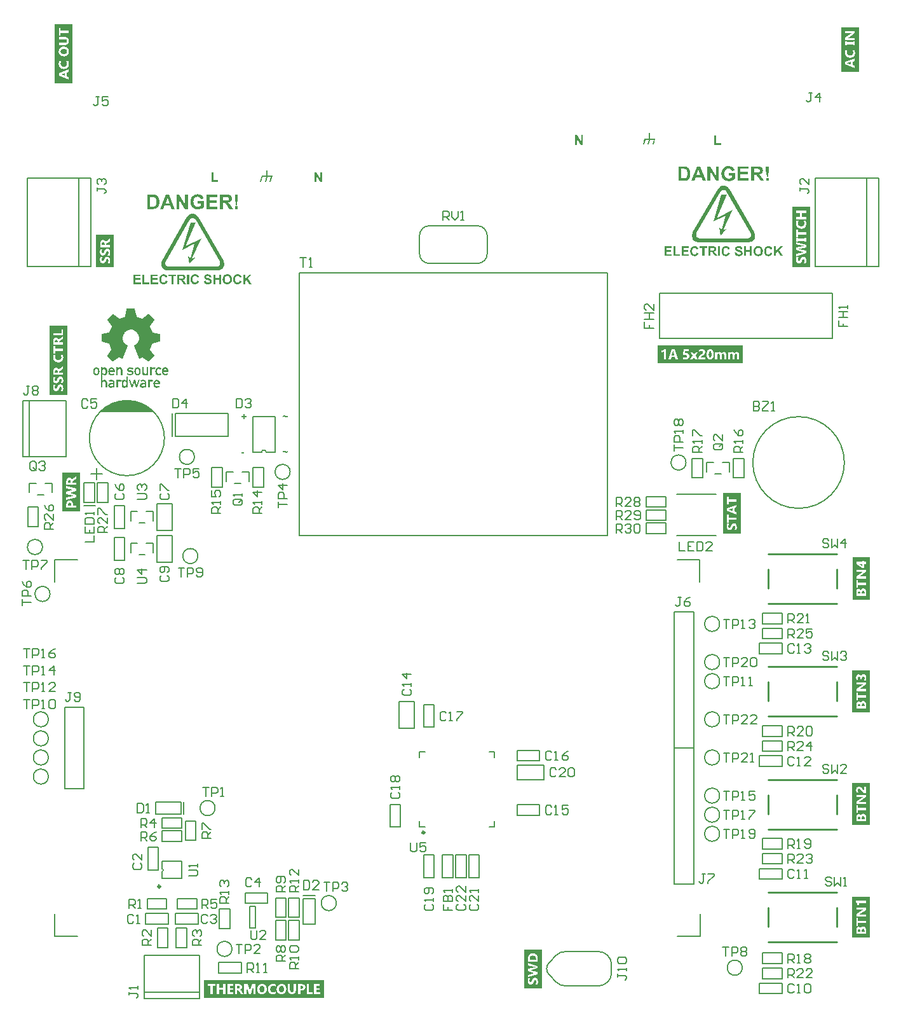
<source format=gto>
G04*
G04 #@! TF.GenerationSoftware,Altium Limited,CircuitStudio,1.5.2 (30)*
G04*
G04 Layer_Color=65535*
%FSLAX44Y44*%
%MOMM*%
G71*
G01*
G75*
%ADD10C,0.2540*%
%ADD50C,0.2032*%
%ADD51C,0.2000*%
%ADD52C,0.3000*%
G36*
X1192991Y1350963D02*
X1182636D01*
Y1346716D01*
X1192269D01*
Y1343468D01*
X1182636D01*
Y1338248D01*
X1193352D01*
Y1335000D01*
X1178749D01*
Y1354211D01*
X1192991D01*
Y1350963D01*
D02*
G37*
G36*
X1136412Y1335000D02*
X1132220D01*
X1130554Y1339359D01*
X1122836D01*
X1121254Y1335000D01*
X1117145D01*
X1124585Y1354211D01*
X1128694D01*
X1136412Y1335000D01*
D02*
G37*
G36*
X1205567Y1354184D02*
X1205873D01*
X1206178Y1354156D01*
X1206539D01*
X1207261Y1354073D01*
X1208010Y1353989D01*
X1208704Y1353851D01*
X1209010Y1353767D01*
X1209287Y1353684D01*
X1209315D01*
X1209343Y1353656D01*
X1209510Y1353573D01*
X1209759Y1353434D01*
X1210093Y1353268D01*
X1210453Y1352990D01*
X1210814Y1352684D01*
X1211175Y1352296D01*
X1211508Y1351824D01*
Y1351796D01*
X1211536Y1351768D01*
X1211592Y1351685D01*
X1211647Y1351602D01*
X1211786Y1351324D01*
X1211953Y1350963D01*
X1212091Y1350519D01*
X1212230Y1350019D01*
X1212341Y1349436D01*
X1212369Y1348826D01*
Y1348798D01*
Y1348742D01*
Y1348604D01*
X1212341Y1348465D01*
Y1348270D01*
X1212314Y1348076D01*
X1212203Y1347576D01*
X1212064Y1346993D01*
X1211842Y1346410D01*
X1211508Y1345800D01*
X1211314Y1345522D01*
X1211092Y1345244D01*
X1211064Y1345217D01*
X1211037Y1345189D01*
X1210953Y1345105D01*
X1210842Y1345022D01*
X1210731Y1344911D01*
X1210564Y1344772D01*
X1210370Y1344633D01*
X1210148Y1344495D01*
X1209898Y1344328D01*
X1209593Y1344189D01*
X1209287Y1344050D01*
X1208954Y1343912D01*
X1208566Y1343773D01*
X1208177Y1343662D01*
X1207760Y1343551D01*
X1207289Y1343468D01*
X1207316D01*
X1207344Y1343440D01*
X1207511Y1343329D01*
X1207733Y1343190D01*
X1208010Y1342995D01*
X1208344Y1342746D01*
X1208677Y1342496D01*
X1209038Y1342190D01*
X1209343Y1341857D01*
X1209371Y1341830D01*
X1209510Y1341691D01*
X1209676Y1341469D01*
X1209926Y1341135D01*
X1210259Y1340719D01*
X1210426Y1340441D01*
X1210620Y1340164D01*
X1210842Y1339858D01*
X1211064Y1339525D01*
X1211314Y1339137D01*
X1211564Y1338748D01*
X1213924Y1335000D01*
X1209260D01*
X1206484Y1339164D01*
X1206456Y1339192D01*
X1206428Y1339275D01*
X1206345Y1339386D01*
X1206234Y1339525D01*
X1206123Y1339692D01*
X1205984Y1339914D01*
X1205678Y1340358D01*
X1205318Y1340858D01*
X1204984Y1341302D01*
X1204679Y1341718D01*
X1204540Y1341857D01*
X1204429Y1341996D01*
X1204401Y1342024D01*
X1204346Y1342079D01*
X1204235Y1342190D01*
X1204096Y1342329D01*
X1203902Y1342440D01*
X1203707Y1342579D01*
X1203485Y1342690D01*
X1203263Y1342801D01*
X1203235D01*
X1203152Y1342829D01*
X1203013Y1342885D01*
X1202791Y1342912D01*
X1202514Y1342968D01*
X1202180Y1342995D01*
X1201792Y1343023D01*
X1200542D01*
Y1335000D01*
X1196656D01*
Y1354211D01*
X1205318D01*
X1205567Y1354184D01*
D02*
G37*
G36*
X1220476Y1349686D02*
X1219532Y1339969D01*
X1217422D01*
X1216478Y1349686D01*
Y1354211D01*
X1220476D01*
Y1349686D01*
D02*
G37*
G36*
X1220337Y1335000D02*
X1216644D01*
Y1338692D01*
X1220337D01*
Y1335000D01*
D02*
G37*
G36*
X1107622Y1354184D02*
X1108150Y1354156D01*
X1108733Y1354128D01*
X1109343Y1354045D01*
X1109927Y1353962D01*
X1110454Y1353823D01*
X1110482D01*
X1110537Y1353795D01*
X1110621Y1353767D01*
X1110732Y1353739D01*
X1111065Y1353601D01*
X1111453Y1353406D01*
X1111898Y1353156D01*
X1112397Y1352851D01*
X1112869Y1352490D01*
X1113341Y1352046D01*
X1113369D01*
X1113397Y1351991D01*
X1113536Y1351824D01*
X1113758Y1351546D01*
X1114008Y1351185D01*
X1114313Y1350741D01*
X1114618Y1350214D01*
X1114924Y1349603D01*
X1115174Y1348937D01*
Y1348909D01*
X1115201Y1348853D01*
X1115229Y1348742D01*
X1115285Y1348604D01*
X1115312Y1348437D01*
X1115368Y1348215D01*
X1115423Y1347965D01*
X1115507Y1347687D01*
X1115562Y1347382D01*
X1115618Y1347021D01*
X1115673Y1346660D01*
X1115701Y1346244D01*
X1115784Y1345383D01*
X1115812Y1344411D01*
Y1344384D01*
Y1344300D01*
Y1344189D01*
Y1344023D01*
X1115784Y1343801D01*
Y1343578D01*
X1115757Y1343301D01*
X1115729Y1342995D01*
X1115673Y1342357D01*
X1115562Y1341691D01*
X1115396Y1340997D01*
X1115201Y1340330D01*
Y1340303D01*
X1115174Y1340247D01*
X1115118Y1340136D01*
X1115062Y1339969D01*
X1115007Y1339803D01*
X1114896Y1339608D01*
X1114674Y1339109D01*
X1114396Y1338581D01*
X1114035Y1337998D01*
X1113619Y1337443D01*
X1113147Y1336916D01*
X1113091Y1336860D01*
X1112953Y1336749D01*
X1112730Y1336582D01*
X1112425Y1336360D01*
X1112037Y1336111D01*
X1111592Y1335861D01*
X1111037Y1335611D01*
X1110426Y1335389D01*
X1110398D01*
X1110371Y1335361D01*
X1110287D01*
X1110204Y1335333D01*
X1109899Y1335278D01*
X1109510Y1335194D01*
X1109038Y1335111D01*
X1108455Y1335056D01*
X1107761Y1335028D01*
X1107011Y1335000D01*
X1099738D01*
Y1354211D01*
X1107400D01*
X1107622Y1354184D01*
D02*
G37*
G36*
X379068Y1059718D02*
X377216D01*
X374809Y1067125D01*
X372772Y1059718D01*
X370921D01*
X367588Y1070088D01*
X369624D01*
X371847Y1062866D01*
X374254Y1070088D01*
X375920D01*
X378142Y1062866D01*
X380179Y1070088D01*
X382401D01*
X379068Y1059718D01*
D02*
G37*
G36*
X1355080Y777420D02*
X1331777D01*
Y834298D01*
X1355080D01*
Y777420D01*
D02*
G37*
G36*
X627315Y247212D02*
X467420D01*
Y270955D01*
X627315D01*
Y247212D01*
D02*
G37*
G36*
X357403Y1086382D02*
X357959Y1085827D01*
X358515Y1085271D01*
X358885Y1084345D01*
X359070Y1083049D01*
Y1076198D01*
X357033D01*
Y1082494D01*
Y1082679D01*
Y1082864D01*
X356848Y1083605D01*
X356107Y1084345D01*
X355552Y1084716D01*
X354441D01*
X353885Y1084531D01*
X353145Y1083790D01*
X352960Y1083234D01*
X352774Y1082494D01*
Y1076198D01*
X350552D01*
Y1086753D01*
X352774D01*
Y1085456D01*
X352960Y1085642D01*
X353330Y1086197D01*
X354256Y1086567D01*
X355552Y1086753D01*
X356107D01*
X357403Y1086382D01*
D02*
G37*
G36*
X1161384Y1328546D02*
X1162162Y1328324D01*
X1163051Y1328102D01*
X1164051Y1327657D01*
X1164939Y1327102D01*
X1165939Y1326324D01*
X1166050Y1326213D01*
X1166273Y1325991D01*
X1166828Y1325435D01*
X1166939Y1325324D01*
X1167050Y1325102D01*
X1167495Y1324435D01*
X1201047Y1266330D01*
X1201158Y1266219D01*
X1201269Y1265886D01*
X1201491Y1265219D01*
X1201825Y1264441D01*
X1202047Y1263553D01*
X1202158Y1262442D01*
Y1261331D01*
X1202047Y1260108D01*
Y1259997D01*
X1201936Y1259775D01*
X1201825Y1259331D01*
X1201713Y1258886D01*
Y1258775D01*
X1201602Y1258553D01*
X1201380Y1258220D01*
X1201158Y1257664D01*
X1201047D01*
X1200936Y1257553D01*
X1200714Y1257220D01*
X1200380Y1256664D01*
X1199825Y1256109D01*
X1199158Y1255442D01*
X1198381Y1254776D01*
X1197381Y1254220D01*
X1196270Y1253776D01*
X1196159D01*
X1195825Y1253665D01*
X1195381Y1253554D01*
X1194936D01*
X1194825Y1253443D01*
X1194381D01*
X1193825Y1253331D01*
X1126166D01*
X1125499Y1253443D01*
X1124722Y1253665D01*
X1123722Y1253887D01*
X1122722Y1254331D01*
X1121722Y1254887D01*
X1120722Y1255665D01*
X1120611Y1255776D01*
X1120389Y1255998D01*
X1119833Y1256553D01*
X1119722Y1256664D01*
X1119611Y1256887D01*
X1119166Y1257664D01*
X1119055Y1257775D01*
X1118944Y1258109D01*
X1118722Y1258664D01*
X1118389Y1259442D01*
X1118167Y1260331D01*
X1118055Y1261331D01*
Y1262442D01*
X1118167Y1263664D01*
Y1263775D01*
X1118278Y1264108D01*
X1118389Y1264553D01*
X1118500Y1264886D01*
Y1264997D01*
X1118611Y1265219D01*
X1118833Y1265552D01*
X1119055Y1265997D01*
Y1266108D01*
Y1266219D01*
X1119166D01*
X1152607Y1324213D01*
Y1324324D01*
X1152830Y1324546D01*
X1153274Y1325213D01*
X1154163Y1326213D01*
X1155163Y1327102D01*
X1155385Y1327213D01*
X1155829Y1327435D01*
X1155940Y1327546D01*
X1156163Y1327657D01*
X1156607Y1327879D01*
X1157051Y1328102D01*
X1157718Y1328324D01*
X1158496Y1328435D01*
X1159273Y1328657D01*
X1160718D01*
X1161384Y1328546D01*
D02*
G37*
G36*
X1153763Y1335000D02*
X1149876D01*
X1142075Y1347660D01*
Y1335000D01*
X1138494D01*
Y1354211D01*
X1142242D01*
X1150182Y1341274D01*
Y1354211D01*
X1153763D01*
Y1335000D01*
D02*
G37*
G36*
X1145849Y1247795D02*
X1146053D01*
X1146256Y1247776D01*
X1146497D01*
X1146978Y1247721D01*
X1147478Y1247665D01*
X1147941Y1247573D01*
X1148145Y1247517D01*
X1148330Y1247462D01*
X1148349D01*
X1148367Y1247443D01*
X1148478Y1247388D01*
X1148645Y1247295D01*
X1148867Y1247184D01*
X1149108Y1246999D01*
X1149349Y1246795D01*
X1149589Y1246536D01*
X1149811Y1246221D01*
Y1246202D01*
X1149830Y1246184D01*
X1149867Y1246128D01*
X1149904Y1246073D01*
X1149997Y1245888D01*
X1150108Y1245647D01*
X1150200Y1245351D01*
X1150293Y1245017D01*
X1150367Y1244629D01*
X1150386Y1244221D01*
Y1244203D01*
Y1244166D01*
Y1244073D01*
X1150367Y1243980D01*
Y1243851D01*
X1150348Y1243721D01*
X1150274Y1243388D01*
X1150182Y1242999D01*
X1150034Y1242610D01*
X1149811Y1242203D01*
X1149682Y1242018D01*
X1149534Y1241833D01*
X1149515Y1241814D01*
X1149497Y1241796D01*
X1149441Y1241740D01*
X1149367Y1241684D01*
X1149293Y1241610D01*
X1149182Y1241518D01*
X1149052Y1241425D01*
X1148904Y1241333D01*
X1148737Y1241222D01*
X1148534Y1241129D01*
X1148330Y1241036D01*
X1148108Y1240944D01*
X1147849Y1240851D01*
X1147589Y1240777D01*
X1147312Y1240703D01*
X1146997Y1240648D01*
X1147016D01*
X1147034Y1240629D01*
X1147145Y1240555D01*
X1147293Y1240462D01*
X1147478Y1240333D01*
X1147701Y1240166D01*
X1147923Y1239999D01*
X1148164Y1239796D01*
X1148367Y1239574D01*
X1148386Y1239555D01*
X1148478Y1239463D01*
X1148589Y1239314D01*
X1148756Y1239092D01*
X1148978Y1238814D01*
X1149089Y1238629D01*
X1149219Y1238444D01*
X1149367Y1238240D01*
X1149515Y1238018D01*
X1149682Y1237759D01*
X1149848Y1237500D01*
X1151422Y1235000D01*
X1148312D01*
X1146460Y1237777D01*
X1146441Y1237796D01*
X1146423Y1237852D01*
X1146367Y1237926D01*
X1146293Y1238018D01*
X1146219Y1238129D01*
X1146127Y1238277D01*
X1145923Y1238574D01*
X1145682Y1238907D01*
X1145460Y1239203D01*
X1145256Y1239481D01*
X1145164Y1239574D01*
X1145090Y1239666D01*
X1145071Y1239685D01*
X1145034Y1239722D01*
X1144960Y1239796D01*
X1144867Y1239888D01*
X1144738Y1239962D01*
X1144608Y1240055D01*
X1144460Y1240129D01*
X1144312Y1240203D01*
X1144294D01*
X1144238Y1240222D01*
X1144145Y1240259D01*
X1143997Y1240277D01*
X1143812Y1240314D01*
X1143590Y1240333D01*
X1143331Y1240351D01*
X1142497D01*
Y1235000D01*
X1139905D01*
Y1247813D01*
X1145682D01*
X1145849Y1247795D01*
D02*
G37*
G36*
X1138220Y1245647D02*
X1134443D01*
Y1235000D01*
X1131850D01*
Y1245647D01*
X1128055D01*
Y1247813D01*
X1138220D01*
Y1245647D01*
D02*
G37*
G36*
X1155329Y1235000D02*
X1152737D01*
Y1247813D01*
X1155329D01*
Y1235000D01*
D02*
G37*
G36*
X1197899D02*
X1195307D01*
Y1240611D01*
X1190252D01*
Y1235000D01*
X1187659D01*
Y1247813D01*
X1190252D01*
Y1242777D01*
X1195307D01*
Y1247813D01*
X1197899D01*
Y1235000D01*
D02*
G37*
G36*
X1233914Y1242814D02*
X1239006Y1235000D01*
X1235654D01*
X1232118Y1241018D01*
X1230025Y1238870D01*
Y1235000D01*
X1227433D01*
Y1247813D01*
X1230025D01*
Y1242110D01*
X1235284Y1247813D01*
X1238765D01*
X1233914Y1242814D01*
D02*
G37*
G36*
X1113593Y1245647D02*
X1106686D01*
Y1242814D01*
X1113112D01*
Y1240648D01*
X1106686D01*
Y1237166D01*
X1113834D01*
Y1235000D01*
X1104094D01*
Y1247813D01*
X1113593D01*
Y1245647D01*
D02*
G37*
G36*
X1167283Y1354545D02*
X1167589Y1354517D01*
X1167950Y1354489D01*
X1168338Y1354461D01*
X1168755Y1354378D01*
X1169643Y1354211D01*
X1170559Y1353934D01*
X1171031Y1353767D01*
X1171475Y1353573D01*
X1171892Y1353351D01*
X1172280Y1353073D01*
X1172308Y1353045D01*
X1172364Y1353018D01*
X1172475Y1352907D01*
X1172614Y1352796D01*
X1172780Y1352657D01*
X1172947Y1352462D01*
X1173141Y1352240D01*
X1173363Y1351991D01*
X1173585Y1351713D01*
X1173807Y1351407D01*
X1174029Y1351074D01*
X1174224Y1350686D01*
X1174446Y1350297D01*
X1174613Y1349881D01*
X1174779Y1349409D01*
X1174890Y1348937D01*
X1171031Y1348215D01*
Y1348243D01*
X1171003Y1348270D01*
X1170948Y1348437D01*
X1170837Y1348687D01*
X1170670Y1349020D01*
X1170476Y1349381D01*
X1170198Y1349742D01*
X1169865Y1350103D01*
X1169476Y1350436D01*
X1169421Y1350464D01*
X1169282Y1350575D01*
X1169032Y1350713D01*
X1168727Y1350852D01*
X1168310Y1351019D01*
X1167839Y1351130D01*
X1167311Y1351241D01*
X1166700Y1351269D01*
X1166450D01*
X1166284Y1351241D01*
X1166062Y1351213D01*
X1165812Y1351185D01*
X1165534Y1351130D01*
X1165229Y1351074D01*
X1164590Y1350880D01*
X1164257Y1350741D01*
X1163924Y1350575D01*
X1163591Y1350380D01*
X1163258Y1350186D01*
X1162952Y1349908D01*
X1162647Y1349631D01*
X1162619Y1349603D01*
X1162591Y1349547D01*
X1162508Y1349464D01*
X1162425Y1349325D01*
X1162314Y1349159D01*
X1162175Y1348964D01*
X1162036Y1348714D01*
X1161925Y1348437D01*
X1161786Y1348104D01*
X1161647Y1347743D01*
X1161509Y1347354D01*
X1161398Y1346938D01*
X1161314Y1346466D01*
X1161231Y1345938D01*
X1161203Y1345411D01*
X1161176Y1344828D01*
Y1344800D01*
Y1344689D01*
Y1344495D01*
X1161203Y1344273D01*
X1161231Y1343967D01*
X1161259Y1343662D01*
X1161314Y1343273D01*
X1161370Y1342885D01*
X1161536Y1342052D01*
X1161814Y1341191D01*
X1161981Y1340775D01*
X1162175Y1340386D01*
X1162425Y1339997D01*
X1162675Y1339664D01*
X1162702Y1339636D01*
X1162758Y1339581D01*
X1162841Y1339498D01*
X1162952Y1339386D01*
X1163119Y1339275D01*
X1163286Y1339109D01*
X1163508Y1338970D01*
X1163757Y1338803D01*
X1164035Y1338637D01*
X1164313Y1338498D01*
X1165007Y1338220D01*
X1165395Y1338109D01*
X1165784Y1338026D01*
X1166228Y1337971D01*
X1166673Y1337943D01*
X1166895D01*
X1167117Y1337971D01*
X1167450Y1337998D01*
X1167811Y1338054D01*
X1168227Y1338137D01*
X1168671Y1338248D01*
X1169116Y1338415D01*
X1169143D01*
X1169171Y1338443D01*
X1169310Y1338498D01*
X1169560Y1338609D01*
X1169837Y1338748D01*
X1170171Y1338914D01*
X1170531Y1339109D01*
X1170892Y1339331D01*
X1171226Y1339581D01*
Y1342052D01*
X1166784D01*
Y1345300D01*
X1175140D01*
Y1337582D01*
X1175084Y1337526D01*
X1175001Y1337471D01*
X1174918Y1337388D01*
X1174779Y1337276D01*
X1174640Y1337165D01*
X1174252Y1336888D01*
X1173724Y1336582D01*
X1173113Y1336221D01*
X1172419Y1335861D01*
X1171586Y1335527D01*
X1171559D01*
X1171475Y1335500D01*
X1171364Y1335444D01*
X1171198Y1335389D01*
X1170976Y1335333D01*
X1170726Y1335250D01*
X1170448Y1335167D01*
X1170143Y1335083D01*
X1169449Y1334917D01*
X1168644Y1334778D01*
X1167811Y1334667D01*
X1166922Y1334639D01*
X1166617D01*
X1166423Y1334667D01*
X1166145D01*
X1165840Y1334695D01*
X1165507Y1334750D01*
X1165118Y1334806D01*
X1164313Y1334944D01*
X1163424Y1335167D01*
X1162508Y1335472D01*
X1162092Y1335666D01*
X1161647Y1335888D01*
X1161620Y1335916D01*
X1161564Y1335944D01*
X1161425Y1336027D01*
X1161287Y1336138D01*
X1161092Y1336249D01*
X1160898Y1336416D01*
X1160648Y1336610D01*
X1160398Y1336832D01*
X1159843Y1337332D01*
X1159288Y1337971D01*
X1158760Y1338692D01*
X1158288Y1339525D01*
Y1339553D01*
X1158233Y1339636D01*
X1158177Y1339775D01*
X1158122Y1339942D01*
X1158038Y1340164D01*
X1157927Y1340414D01*
X1157844Y1340719D01*
X1157733Y1341052D01*
X1157622Y1341413D01*
X1157539Y1341830D01*
X1157344Y1342690D01*
X1157233Y1343634D01*
X1157178Y1344661D01*
Y1344689D01*
Y1344800D01*
Y1344967D01*
X1157206Y1345161D01*
Y1345439D01*
X1157233Y1345744D01*
X1157289Y1346077D01*
X1157344Y1346466D01*
X1157483Y1347271D01*
X1157705Y1348187D01*
X1158011Y1349103D01*
X1158205Y1349547D01*
X1158427Y1349992D01*
X1158455Y1350019D01*
X1158483Y1350103D01*
X1158566Y1350214D01*
X1158649Y1350380D01*
X1158788Y1350575D01*
X1158955Y1350797D01*
X1159149Y1351046D01*
X1159343Y1351324D01*
X1159593Y1351602D01*
X1159871Y1351907D01*
X1160176Y1352213D01*
X1160509Y1352518D01*
X1160870Y1352796D01*
X1161231Y1353101D01*
X1162092Y1353601D01*
X1162120D01*
X1162175Y1353656D01*
X1162286Y1353684D01*
X1162425Y1353767D01*
X1162619Y1353823D01*
X1162813Y1353906D01*
X1163091Y1353989D01*
X1163369Y1354100D01*
X1163674Y1354184D01*
X1164035Y1354267D01*
X1164424Y1354350D01*
X1164812Y1354433D01*
X1165701Y1354545D01*
X1166700Y1354572D01*
X1167033D01*
X1167283Y1354545D01*
D02*
G37*
G36*
X917788Y259920D02*
X894045D01*
Y311824D01*
X917788D01*
Y259920D01*
D02*
G37*
G36*
X1206509Y1248036D02*
X1206694D01*
X1206935Y1247999D01*
X1207213Y1247962D01*
X1207528Y1247906D01*
X1207861Y1247832D01*
X1208213Y1247739D01*
X1208583Y1247628D01*
X1208953Y1247480D01*
X1209342Y1247314D01*
X1209713Y1247110D01*
X1210083Y1246869D01*
X1210435Y1246591D01*
X1210768Y1246277D01*
X1210787Y1246258D01*
X1210842Y1246202D01*
X1210935Y1246091D01*
X1211027Y1245962D01*
X1211157Y1245777D01*
X1211305Y1245555D01*
X1211453Y1245295D01*
X1211620Y1244999D01*
X1211786Y1244684D01*
X1211935Y1244314D01*
X1212083Y1243906D01*
X1212212Y1243481D01*
X1212324Y1242999D01*
X1212398Y1242499D01*
X1212453Y1241962D01*
X1212472Y1241388D01*
Y1241351D01*
Y1241259D01*
X1212453Y1241092D01*
Y1240870D01*
X1212416Y1240611D01*
X1212379Y1240314D01*
X1212324Y1239962D01*
X1212268Y1239611D01*
X1212175Y1239222D01*
X1212064Y1238814D01*
X1211916Y1238407D01*
X1211749Y1238000D01*
X1211564Y1237611D01*
X1211324Y1237222D01*
X1211064Y1236852D01*
X1210768Y1236500D01*
X1210750Y1236481D01*
X1210694Y1236426D01*
X1210602Y1236333D01*
X1210453Y1236222D01*
X1210287Y1236093D01*
X1210083Y1235944D01*
X1209842Y1235796D01*
X1209583Y1235630D01*
X1209268Y1235463D01*
X1208935Y1235315D01*
X1208565Y1235167D01*
X1208157Y1235037D01*
X1207731Y1234926D01*
X1207269Y1234833D01*
X1206787Y1234778D01*
X1206269Y1234759D01*
X1206139D01*
X1205991Y1234778D01*
X1205806Y1234796D01*
X1205565Y1234815D01*
X1205287Y1234852D01*
X1204972Y1234907D01*
X1204639Y1234982D01*
X1204269Y1235074D01*
X1203917Y1235185D01*
X1203528Y1235333D01*
X1203158Y1235500D01*
X1202769Y1235685D01*
X1202417Y1235926D01*
X1202065Y1236185D01*
X1201732Y1236500D01*
X1201713Y1236518D01*
X1201658Y1236574D01*
X1201584Y1236685D01*
X1201473Y1236815D01*
X1201343Y1237000D01*
X1201195Y1237222D01*
X1201047Y1237463D01*
X1200899Y1237759D01*
X1200732Y1238074D01*
X1200584Y1238444D01*
X1200436Y1238833D01*
X1200306Y1239259D01*
X1200195Y1239722D01*
X1200121Y1240222D01*
X1200066Y1240759D01*
X1200047Y1241314D01*
Y1241333D01*
Y1241407D01*
Y1241499D01*
X1200066Y1241647D01*
Y1241814D01*
X1200084Y1241999D01*
X1200103Y1242222D01*
X1200121Y1242462D01*
X1200195Y1242981D01*
X1200288Y1243536D01*
X1200436Y1244092D01*
X1200621Y1244610D01*
Y1244629D01*
X1200639Y1244647D01*
X1200677Y1244703D01*
X1200695Y1244777D01*
X1200806Y1244962D01*
X1200936Y1245203D01*
X1201102Y1245480D01*
X1201306Y1245758D01*
X1201547Y1246073D01*
X1201806Y1246369D01*
X1201825Y1246388D01*
X1201843Y1246406D01*
X1201936Y1246499D01*
X1202102Y1246647D01*
X1202306Y1246814D01*
X1202547Y1246999D01*
X1202824Y1247202D01*
X1203139Y1247388D01*
X1203473Y1247536D01*
X1203491D01*
X1203528Y1247554D01*
X1203602Y1247591D01*
X1203695Y1247610D01*
X1203806Y1247665D01*
X1203935Y1247702D01*
X1204102Y1247739D01*
X1204269Y1247795D01*
X1204676Y1247887D01*
X1205139Y1247980D01*
X1205676Y1248036D01*
X1206232Y1248054D01*
X1206361D01*
X1206509Y1248036D01*
D02*
G37*
G36*
X1095798Y1237166D02*
X1102242D01*
Y1235000D01*
X1093206D01*
Y1247721D01*
X1095798D01*
Y1237166D01*
D02*
G37*
G36*
X1090706Y1245647D02*
X1083800D01*
Y1242814D01*
X1090225D01*
Y1240648D01*
X1083800D01*
Y1237166D01*
X1090947D01*
Y1235000D01*
X1081208D01*
Y1247813D01*
X1090706D01*
Y1245647D01*
D02*
G37*
G36*
X417397Y1086567D02*
X418323Y1086197D01*
X419064Y1085642D01*
X419804Y1084901D01*
X420360Y1083975D01*
X420545Y1082494D01*
Y1080457D01*
X413879D01*
Y1080272D01*
Y1080087D01*
X414249Y1079161D01*
X414990Y1078235D01*
X415546Y1078050D01*
X416471Y1077865D01*
X416657D01*
X417212Y1078050D01*
X417953Y1078420D01*
X418508Y1079161D01*
X420175Y1077680D01*
X419804Y1077494D01*
X419064Y1076939D01*
X417953Y1076198D01*
X416471Y1076013D01*
X415731D01*
X414990Y1076383D01*
X414064Y1076754D01*
X413139Y1077309D01*
X412398Y1078235D01*
X411842Y1079531D01*
X411657Y1081383D01*
Y1081568D01*
Y1082309D01*
X411842Y1083049D01*
X412213Y1084160D01*
X412768Y1085086D01*
X413509Y1086012D01*
X414435Y1086567D01*
X415916Y1086753D01*
X416657D01*
X417397Y1086567D01*
D02*
G37*
G36*
X579563Y1020842D02*
X579548Y1020828D01*
X579506Y1020786D01*
X579436Y1020729D01*
X579337Y1020645D01*
X579210Y1020546D01*
X579069Y1020447D01*
X578900Y1020349D01*
X578703Y1020236D01*
X578675Y1020222D01*
X578604Y1020193D01*
X578491Y1020151D01*
X578350Y1020109D01*
X578181Y1020052D01*
X577984Y1020010D01*
X577786Y1019982D01*
X577561Y1019968D01*
X577448D01*
X577363Y1019982D01*
X577265D01*
X577152Y1019996D01*
X576912Y1020038D01*
X576898D01*
X576856Y1020052D01*
X576771Y1020081D01*
X576673Y1020123D01*
X576532Y1020165D01*
X576363Y1020236D01*
X576151Y1020306D01*
X575911Y1020405D01*
X575897D01*
X575869Y1020419D01*
X575813Y1020447D01*
X575742Y1020475D01*
X575658Y1020503D01*
X575559Y1020546D01*
X575334Y1020630D01*
X575080Y1020715D01*
X574812Y1020786D01*
X574544Y1020842D01*
X574304Y1020856D01*
X574220D01*
X574149Y1020842D01*
X574065Y1020828D01*
X573966Y1020814D01*
X573726Y1020743D01*
X573459Y1020630D01*
X573303Y1020560D01*
X573148Y1020475D01*
X572993Y1020377D01*
X572824Y1020250D01*
X572669Y1020109D01*
X572500Y1019954D01*
Y1021688D01*
X572514Y1021702D01*
X572542Y1021730D01*
X572585Y1021772D01*
X572655Y1021829D01*
X572725Y1021899D01*
X572824Y1021970D01*
X572937Y1022054D01*
X573064Y1022139D01*
X573346Y1022308D01*
X573684Y1022449D01*
X573853Y1022505D01*
X574051Y1022548D01*
X574248Y1022576D01*
X574459Y1022590D01*
X574614D01*
X574713Y1022576D01*
X574840D01*
X574967Y1022562D01*
X575235Y1022505D01*
X575249D01*
X575305Y1022491D01*
X575390Y1022463D01*
X575531Y1022421D01*
X575700Y1022364D01*
X575925Y1022280D01*
X576193Y1022181D01*
X576503Y1022054D01*
X576518D01*
X576546Y1022040D01*
X576588Y1022026D01*
X576659Y1021998D01*
X576814Y1021941D01*
X576997Y1021885D01*
X577208Y1021815D01*
X577420Y1021758D01*
X577603Y1021716D01*
X577744Y1021702D01*
X577814D01*
X577885Y1021716D01*
X577984Y1021730D01*
X578111Y1021758D01*
X578251Y1021786D01*
X578421Y1021843D01*
X578590Y1021913D01*
X578618Y1021927D01*
X578675Y1021955D01*
X578773Y1022012D01*
X578900Y1022082D01*
X579041Y1022195D01*
X579210Y1022308D01*
X579379Y1022463D01*
X579563Y1022632D01*
Y1020842D01*
D02*
G37*
G36*
Y973842D02*
X579548Y973828D01*
X579506Y973785D01*
X579436Y973729D01*
X579337Y973644D01*
X579210Y973546D01*
X579069Y973447D01*
X578900Y973348D01*
X578703Y973236D01*
X578675Y973222D01*
X578604Y973193D01*
X578491Y973151D01*
X578350Y973109D01*
X578181Y973053D01*
X577984Y973010D01*
X577786Y972982D01*
X577561Y972968D01*
X577448D01*
X577363Y972982D01*
X577265D01*
X577152Y972996D01*
X576912Y973038D01*
X576898D01*
X576856Y973053D01*
X576771Y973081D01*
X576673Y973123D01*
X576532Y973165D01*
X576363Y973236D01*
X576151Y973306D01*
X575911Y973405D01*
X575897D01*
X575869Y973419D01*
X575813Y973447D01*
X575742Y973475D01*
X575658Y973504D01*
X575559Y973546D01*
X575334Y973630D01*
X575080Y973715D01*
X574812Y973785D01*
X574544Y973842D01*
X574304Y973856D01*
X574220D01*
X574149Y973842D01*
X574065Y973828D01*
X573966Y973814D01*
X573726Y973743D01*
X573459Y973630D01*
X573303Y973560D01*
X573148Y973475D01*
X572993Y973377D01*
X572824Y973250D01*
X572669Y973109D01*
X572500Y972954D01*
Y974688D01*
X572514Y974702D01*
X572542Y974730D01*
X572585Y974772D01*
X572655Y974829D01*
X572725Y974899D01*
X572824Y974970D01*
X572937Y975054D01*
X573064Y975139D01*
X573346Y975308D01*
X573684Y975449D01*
X573853Y975505D01*
X574051Y975548D01*
X574248Y975576D01*
X574459Y975590D01*
X574614D01*
X574713Y975576D01*
X574840D01*
X574967Y975562D01*
X575235Y975505D01*
X575249D01*
X575305Y975491D01*
X575390Y975463D01*
X575531Y975421D01*
X575700Y975364D01*
X575925Y975280D01*
X576193Y975181D01*
X576503Y975054D01*
X576518D01*
X576546Y975040D01*
X576588Y975026D01*
X576659Y974998D01*
X576814Y974941D01*
X576997Y974885D01*
X577208Y974815D01*
X577420Y974758D01*
X577603Y974716D01*
X577744Y974702D01*
X577814D01*
X577885Y974716D01*
X577984Y974730D01*
X578111Y974758D01*
X578251Y974786D01*
X578421Y974843D01*
X578590Y974913D01*
X578618Y974927D01*
X578675Y974956D01*
X578773Y975012D01*
X578900Y975082D01*
X579041Y975195D01*
X579210Y975308D01*
X579379Y975463D01*
X579563Y975632D01*
Y973842D01*
D02*
G37*
G36*
X1355080Y327420D02*
X1331476D01*
Y381614D01*
X1355080D01*
Y327420D01*
D02*
G37*
G36*
X521179Y972108D02*
X517500D01*
Y973983D01*
X521179D01*
Y972108D01*
D02*
G37*
G36*
X1185967Y1092212D02*
X1072420D01*
Y1116024D01*
X1185967D01*
Y1092212D01*
D02*
G37*
G36*
X347788Y1219920D02*
X324045D01*
Y1262845D01*
X347788D01*
Y1219920D01*
D02*
G37*
G36*
X1275288D02*
X1251545D01*
Y1300239D01*
X1275288D01*
Y1219920D01*
D02*
G37*
G36*
X1340288Y1479897D02*
X1316545D01*
Y1539390D01*
X1340288D01*
Y1479897D01*
D02*
G37*
G36*
X292788Y1464897D02*
X269045D01*
Y1543688D01*
X292788D01*
Y1464897D01*
D02*
G37*
G36*
X393511Y1076198D02*
X391474D01*
Y1077124D01*
X391289Y1076939D01*
X390733Y1076569D01*
X389808Y1076198D01*
X388882Y1076013D01*
X388326D01*
X387030Y1076383D01*
X386289Y1076939D01*
X385734Y1077494D01*
X385364Y1078420D01*
X385178Y1079531D01*
Y1086753D01*
X387400D01*
Y1080457D01*
Y1080087D01*
X387771Y1079346D01*
X388326Y1078605D01*
X388882Y1078420D01*
X389622Y1078235D01*
X389993D01*
X390548Y1078605D01*
X391104Y1079161D01*
X391474Y1079716D01*
Y1080457D01*
Y1086753D01*
X393511D01*
Y1076198D01*
D02*
G37*
G36*
X380364Y1086567D02*
X381290Y1086197D01*
X382216Y1085456D01*
X382401Y1085271D01*
X382771Y1084531D01*
X383142Y1083234D01*
X383327Y1081383D01*
Y1081198D01*
Y1081012D01*
X383142Y1079902D01*
X382956Y1078605D01*
X382216Y1077494D01*
X382031Y1077309D01*
X381475Y1076754D01*
X380549Y1076198D01*
X379068Y1076013D01*
X378698D01*
X377957Y1076198D01*
X377031Y1076569D01*
X375920Y1077494D01*
X375735Y1077680D01*
X375365Y1078420D01*
X374994Y1079716D01*
X374809Y1081383D01*
Y1081568D01*
Y1081753D01*
X374994Y1082864D01*
X375365Y1084345D01*
X375920Y1085456D01*
X376105Y1085642D01*
X376661Y1086197D01*
X377772Y1086567D01*
X379068Y1086753D01*
X379438D01*
X380364Y1086567D01*
D02*
G37*
G36*
X1355288Y627420D02*
X1331546D01*
Y683442D01*
X1355288D01*
Y627420D01*
D02*
G37*
G36*
X370736Y1086567D02*
X372032Y1086197D01*
X373328Y1085271D01*
X372032Y1083790D01*
X371661Y1083975D01*
X370921Y1084345D01*
X369995Y1084531D01*
X369254Y1084716D01*
X368884D01*
X368328Y1084531D01*
X367773Y1084345D01*
X367402Y1083605D01*
Y1083420D01*
X367588Y1083234D01*
X367958Y1082864D01*
X368699Y1082679D01*
X370736Y1082494D01*
X370921D01*
X371291Y1082309D01*
X372217Y1081938D01*
X373328Y1081012D01*
X373513Y1080272D01*
X373698Y1079346D01*
Y1079161D01*
Y1078791D01*
X373513Y1078235D01*
X373143Y1077680D01*
X372587Y1077124D01*
X371847Y1076569D01*
X370736Y1076198D01*
X369254Y1076013D01*
X368884D01*
X367773Y1076198D01*
X366292Y1076754D01*
X364810Y1077865D01*
X366106Y1079346D01*
X366292Y1079161D01*
X367032Y1078605D01*
X368143Y1078050D01*
X369439Y1077865D01*
X369810D01*
X370550Y1078050D01*
X371291Y1078420D01*
X371661Y1078791D01*
Y1079346D01*
Y1079531D01*
X371476Y1079716D01*
X371106Y1080087D01*
X370180Y1080457D01*
X368143D01*
X367958Y1080642D01*
X366847Y1081012D01*
X365921Y1081938D01*
X365551Y1082679D01*
X365366Y1083605D01*
Y1083790D01*
Y1084160D01*
X365921Y1085271D01*
X366292Y1085827D01*
X367032Y1086197D01*
X367958Y1086567D01*
X369254Y1086753D01*
X369624D01*
X370736Y1086567D01*
D02*
G37*
G36*
X366477Y1059718D02*
X364255D01*
Y1060644D01*
X364070Y1060459D01*
X363514Y1060089D01*
X362773Y1059718D01*
X361662Y1059533D01*
X361292D01*
X360551Y1059718D01*
X359626Y1060089D01*
X358885Y1060829D01*
X358700Y1061014D01*
X358515Y1061570D01*
X358329Y1062125D01*
Y1062866D01*
X358144Y1063792D01*
Y1064903D01*
Y1065088D01*
Y1065459D01*
X358329Y1066755D01*
X358515Y1068051D01*
X358700Y1068606D01*
X358885Y1068977D01*
X359070Y1069162D01*
X359440Y1069532D01*
X360366Y1069902D01*
X361662Y1070088D01*
X361847D01*
X362588Y1069902D01*
X363329Y1069717D01*
X364255Y1068977D01*
Y1074346D01*
X366477D01*
Y1059718D01*
D02*
G37*
G36*
X336109Y1086567D02*
X337220Y1086197D01*
X338146Y1085456D01*
X338331Y1085271D01*
X338517Y1084531D01*
X338702Y1083234D01*
Y1081383D01*
Y1081198D01*
Y1080827D01*
Y1079716D01*
X338517Y1078420D01*
X338331Y1077865D01*
X338146Y1077494D01*
X337961Y1077309D01*
X337220Y1076754D01*
X336295Y1076198D01*
X335184Y1076013D01*
X334998D01*
X334443Y1076198D01*
X333517Y1076569D01*
X332406Y1077124D01*
Y1068977D01*
X332591Y1069162D01*
X332962Y1069532D01*
X333887Y1069902D01*
X335184Y1070088D01*
X335739D01*
X337035Y1069717D01*
X337591Y1069162D01*
X338146Y1068606D01*
X338517Y1067681D01*
X338702Y1066570D01*
Y1059718D01*
X336665D01*
Y1065829D01*
Y1066014D01*
Y1066199D01*
X336480Y1067125D01*
X335739Y1067866D01*
X335184Y1068051D01*
X334443Y1068236D01*
X334073D01*
X333517Y1067866D01*
X332776Y1067310D01*
X332591Y1066570D01*
X332406Y1065829D01*
Y1059718D01*
X330555D01*
Y1086753D01*
X332406D01*
Y1085456D01*
X332591Y1085642D01*
X333147Y1086197D01*
X334073Y1086567D01*
X335184Y1086753D01*
X335554D01*
X336109Y1086567D01*
D02*
G37*
G36*
X357218Y1069717D02*
X358144Y1069347D01*
X356478Y1067495D01*
X356292Y1067681D01*
X356107Y1067866D01*
X355552Y1068051D01*
X354996Y1068236D01*
X354626D01*
X354071Y1067866D01*
X353515Y1067310D01*
X353145Y1066570D01*
Y1065829D01*
Y1059718D01*
X351108D01*
Y1070088D01*
X353145D01*
Y1068977D01*
X353330Y1069162D01*
X353885Y1069532D01*
X354626Y1069902D01*
X355737Y1070088D01*
X356478D01*
X357218Y1069717D01*
D02*
G37*
G36*
X408880Y1086567D02*
X409991Y1086012D01*
X411287Y1085086D01*
X409620Y1083605D01*
X409435Y1083790D01*
X409065Y1084160D01*
X408509Y1084531D01*
X407584Y1084716D01*
X407213D01*
X406287Y1084345D01*
X405732Y1083975D01*
X405176Y1083234D01*
X404991Y1082494D01*
X404806Y1081383D01*
Y1081198D01*
Y1080827D01*
X405176Y1079902D01*
X405547Y1079161D01*
X405917Y1078791D01*
X406658Y1078420D01*
X407584Y1078235D01*
X407769D01*
X408324Y1078420D01*
X408880Y1078791D01*
X409620Y1079346D01*
X411287Y1077865D01*
X411102Y1077494D01*
X410361Y1076939D01*
X409065Y1076383D01*
X407584Y1076013D01*
X406843D01*
X406102Y1076383D01*
X405176Y1076754D01*
X404250Y1077309D01*
X403510Y1078235D01*
X402954Y1079531D01*
X402769Y1081383D01*
Y1081568D01*
Y1082309D01*
X402954Y1083049D01*
X403325Y1084160D01*
X403880Y1085086D01*
X404806Y1086012D01*
X405917Y1086567D01*
X407584Y1086753D01*
X407954D01*
X408880Y1086567D01*
D02*
G37*
G36*
X521757Y1022181D02*
X524323D01*
Y1020433D01*
X521757D01*
Y1017910D01*
X520051D01*
Y1020433D01*
X517500D01*
Y1022181D01*
X520051D01*
Y1024705D01*
X521757D01*
Y1022181D01*
D02*
G37*
G36*
X345923Y1086567D02*
X346664Y1086197D01*
X347405Y1085642D01*
X348145Y1084901D01*
X348701Y1083975D01*
X348886Y1082494D01*
Y1080457D01*
X342220D01*
Y1080272D01*
Y1080087D01*
X342590Y1079161D01*
X343331Y1078235D01*
X343886Y1078050D01*
X344627Y1077865D01*
X344997D01*
X345553Y1078050D01*
X346294Y1078420D01*
X347034Y1079161D01*
X348701Y1077680D01*
X348330Y1077494D01*
X347590Y1076939D01*
X346294Y1076198D01*
X344812Y1076013D01*
X344072D01*
X343331Y1076383D01*
X342590Y1076754D01*
X341664Y1077309D01*
X340924Y1078235D01*
X340368Y1079531D01*
X340183Y1081383D01*
Y1081568D01*
Y1082309D01*
X340368Y1083049D01*
X340739Y1084160D01*
X341294Y1085086D01*
X342035Y1086012D01*
X342961Y1086567D01*
X344442Y1086753D01*
X345183D01*
X345923Y1086567D01*
D02*
G37*
G36*
X1355080Y477420D02*
X1331545D01*
Y533512D01*
X1355080D01*
Y477420D01*
D02*
G37*
G36*
X399621Y1069717D02*
X400362Y1069347D01*
X398695Y1067495D01*
X398510Y1067681D01*
X398325Y1067866D01*
X397770Y1068051D01*
X397399Y1068236D01*
X397029D01*
X396474Y1067866D01*
X395733Y1067310D01*
X395548Y1066570D01*
X395363Y1065829D01*
Y1059718D01*
X393326D01*
Y1070088D01*
X395363D01*
Y1068977D01*
X395548Y1069162D01*
X396103Y1069532D01*
X397029Y1069902D01*
X398325Y1070088D01*
X398881D01*
X399621Y1069717D01*
D02*
G37*
G36*
X325740Y1086567D02*
X326666Y1086197D01*
X327407Y1085456D01*
X327592Y1085271D01*
X327962Y1084531D01*
X328332Y1083234D01*
X328518Y1081383D01*
Y1081198D01*
Y1081012D01*
X328332Y1079902D01*
X328147Y1078605D01*
X327407Y1077494D01*
X327221Y1077309D01*
X326666Y1076754D01*
X325740Y1076198D01*
X324444Y1076013D01*
X324074D01*
X323333Y1076198D01*
X322222Y1076569D01*
X321111Y1077494D01*
X320926Y1077680D01*
X320741Y1078420D01*
X320370Y1079716D01*
X320185Y1081383D01*
Y1081568D01*
Y1081753D01*
X320370Y1082864D01*
X320555Y1084160D01*
X321111Y1085456D01*
X321296Y1085642D01*
X322037Y1086197D01*
X322963Y1086567D01*
X324444Y1086753D01*
X324814D01*
X325740Y1086567D01*
D02*
G37*
G36*
X972684Y1383000D02*
X970092D01*
X964889Y1391444D01*
Y1383000D01*
X962500D01*
Y1395813D01*
X965000D01*
X970295Y1387185D01*
Y1395813D01*
X972684D01*
Y1383000D01*
D02*
G37*
G36*
X345738Y1069902D02*
X346479Y1069717D01*
X347219Y1069347D01*
X347960Y1068606D01*
X348516Y1067866D01*
X348701Y1066755D01*
Y1059718D01*
X346479D01*
Y1060644D01*
X346294Y1060459D01*
X345923Y1060089D01*
X345183Y1059718D01*
X343886Y1059533D01*
X343331D01*
X342035Y1059903D01*
X341294Y1060274D01*
X340739Y1061014D01*
X340368Y1061755D01*
X340183Y1062866D01*
Y1063051D01*
Y1063422D01*
X340553Y1064348D01*
X341109Y1064903D01*
X341664Y1065459D01*
X342590Y1065644D01*
X343701Y1065829D01*
X346479D01*
Y1066755D01*
Y1066940D01*
X346294Y1067495D01*
X345553Y1068051D01*
X345183Y1068236D01*
X343701D01*
X342961Y1067866D01*
X342220Y1067495D01*
X340739Y1068792D01*
X340924Y1068977D01*
X341664Y1069532D01*
X342775Y1069902D01*
X344257Y1070088D01*
X344997D01*
X345738Y1069902D01*
D02*
G37*
G36*
X406102D02*
X406843Y1069532D01*
X407584Y1068977D01*
X408324Y1068236D01*
X408880Y1067310D01*
X409065Y1065829D01*
Y1063977D01*
X402584D01*
Y1063792D01*
Y1063607D01*
X402954Y1062681D01*
X403510Y1061755D01*
X404065Y1061570D01*
X404806Y1061385D01*
X405176D01*
X405732Y1061570D01*
X406473Y1061940D01*
X407213Y1062496D01*
X408880Y1061200D01*
X408509Y1061014D01*
X407769Y1060459D01*
X406658Y1059718D01*
X405176Y1059533D01*
X404436D01*
X403695Y1059903D01*
X402769Y1060274D01*
X401843Y1060829D01*
X401103Y1061755D01*
X400547Y1063051D01*
X400362Y1064903D01*
Y1065088D01*
Y1065644D01*
X400547Y1066570D01*
X400918Y1067495D01*
X401473Y1068421D01*
X402214Y1069347D01*
X403139Y1069902D01*
X404621Y1070088D01*
X405362D01*
X406102Y1069902D01*
D02*
G37*
G36*
X485491Y1313463D02*
X475136D01*
Y1309216D01*
X484769D01*
Y1305968D01*
X475136D01*
Y1300748D01*
X485852D01*
Y1297500D01*
X471249D01*
Y1316711D01*
X485491D01*
Y1313463D01*
D02*
G37*
G36*
X625184Y1333500D02*
X622592D01*
X617389Y1341944D01*
Y1333500D01*
X615000D01*
Y1346313D01*
X617500D01*
X622795Y1337685D01*
Y1346313D01*
X625184D01*
Y1333500D01*
D02*
G37*
G36*
X1150092Y1385166D02*
X1156536D01*
Y1383000D01*
X1147500D01*
Y1395721D01*
X1150092D01*
Y1385166D01*
D02*
G37*
G36*
X512915Y1210536D02*
X513119Y1210517D01*
X513341Y1210480D01*
X513600Y1210443D01*
X513878Y1210387D01*
X514174Y1210313D01*
X514489Y1210221D01*
X514804Y1210110D01*
X515137Y1209962D01*
X515452Y1209814D01*
X515748Y1209628D01*
X516063Y1209406D01*
X516341Y1209165D01*
X516359D01*
X516378Y1209128D01*
X516433Y1209073D01*
X516489Y1209017D01*
X516563Y1208925D01*
X516637Y1208814D01*
X516841Y1208554D01*
X517044Y1208221D01*
X517267Y1207814D01*
X517470Y1207351D01*
X517656Y1206814D01*
X515100Y1206203D01*
Y1206221D01*
X515082Y1206240D01*
Y1206295D01*
X515045Y1206369D01*
X514989Y1206536D01*
X514897Y1206758D01*
X514767Y1207018D01*
X514600Y1207277D01*
X514378Y1207536D01*
X514137Y1207758D01*
X514100Y1207777D01*
X514008Y1207851D01*
X513860Y1207943D01*
X513656Y1208055D01*
X513397Y1208166D01*
X513101Y1208258D01*
X512767Y1208332D01*
X512397Y1208351D01*
X512267D01*
X512156Y1208332D01*
X512045Y1208314D01*
X511897Y1208295D01*
X511582Y1208221D01*
X511212Y1208092D01*
X510823Y1207906D01*
X510619Y1207795D01*
X510434Y1207666D01*
X510249Y1207499D01*
X510082Y1207314D01*
Y1207295D01*
X510045Y1207258D01*
X510008Y1207203D01*
X509953Y1207110D01*
X509879Y1206999D01*
X509804Y1206869D01*
X509730Y1206703D01*
X509656Y1206518D01*
X509564Y1206295D01*
X509490Y1206055D01*
X509416Y1205777D01*
X509342Y1205481D01*
X509286Y1205147D01*
X509249Y1204796D01*
X509230Y1204407D01*
X509212Y1203981D01*
Y1203962D01*
Y1203870D01*
Y1203740D01*
X509230Y1203592D01*
Y1203388D01*
X509268Y1203148D01*
X509286Y1202907D01*
X509323Y1202629D01*
X509434Y1202055D01*
X509582Y1201481D01*
X509675Y1201203D01*
X509804Y1200944D01*
X509934Y1200703D01*
X510082Y1200500D01*
X510101Y1200481D01*
X510119Y1200463D01*
X510175Y1200407D01*
X510249Y1200333D01*
X510434Y1200185D01*
X510693Y1200000D01*
X511008Y1199796D01*
X511397Y1199648D01*
X511841Y1199518D01*
X512082Y1199500D01*
X512341Y1199481D01*
X512434D01*
X512508Y1199500D01*
X512712Y1199518D01*
X512952Y1199555D01*
X513212Y1199648D01*
X513508Y1199759D01*
X513804Y1199907D01*
X514100Y1200129D01*
X514137Y1200166D01*
X514230Y1200259D01*
X514360Y1200407D01*
X514508Y1200629D01*
X514693Y1200926D01*
X514860Y1201277D01*
X515026Y1201703D01*
X515174Y1202203D01*
X517693Y1201425D01*
Y1201407D01*
X517674Y1201333D01*
X517637Y1201222D01*
X517581Y1201074D01*
X517507Y1200907D01*
X517433Y1200703D01*
X517341Y1200481D01*
X517230Y1200240D01*
X516970Y1199741D01*
X516637Y1199222D01*
X516230Y1198722D01*
X516008Y1198500D01*
X515767Y1198296D01*
X515748Y1198278D01*
X515711Y1198259D01*
X515637Y1198204D01*
X515526Y1198130D01*
X515396Y1198055D01*
X515230Y1197981D01*
X515045Y1197889D01*
X514841Y1197796D01*
X514600Y1197685D01*
X514341Y1197593D01*
X514063Y1197518D01*
X513767Y1197444D01*
X513452Y1197370D01*
X513101Y1197315D01*
X512749Y1197296D01*
X512360Y1197278D01*
X512249D01*
X512119Y1197296D01*
X511934Y1197315D01*
X511730Y1197333D01*
X511471Y1197370D01*
X511193Y1197426D01*
X510878Y1197500D01*
X510564Y1197593D01*
X510230Y1197704D01*
X509879Y1197852D01*
X509527Y1198018D01*
X509175Y1198204D01*
X508823Y1198444D01*
X508490Y1198704D01*
X508175Y1199018D01*
X508157Y1199037D01*
X508101Y1199092D01*
X508027Y1199203D01*
X507916Y1199333D01*
X507805Y1199518D01*
X507657Y1199722D01*
X507509Y1199981D01*
X507360Y1200277D01*
X507212Y1200592D01*
X507064Y1200944D01*
X506916Y1201351D01*
X506805Y1201777D01*
X506694Y1202222D01*
X506620Y1202722D01*
X506564Y1203240D01*
X506546Y1203796D01*
Y1203814D01*
Y1203833D01*
Y1203944D01*
X506564Y1204110D01*
Y1204333D01*
X506601Y1204592D01*
X506638Y1204907D01*
X506675Y1205240D01*
X506749Y1205629D01*
X506842Y1206018D01*
X506953Y1206425D01*
X507083Y1206832D01*
X507249Y1207258D01*
X507434Y1207666D01*
X507657Y1208055D01*
X507897Y1208425D01*
X508194Y1208777D01*
X508212Y1208795D01*
X508268Y1208851D01*
X508360Y1208943D01*
X508490Y1209054D01*
X508657Y1209184D01*
X508860Y1209332D01*
X509082Y1209499D01*
X509360Y1209665D01*
X509656Y1209832D01*
X509971Y1209999D01*
X510341Y1210147D01*
X510712Y1210276D01*
X511138Y1210387D01*
X511564Y1210480D01*
X512045Y1210536D01*
X512527Y1210554D01*
X512749D01*
X512915Y1210536D01*
D02*
G37*
G36*
X473068D02*
X473271Y1210517D01*
X473512Y1210499D01*
X473753Y1210462D01*
X474030Y1210425D01*
X474623Y1210295D01*
X474919Y1210202D01*
X475215Y1210110D01*
X475512Y1209980D01*
X475789Y1209832D01*
X476049Y1209665D01*
X476289Y1209480D01*
X476308Y1209462D01*
X476345Y1209425D01*
X476401Y1209369D01*
X476475Y1209295D01*
X476567Y1209184D01*
X476678Y1209054D01*
X476789Y1208906D01*
X476919Y1208740D01*
X477030Y1208536D01*
X477141Y1208332D01*
X477252Y1208092D01*
X477345Y1207832D01*
X477438Y1207573D01*
X477512Y1207277D01*
X477567Y1206981D01*
X477586Y1206647D01*
X474993Y1206555D01*
Y1206573D01*
Y1206592D01*
X474956Y1206721D01*
X474919Y1206888D01*
X474845Y1207092D01*
X474753Y1207332D01*
X474623Y1207554D01*
X474456Y1207777D01*
X474271Y1207962D01*
X474253Y1207980D01*
X474179Y1208036D01*
X474049Y1208110D01*
X473864Y1208184D01*
X473642Y1208258D01*
X473364Y1208332D01*
X473031Y1208388D01*
X472642Y1208406D01*
X472457D01*
X472253Y1208388D01*
X472012Y1208351D01*
X471734Y1208295D01*
X471438Y1208203D01*
X471160Y1208092D01*
X470901Y1207925D01*
X470883Y1207906D01*
X470846Y1207869D01*
X470771Y1207814D01*
X470698Y1207721D01*
X470623Y1207610D01*
X470549Y1207462D01*
X470512Y1207314D01*
X470494Y1207129D01*
Y1207110D01*
Y1207055D01*
X470512Y1206962D01*
X470549Y1206869D01*
X470586Y1206740D01*
X470642Y1206610D01*
X470734Y1206480D01*
X470864Y1206351D01*
X470883Y1206332D01*
X470975Y1206277D01*
X471031Y1206240D01*
X471123Y1206203D01*
X471216Y1206147D01*
X471345Y1206092D01*
X471494Y1206036D01*
X471660Y1205962D01*
X471864Y1205888D01*
X472068Y1205814D01*
X472327Y1205740D01*
X472605Y1205666D01*
X472901Y1205592D01*
X473234Y1205499D01*
X473253D01*
X473327Y1205481D01*
X473419Y1205462D01*
X473549Y1205425D01*
X473697Y1205388D01*
X473882Y1205332D01*
X474086Y1205277D01*
X474290Y1205221D01*
X474734Y1205073D01*
X475197Y1204925D01*
X475641Y1204759D01*
X475827Y1204666D01*
X476012Y1204573D01*
X476030D01*
X476049Y1204555D01*
X476160Y1204481D01*
X476326Y1204370D01*
X476530Y1204221D01*
X476752Y1204036D01*
X476993Y1203814D01*
X477234Y1203555D01*
X477438Y1203259D01*
X477456Y1203222D01*
X477512Y1203111D01*
X477604Y1202944D01*
X477697Y1202703D01*
X477789Y1202407D01*
X477882Y1202055D01*
X477937Y1201666D01*
X477956Y1201222D01*
Y1201203D01*
Y1201166D01*
Y1201111D01*
Y1201037D01*
X477937Y1200944D01*
X477919Y1200815D01*
X477882Y1200555D01*
X477808Y1200222D01*
X477697Y1199870D01*
X477530Y1199518D01*
X477326Y1199148D01*
Y1199129D01*
X477289Y1199111D01*
X477215Y1199000D01*
X477067Y1198815D01*
X476882Y1198611D01*
X476641Y1198370D01*
X476326Y1198148D01*
X475993Y1197926D01*
X475586Y1197722D01*
X475567D01*
X475530Y1197704D01*
X475475Y1197685D01*
X475382Y1197648D01*
X475271Y1197611D01*
X475141Y1197574D01*
X474993Y1197537D01*
X474827Y1197500D01*
X474623Y1197444D01*
X474419Y1197407D01*
X473938Y1197333D01*
X473401Y1197278D01*
X472808Y1197259D01*
X472568D01*
X472401Y1197278D01*
X472197Y1197296D01*
X471975Y1197315D01*
X471716Y1197352D01*
X471438Y1197407D01*
X470827Y1197537D01*
X470512Y1197630D01*
X470216Y1197722D01*
X469901Y1197852D01*
X469605Y1198000D01*
X469327Y1198167D01*
X469068Y1198370D01*
X469049Y1198389D01*
X469012Y1198426D01*
X468938Y1198481D01*
X468864Y1198574D01*
X468753Y1198704D01*
X468642Y1198852D01*
X468512Y1199018D01*
X468383Y1199203D01*
X468253Y1199426D01*
X468124Y1199666D01*
X467994Y1199944D01*
X467864Y1200240D01*
X467772Y1200555D01*
X467661Y1200907D01*
X467587Y1201277D01*
X467531Y1201666D01*
X470049Y1201907D01*
Y1201888D01*
X470068Y1201851D01*
Y1201777D01*
X470086Y1201703D01*
X470160Y1201481D01*
X470253Y1201203D01*
X470364Y1200889D01*
X470531Y1200574D01*
X470716Y1200296D01*
X470957Y1200037D01*
X470994Y1200018D01*
X471086Y1199944D01*
X471234Y1199852D01*
X471457Y1199741D01*
X471734Y1199629D01*
X472049Y1199537D01*
X472420Y1199463D01*
X472845Y1199444D01*
X473049D01*
X473271Y1199481D01*
X473549Y1199518D01*
X473845Y1199574D01*
X474160Y1199666D01*
X474456Y1199796D01*
X474716Y1199963D01*
X474753Y1199981D01*
X474827Y1200055D01*
X474919Y1200166D01*
X475049Y1200314D01*
X475160Y1200500D01*
X475271Y1200722D01*
X475345Y1200944D01*
X475364Y1201203D01*
Y1201222D01*
Y1201277D01*
X475345Y1201370D01*
X475327Y1201481D01*
X475290Y1201592D01*
X475252Y1201722D01*
X475178Y1201851D01*
X475086Y1201981D01*
X475067Y1202000D01*
X475030Y1202037D01*
X474975Y1202092D01*
X474882Y1202166D01*
X474753Y1202259D01*
X474586Y1202351D01*
X474401Y1202444D01*
X474160Y1202536D01*
X474142D01*
X474067Y1202573D01*
X473938Y1202611D01*
X473845Y1202648D01*
X473734Y1202666D01*
X473605Y1202703D01*
X473456Y1202759D01*
X473290Y1202796D01*
X473105Y1202851D01*
X472882Y1202907D01*
X472642Y1202962D01*
X472383Y1203036D01*
X472086Y1203111D01*
X472068D01*
X471994Y1203129D01*
X471883Y1203166D01*
X471753Y1203203D01*
X471586Y1203259D01*
X471383Y1203314D01*
X471179Y1203388D01*
X470938Y1203462D01*
X470457Y1203648D01*
X469994Y1203870D01*
X469753Y1203981D01*
X469549Y1204110D01*
X469346Y1204240D01*
X469179Y1204370D01*
X469161Y1204388D01*
X469123Y1204425D01*
X469068Y1204481D01*
X468994Y1204555D01*
X468901Y1204666D01*
X468809Y1204796D01*
X468698Y1204925D01*
X468605Y1205092D01*
X468383Y1205481D01*
X468198Y1205925D01*
X468124Y1206166D01*
X468068Y1206406D01*
X468031Y1206684D01*
X468013Y1206962D01*
Y1206981D01*
Y1206999D01*
Y1207055D01*
Y1207129D01*
X468050Y1207314D01*
X468087Y1207554D01*
X468142Y1207832D01*
X468235Y1208147D01*
X468364Y1208480D01*
X468549Y1208795D01*
Y1208814D01*
X468568Y1208832D01*
X468661Y1208943D01*
X468772Y1209091D01*
X468957Y1209277D01*
X469179Y1209480D01*
X469457Y1209702D01*
X469772Y1209906D01*
X470142Y1210091D01*
X470160D01*
X470197Y1210110D01*
X470253Y1210128D01*
X470327Y1210165D01*
X470438Y1210202D01*
X470549Y1210239D01*
X470698Y1210276D01*
X470864Y1210332D01*
X471234Y1210406D01*
X471660Y1210480D01*
X472142Y1210536D01*
X472679Y1210554D01*
X472901D01*
X473068Y1210536D01*
D02*
G37*
G36*
X428912Y1297500D02*
X424720D01*
X423054Y1301859D01*
X415336D01*
X413754Y1297500D01*
X409645D01*
X417085Y1316711D01*
X421194D01*
X428912Y1297500D01*
D02*
G37*
G36*
X400122Y1316684D02*
X400650Y1316656D01*
X401233Y1316628D01*
X401844Y1316545D01*
X402427Y1316462D01*
X402954Y1316323D01*
X402982D01*
X403037Y1316295D01*
X403121Y1316267D01*
X403232Y1316239D01*
X403565Y1316101D01*
X403954Y1315906D01*
X404398Y1315656D01*
X404897Y1315351D01*
X405369Y1314990D01*
X405841Y1314546D01*
X405869D01*
X405897Y1314491D01*
X406036Y1314324D01*
X406258Y1314046D01*
X406508Y1313685D01*
X406813Y1313241D01*
X407118Y1312714D01*
X407424Y1312103D01*
X407674Y1311437D01*
Y1311409D01*
X407701Y1311353D01*
X407729Y1311242D01*
X407785Y1311104D01*
X407812Y1310937D01*
X407868Y1310715D01*
X407924Y1310465D01*
X408007Y1310187D01*
X408062Y1309882D01*
X408118Y1309521D01*
X408173Y1309160D01*
X408201Y1308744D01*
X408284Y1307883D01*
X408312Y1306911D01*
Y1306884D01*
Y1306800D01*
Y1306689D01*
Y1306523D01*
X408284Y1306301D01*
Y1306078D01*
X408257Y1305801D01*
X408229Y1305495D01*
X408173Y1304857D01*
X408062Y1304191D01*
X407896Y1303497D01*
X407701Y1302830D01*
Y1302803D01*
X407674Y1302747D01*
X407618Y1302636D01*
X407563Y1302469D01*
X407507Y1302303D01*
X407396Y1302108D01*
X407174Y1301609D01*
X406896Y1301081D01*
X406535Y1300498D01*
X406119Y1299943D01*
X405647Y1299416D01*
X405592Y1299360D01*
X405453Y1299249D01*
X405231Y1299082D01*
X404925Y1298860D01*
X404537Y1298611D01*
X404092Y1298361D01*
X403537Y1298111D01*
X402926Y1297889D01*
X402898D01*
X402871Y1297861D01*
X402788D01*
X402704Y1297833D01*
X402399Y1297778D01*
X402010Y1297694D01*
X401538Y1297611D01*
X400955Y1297556D01*
X400261Y1297528D01*
X399511Y1297500D01*
X392238D01*
Y1316711D01*
X399900D01*
X400122Y1316684D01*
D02*
G37*
G36*
X552265Y1341847D02*
X558929D01*
X556846Y1333794D01*
X555111D01*
X556800Y1340135D01*
X552242D01*
X550552Y1333794D01*
X548794D01*
X550506Y1340135D01*
X545925D01*
X544235Y1333794D01*
X542500D01*
X544582Y1341847D01*
X550529D01*
Y1349136D01*
X552265D01*
Y1341847D01*
D02*
G37*
G36*
X512837Y1297500D02*
X509145D01*
Y1301192D01*
X512837D01*
Y1297500D01*
D02*
G37*
G36*
X512976Y1312186D02*
X512032Y1302469D01*
X509922D01*
X508978Y1312186D01*
Y1316711D01*
X512976D01*
Y1312186D01*
D02*
G37*
G36*
X1062265Y1391097D02*
X1068929D01*
X1066846Y1383044D01*
X1065111D01*
X1066800Y1389385D01*
X1062242D01*
X1060553Y1383044D01*
X1058794D01*
X1060506Y1389385D01*
X1055925D01*
X1054235Y1383044D01*
X1052500D01*
X1054583Y1391097D01*
X1060529D01*
Y1398386D01*
X1062265D01*
Y1391097D01*
D02*
G37*
G36*
X446263Y1297500D02*
X442376D01*
X434575Y1310160D01*
Y1297500D01*
X430994D01*
Y1316711D01*
X434742D01*
X442682Y1303774D01*
Y1316711D01*
X446263D01*
Y1297500D01*
D02*
G37*
G36*
X498067Y1316684D02*
X498373D01*
X498678Y1316656D01*
X499039D01*
X499761Y1316573D01*
X500510Y1316489D01*
X501204Y1316351D01*
X501510Y1316267D01*
X501787Y1316184D01*
X501815D01*
X501843Y1316156D01*
X502010Y1316073D01*
X502259Y1315934D01*
X502593Y1315768D01*
X502953Y1315490D01*
X503314Y1315184D01*
X503675Y1314796D01*
X504008Y1314324D01*
Y1314296D01*
X504036Y1314268D01*
X504092Y1314185D01*
X504147Y1314102D01*
X504286Y1313824D01*
X504453Y1313463D01*
X504591Y1313019D01*
X504730Y1312519D01*
X504841Y1311936D01*
X504869Y1311326D01*
Y1311298D01*
Y1311242D01*
Y1311104D01*
X504841Y1310965D01*
Y1310770D01*
X504814Y1310576D01*
X504702Y1310076D01*
X504564Y1309493D01*
X504342Y1308910D01*
X504008Y1308300D01*
X503814Y1308022D01*
X503592Y1307744D01*
X503564Y1307717D01*
X503536Y1307689D01*
X503453Y1307605D01*
X503342Y1307522D01*
X503231Y1307411D01*
X503065Y1307272D01*
X502870Y1307133D01*
X502648Y1306995D01*
X502398Y1306828D01*
X502093Y1306689D01*
X501787Y1306550D01*
X501454Y1306412D01*
X501066Y1306273D01*
X500677Y1306162D01*
X500261Y1306051D01*
X499789Y1305968D01*
X499816D01*
X499844Y1305940D01*
X500011Y1305829D01*
X500233Y1305690D01*
X500510Y1305495D01*
X500844Y1305246D01*
X501177Y1304996D01*
X501538Y1304690D01*
X501843Y1304357D01*
X501871Y1304330D01*
X502010Y1304191D01*
X502176Y1303969D01*
X502426Y1303635D01*
X502759Y1303219D01*
X502926Y1302941D01*
X503120Y1302664D01*
X503342Y1302358D01*
X503564Y1302025D01*
X503814Y1301637D01*
X504064Y1301248D01*
X506424Y1297500D01*
X501760D01*
X498983Y1301664D01*
X498956Y1301692D01*
X498928Y1301775D01*
X498845Y1301886D01*
X498734Y1302025D01*
X498623Y1302192D01*
X498484Y1302414D01*
X498178Y1302858D01*
X497817Y1303358D01*
X497484Y1303802D01*
X497179Y1304218D01*
X497040Y1304357D01*
X496929Y1304496D01*
X496901Y1304524D01*
X496846Y1304579D01*
X496735Y1304690D01*
X496596Y1304829D01*
X496402Y1304940D01*
X496207Y1305079D01*
X495985Y1305190D01*
X495763Y1305301D01*
X495735D01*
X495652Y1305329D01*
X495513Y1305385D01*
X495291Y1305412D01*
X495014Y1305468D01*
X494680Y1305495D01*
X494292Y1305523D01*
X493042D01*
Y1297500D01*
X489156D01*
Y1316711D01*
X497817D01*
X498067Y1316684D01*
D02*
G37*
G36*
X1182788Y864920D02*
X1159045D01*
Y919739D01*
X1182788D01*
Y864920D01*
D02*
G37*
G36*
X453884Y1291046D02*
X454662Y1290824D01*
X455551Y1290602D01*
X456551Y1290157D01*
X457440Y1289602D01*
X458439Y1288824D01*
X458551Y1288713D01*
X458773Y1288491D01*
X459328Y1287935D01*
X459439Y1287824D01*
X459551Y1287602D01*
X459995Y1286935D01*
X493547Y1228830D01*
X493658Y1228719D01*
X493769Y1228386D01*
X493991Y1227719D01*
X494325Y1226941D01*
X494547Y1226053D01*
X494658Y1224942D01*
Y1223831D01*
X494547Y1222608D01*
Y1222497D01*
X494436Y1222275D01*
X494325Y1221831D01*
X494213Y1221386D01*
Y1221275D01*
X494102Y1221053D01*
X493880Y1220720D01*
X493658Y1220164D01*
X493547D01*
X493436Y1220053D01*
X493214Y1219720D01*
X492880Y1219164D01*
X492325Y1218609D01*
X491658Y1217942D01*
X490881Y1217276D01*
X489881Y1216720D01*
X488770Y1216276D01*
X488659D01*
X488325Y1216165D01*
X487881Y1216054D01*
X487436D01*
X487325Y1215943D01*
X486881D01*
X486325Y1215831D01*
X418666D01*
X417999Y1215943D01*
X417221Y1216165D01*
X416222Y1216387D01*
X415222Y1216831D01*
X414222Y1217387D01*
X413222Y1218165D01*
X413111Y1218276D01*
X412889Y1218498D01*
X412333Y1219053D01*
X412222Y1219164D01*
X412111Y1219387D01*
X411666Y1220164D01*
X411555Y1220275D01*
X411444Y1220609D01*
X411222Y1221164D01*
X410889Y1221942D01*
X410667Y1222831D01*
X410555Y1223831D01*
Y1224942D01*
X410667Y1226164D01*
Y1226275D01*
X410778Y1226608D01*
X410889Y1227053D01*
X411000Y1227386D01*
Y1227497D01*
X411111Y1227719D01*
X411333Y1228052D01*
X411555Y1228497D01*
Y1228608D01*
Y1228719D01*
X411666D01*
X445107Y1286713D01*
Y1286824D01*
X445330Y1287046D01*
X445774Y1287713D01*
X446663Y1288713D01*
X447663Y1289602D01*
X447885Y1289713D01*
X448329Y1289935D01*
X448441Y1290046D01*
X448663Y1290157D01*
X449107Y1290379D01*
X449552Y1290602D01*
X450218Y1290824D01*
X450996Y1290935D01*
X451773Y1291157D01*
X453218D01*
X453884Y1291046D01*
D02*
G37*
G36*
X375550Y1164893D02*
Y1164522D01*
X377587Y1154708D01*
Y1154523D01*
X377772Y1154338D01*
X377957Y1154153D01*
X384623Y1151376D01*
X385178D01*
X393511Y1157301D01*
X393881D01*
X394252Y1157116D01*
X401288Y1150265D01*
Y1150079D01*
Y1149894D01*
Y1149709D01*
Y1149524D01*
X395733Y1141191D01*
Y1140821D01*
Y1140636D01*
Y1140451D01*
X398695Y1133600D01*
Y1133414D01*
X398881Y1133229D01*
X399251D01*
X408694Y1131563D01*
X408880D01*
X409065Y1131378D01*
Y1131007D01*
Y1121193D01*
Y1121008D01*
X408880Y1120823D01*
X408694Y1120638D01*
X399436Y1118786D01*
X399251D01*
X399066Y1118601D01*
Y1118231D01*
X395918Y1111009D01*
Y1110824D01*
Y1110639D01*
Y1110454D01*
Y1110269D01*
X401288Y1102492D01*
Y1102121D01*
Y1101936D01*
X394252Y1094900D01*
X394066Y1094715D01*
X393881D01*
X393511Y1094900D01*
X385919Y1100085D01*
X385178D01*
X382031Y1098233D01*
X381660D01*
X381475Y1098418D01*
X374439Y1115268D01*
Y1115453D01*
X374624Y1116009D01*
X375550Y1116379D01*
X375735Y1116564D01*
X375920Y1116749D01*
X376105Y1116935D01*
X376291Y1117120D01*
X376846Y1117490D01*
X377772Y1118231D01*
X378698Y1119157D01*
X379438Y1120453D01*
X380364Y1121934D01*
X380920Y1123786D01*
X381105Y1125823D01*
Y1126008D01*
Y1126563D01*
X380920Y1127489D01*
X380734Y1128600D01*
X380364Y1129711D01*
X379809Y1131007D01*
X379068Y1132303D01*
X377957Y1133600D01*
X377772Y1133785D01*
X377402Y1134155D01*
X376661Y1134711D01*
X375735Y1135266D01*
X374624Y1135822D01*
X373328Y1136377D01*
X371847Y1136747D01*
X370180Y1136933D01*
X369439D01*
X368513Y1136747D01*
X367588Y1136562D01*
X366292Y1136192D01*
X364995Y1135451D01*
X363699Y1134711D01*
X362403Y1133600D01*
X362218Y1133414D01*
X361847Y1133044D01*
X361477Y1132303D01*
X360922Y1131378D01*
X360181Y1130267D01*
X359811Y1128970D01*
X359440Y1127489D01*
X359255Y1125823D01*
Y1125638D01*
Y1124897D01*
X359440Y1123786D01*
X359811Y1122490D01*
X360551Y1121008D01*
X361292Y1119527D01*
X362588Y1118231D01*
X364255Y1116935D01*
X364440Y1116749D01*
X364625Y1116564D01*
X364810D01*
Y1116379D01*
X365736Y1116009D01*
X365921Y1115824D01*
Y1115268D01*
X359070Y1098418D01*
X358885D01*
X358329Y1098233D01*
X354996Y1100085D01*
X354441D01*
X346849Y1094900D01*
X346664Y1094715D01*
X346479D01*
X346108Y1094900D01*
X338887Y1101936D01*
Y1102121D01*
Y1102307D01*
Y1102492D01*
X344442Y1110269D01*
Y1110454D01*
Y1110639D01*
Y1110824D01*
Y1111009D01*
X341294Y1118231D01*
Y1118416D01*
Y1118601D01*
X341109Y1118786D01*
X340924D01*
X331665Y1120638D01*
X331480D01*
X331295Y1120823D01*
Y1121193D01*
Y1131007D01*
Y1131192D01*
Y1131378D01*
X331480Y1131563D01*
X331665D01*
X341109Y1133229D01*
X341294D01*
X341850Y1133600D01*
X344627Y1140451D01*
Y1140636D01*
Y1140821D01*
Y1141006D01*
Y1141191D01*
X338887Y1149524D01*
Y1149709D01*
Y1149894D01*
Y1150079D01*
Y1150265D01*
X346108Y1157116D01*
X346294Y1157301D01*
X346849D01*
X354996Y1151376D01*
X355737D01*
X362403Y1154153D01*
X362588D01*
X362773Y1154338D01*
Y1154708D01*
X364810Y1164522D01*
Y1164707D01*
Y1164893D01*
X364995Y1165078D01*
X375365D01*
X375550Y1164893D01*
D02*
G37*
G36*
X459783Y1317045D02*
X460089Y1317017D01*
X460450Y1316989D01*
X460838Y1316961D01*
X461255Y1316878D01*
X462143Y1316711D01*
X463059Y1316434D01*
X463531Y1316267D01*
X463975Y1316073D01*
X464392Y1315851D01*
X464781Y1315573D01*
X464808Y1315545D01*
X464864Y1315518D01*
X464975Y1315407D01*
X465114Y1315296D01*
X465280Y1315157D01*
X465447Y1314962D01*
X465641Y1314740D01*
X465863Y1314491D01*
X466085Y1314213D01*
X466307Y1313907D01*
X466530Y1313574D01*
X466724Y1313186D01*
X466946Y1312797D01*
X467113Y1312381D01*
X467279Y1311909D01*
X467390Y1311437D01*
X463531Y1310715D01*
Y1310743D01*
X463503Y1310770D01*
X463448Y1310937D01*
X463337Y1311187D01*
X463170Y1311520D01*
X462976Y1311881D01*
X462698Y1312242D01*
X462365Y1312603D01*
X461977Y1312936D01*
X461921Y1312964D01*
X461782Y1313075D01*
X461532Y1313213D01*
X461227Y1313352D01*
X460811Y1313519D01*
X460339Y1313630D01*
X459811Y1313741D01*
X459200Y1313769D01*
X458950D01*
X458784Y1313741D01*
X458562Y1313713D01*
X458312Y1313685D01*
X458034Y1313630D01*
X457729Y1313574D01*
X457090Y1313380D01*
X456757Y1313241D01*
X456424Y1313075D01*
X456091Y1312880D01*
X455758Y1312686D01*
X455452Y1312408D01*
X455147Y1312131D01*
X455119Y1312103D01*
X455092Y1312047D01*
X455008Y1311964D01*
X454925Y1311825D01*
X454814Y1311659D01*
X454675Y1311464D01*
X454536Y1311214D01*
X454425Y1310937D01*
X454286Y1310604D01*
X454148Y1310243D01*
X454009Y1309854D01*
X453898Y1309438D01*
X453814Y1308966D01*
X453731Y1308438D01*
X453703Y1307911D01*
X453676Y1307328D01*
Y1307300D01*
Y1307189D01*
Y1306995D01*
X453703Y1306773D01*
X453731Y1306467D01*
X453759Y1306162D01*
X453814Y1305773D01*
X453870Y1305385D01*
X454036Y1304552D01*
X454314Y1303691D01*
X454481Y1303275D01*
X454675Y1302886D01*
X454925Y1302497D01*
X455175Y1302164D01*
X455202Y1302136D01*
X455258Y1302081D01*
X455341Y1301998D01*
X455452Y1301886D01*
X455619Y1301775D01*
X455785Y1301609D01*
X456008Y1301470D01*
X456258Y1301303D01*
X456535Y1301137D01*
X456813Y1300998D01*
X457507Y1300720D01*
X457896Y1300609D01*
X458284Y1300526D01*
X458728Y1300471D01*
X459173Y1300443D01*
X459395D01*
X459617Y1300471D01*
X459950Y1300498D01*
X460311Y1300554D01*
X460727Y1300637D01*
X461171Y1300748D01*
X461616Y1300915D01*
X461643D01*
X461671Y1300943D01*
X461810Y1300998D01*
X462060Y1301109D01*
X462337Y1301248D01*
X462671Y1301414D01*
X463032Y1301609D01*
X463392Y1301831D01*
X463726Y1302081D01*
Y1304552D01*
X459284D01*
Y1307800D01*
X467640D01*
Y1300082D01*
X467584Y1300026D01*
X467501Y1299971D01*
X467418Y1299888D01*
X467279Y1299776D01*
X467140Y1299665D01*
X466752Y1299388D01*
X466224Y1299082D01*
X465613Y1298721D01*
X464919Y1298361D01*
X464086Y1298027D01*
X464059D01*
X463975Y1298000D01*
X463864Y1297944D01*
X463698Y1297889D01*
X463476Y1297833D01*
X463226Y1297750D01*
X462948Y1297667D01*
X462643Y1297583D01*
X461949Y1297417D01*
X461144Y1297278D01*
X460311Y1297167D01*
X459422Y1297139D01*
X459117D01*
X458923Y1297167D01*
X458645D01*
X458340Y1297195D01*
X458007Y1297250D01*
X457618Y1297306D01*
X456813Y1297444D01*
X455924Y1297667D01*
X455008Y1297972D01*
X454592Y1298166D01*
X454148Y1298388D01*
X454120Y1298416D01*
X454064Y1298444D01*
X453926Y1298527D01*
X453787Y1298638D01*
X453592Y1298749D01*
X453398Y1298916D01*
X453148Y1299110D01*
X452898Y1299332D01*
X452343Y1299832D01*
X451788Y1300471D01*
X451260Y1301192D01*
X450788Y1302025D01*
Y1302053D01*
X450733Y1302136D01*
X450677Y1302275D01*
X450622Y1302442D01*
X450538Y1302664D01*
X450427Y1302914D01*
X450344Y1303219D01*
X450233Y1303552D01*
X450122Y1303913D01*
X450039Y1304330D01*
X449844Y1305190D01*
X449733Y1306134D01*
X449678Y1307161D01*
Y1307189D01*
Y1307300D01*
Y1307467D01*
X449706Y1307661D01*
Y1307939D01*
X449733Y1308244D01*
X449789Y1308577D01*
X449844Y1308966D01*
X449983Y1309771D01*
X450205Y1310687D01*
X450511Y1311603D01*
X450705Y1312047D01*
X450927Y1312492D01*
X450955Y1312519D01*
X450983Y1312603D01*
X451066Y1312714D01*
X451149Y1312880D01*
X451288Y1313075D01*
X451455Y1313297D01*
X451649Y1313546D01*
X451843Y1313824D01*
X452093Y1314102D01*
X452371Y1314407D01*
X452676Y1314713D01*
X453009Y1315018D01*
X453370Y1315296D01*
X453731Y1315601D01*
X454592Y1316101D01*
X454619D01*
X454675Y1316156D01*
X454786Y1316184D01*
X454925Y1316267D01*
X455119Y1316323D01*
X455314Y1316406D01*
X455591Y1316489D01*
X455869Y1316600D01*
X456174Y1316684D01*
X456535Y1316767D01*
X456924Y1316850D01*
X457312Y1316933D01*
X458201Y1317045D01*
X459200Y1317072D01*
X459533D01*
X459783Y1317045D01*
D02*
G37*
G36*
X456217Y1210536D02*
X456421Y1210517D01*
X456643Y1210480D01*
X456903Y1210443D01*
X457180Y1210387D01*
X457477Y1210313D01*
X457791Y1210221D01*
X458106Y1210110D01*
X458439Y1209962D01*
X458754Y1209814D01*
X459050Y1209628D01*
X459365Y1209406D01*
X459643Y1209165D01*
X459662D01*
X459680Y1209128D01*
X459736Y1209073D01*
X459791Y1209017D01*
X459865Y1208925D01*
X459939Y1208814D01*
X460143Y1208554D01*
X460347Y1208221D01*
X460569Y1207814D01*
X460773Y1207351D01*
X460958Y1206814D01*
X458402Y1206203D01*
Y1206221D01*
X458384Y1206240D01*
Y1206295D01*
X458347Y1206369D01*
X458291Y1206536D01*
X458199Y1206758D01*
X458069Y1207018D01*
X457902Y1207277D01*
X457680Y1207536D01*
X457440Y1207758D01*
X457402Y1207777D01*
X457310Y1207851D01*
X457162Y1207943D01*
X456958Y1208055D01*
X456699Y1208166D01*
X456403Y1208258D01*
X456069Y1208332D01*
X455699Y1208351D01*
X455569D01*
X455458Y1208332D01*
X455347Y1208314D01*
X455199Y1208295D01*
X454884Y1208221D01*
X454514Y1208092D01*
X454125Y1207906D01*
X453921Y1207795D01*
X453736Y1207666D01*
X453551Y1207499D01*
X453384Y1207314D01*
Y1207295D01*
X453347Y1207258D01*
X453310Y1207203D01*
X453255Y1207110D01*
X453181Y1206999D01*
X453107Y1206869D01*
X453033Y1206703D01*
X452959Y1206518D01*
X452866Y1206295D01*
X452792Y1206055D01*
X452718Y1205777D01*
X452644Y1205481D01*
X452588Y1205147D01*
X452551Y1204796D01*
X452533Y1204407D01*
X452514Y1203981D01*
Y1203962D01*
Y1203870D01*
Y1203740D01*
X452533Y1203592D01*
Y1203388D01*
X452570Y1203148D01*
X452588Y1202907D01*
X452625Y1202629D01*
X452736Y1202055D01*
X452884Y1201481D01*
X452977Y1201203D01*
X453107Y1200944D01*
X453236Y1200703D01*
X453384Y1200500D01*
X453403Y1200481D01*
X453422Y1200463D01*
X453477Y1200407D01*
X453551Y1200333D01*
X453736Y1200185D01*
X453996Y1200000D01*
X454310Y1199796D01*
X454699Y1199648D01*
X455144Y1199518D01*
X455384Y1199500D01*
X455644Y1199481D01*
X455736D01*
X455810Y1199500D01*
X456014Y1199518D01*
X456255Y1199555D01*
X456514Y1199648D01*
X456810Y1199759D01*
X457106Y1199907D01*
X457402Y1200129D01*
X457440Y1200166D01*
X457532Y1200259D01*
X457662Y1200407D01*
X457810Y1200629D01*
X457995Y1200926D01*
X458162Y1201277D01*
X458328Y1201703D01*
X458476Y1202203D01*
X460995Y1201425D01*
Y1201407D01*
X460976Y1201333D01*
X460939Y1201222D01*
X460884Y1201074D01*
X460810Y1200907D01*
X460736Y1200703D01*
X460643Y1200481D01*
X460532Y1200240D01*
X460273Y1199741D01*
X459939Y1199222D01*
X459532Y1198722D01*
X459310Y1198500D01*
X459069Y1198296D01*
X459050Y1198278D01*
X459013Y1198259D01*
X458939Y1198204D01*
X458828Y1198130D01*
X458699Y1198055D01*
X458532Y1197981D01*
X458347Y1197889D01*
X458143Y1197796D01*
X457902Y1197685D01*
X457643Y1197593D01*
X457365Y1197518D01*
X457069Y1197444D01*
X456754Y1197370D01*
X456403Y1197315D01*
X456051Y1197296D01*
X455662Y1197278D01*
X455551D01*
X455421Y1197296D01*
X455236Y1197315D01*
X455032Y1197333D01*
X454773Y1197370D01*
X454495Y1197426D01*
X454181Y1197500D01*
X453866Y1197593D01*
X453533Y1197704D01*
X453181Y1197852D01*
X452829Y1198018D01*
X452477Y1198204D01*
X452125Y1198444D01*
X451792Y1198704D01*
X451477Y1199018D01*
X451459Y1199037D01*
X451403Y1199092D01*
X451329Y1199203D01*
X451218Y1199333D01*
X451107Y1199518D01*
X450959Y1199722D01*
X450811Y1199981D01*
X450662Y1200277D01*
X450514Y1200592D01*
X450366Y1200944D01*
X450218Y1201351D01*
X450107Y1201777D01*
X449996Y1202222D01*
X449922Y1202722D01*
X449866Y1203240D01*
X449848Y1203796D01*
Y1203814D01*
Y1203833D01*
Y1203944D01*
X449866Y1204110D01*
Y1204333D01*
X449903Y1204592D01*
X449940Y1204907D01*
X449977Y1205240D01*
X450051Y1205629D01*
X450144Y1206018D01*
X450255Y1206425D01*
X450385Y1206832D01*
X450551Y1207258D01*
X450737Y1207666D01*
X450959Y1208055D01*
X451199Y1208425D01*
X451496Y1208777D01*
X451514Y1208795D01*
X451570Y1208851D01*
X451662Y1208943D01*
X451792Y1209054D01*
X451959Y1209184D01*
X452162Y1209332D01*
X452384Y1209499D01*
X452662Y1209665D01*
X452959Y1209832D01*
X453273Y1209999D01*
X453644Y1210147D01*
X454014Y1210276D01*
X454440Y1210387D01*
X454866Y1210480D01*
X455347Y1210536D01*
X455829Y1210554D01*
X456051D01*
X456217Y1210536D01*
D02*
G37*
G36*
X499009D02*
X499194D01*
X499435Y1210499D01*
X499713Y1210462D01*
X500028Y1210406D01*
X500361Y1210332D01*
X500713Y1210239D01*
X501083Y1210128D01*
X501454Y1209980D01*
X501842Y1209814D01*
X502213Y1209610D01*
X502583Y1209369D01*
X502935Y1209091D01*
X503268Y1208777D01*
X503287Y1208758D01*
X503342Y1208702D01*
X503435Y1208591D01*
X503527Y1208462D01*
X503657Y1208277D01*
X503805Y1208055D01*
X503953Y1207795D01*
X504120Y1207499D01*
X504287Y1207184D01*
X504435Y1206814D01*
X504583Y1206406D01*
X504712Y1205981D01*
X504824Y1205499D01*
X504898Y1204999D01*
X504953Y1204462D01*
X504972Y1203888D01*
Y1203851D01*
Y1203759D01*
X504953Y1203592D01*
Y1203370D01*
X504916Y1203111D01*
X504879Y1202814D01*
X504824Y1202462D01*
X504768Y1202111D01*
X504675Y1201722D01*
X504564Y1201314D01*
X504416Y1200907D01*
X504249Y1200500D01*
X504064Y1200111D01*
X503824Y1199722D01*
X503564Y1199352D01*
X503268Y1199000D01*
X503250Y1198981D01*
X503194Y1198926D01*
X503102Y1198833D01*
X502953Y1198722D01*
X502787Y1198593D01*
X502583Y1198444D01*
X502342Y1198296D01*
X502083Y1198130D01*
X501768Y1197963D01*
X501435Y1197815D01*
X501065Y1197667D01*
X500657Y1197537D01*
X500231Y1197426D01*
X499768Y1197333D01*
X499287Y1197278D01*
X498769Y1197259D01*
X498639D01*
X498491Y1197278D01*
X498306Y1197296D01*
X498065Y1197315D01*
X497787Y1197352D01*
X497472Y1197407D01*
X497139Y1197482D01*
X496769Y1197574D01*
X496417Y1197685D01*
X496028Y1197833D01*
X495658Y1198000D01*
X495269Y1198185D01*
X494917Y1198426D01*
X494565Y1198685D01*
X494232Y1199000D01*
X494213Y1199018D01*
X494158Y1199074D01*
X494084Y1199185D01*
X493973Y1199315D01*
X493843Y1199500D01*
X493695Y1199722D01*
X493547Y1199963D01*
X493399Y1200259D01*
X493232Y1200574D01*
X493084Y1200944D01*
X492936Y1201333D01*
X492806Y1201759D01*
X492695Y1202222D01*
X492621Y1202722D01*
X492566Y1203259D01*
X492547Y1203814D01*
Y1203833D01*
Y1203907D01*
Y1203999D01*
X492566Y1204147D01*
Y1204314D01*
X492584Y1204499D01*
X492603Y1204722D01*
X492621Y1204962D01*
X492695Y1205481D01*
X492788Y1206036D01*
X492936Y1206592D01*
X493121Y1207110D01*
Y1207129D01*
X493140Y1207147D01*
X493177Y1207203D01*
X493195Y1207277D01*
X493306Y1207462D01*
X493436Y1207703D01*
X493602Y1207980D01*
X493806Y1208258D01*
X494047Y1208573D01*
X494306Y1208869D01*
X494325Y1208888D01*
X494343Y1208906D01*
X494436Y1208999D01*
X494602Y1209147D01*
X494806Y1209314D01*
X495047Y1209499D01*
X495325Y1209702D01*
X495639Y1209888D01*
X495973Y1210036D01*
X495991D01*
X496028Y1210054D01*
X496102Y1210091D01*
X496195Y1210110D01*
X496306Y1210165D01*
X496436Y1210202D01*
X496602Y1210239D01*
X496769Y1210295D01*
X497176Y1210387D01*
X497639Y1210480D01*
X498176Y1210536D01*
X498732Y1210554D01*
X498861D01*
X499009Y1210536D01*
D02*
G37*
G36*
X1180567Y1248036D02*
X1180771Y1248017D01*
X1181012Y1247999D01*
X1181253Y1247962D01*
X1181530Y1247925D01*
X1182123Y1247795D01*
X1182419Y1247702D01*
X1182716Y1247610D01*
X1183012Y1247480D01*
X1183289Y1247332D01*
X1183549Y1247165D01*
X1183789Y1246980D01*
X1183808Y1246962D01*
X1183845Y1246925D01*
X1183901Y1246869D01*
X1183975Y1246795D01*
X1184067Y1246684D01*
X1184178Y1246554D01*
X1184289Y1246406D01*
X1184419Y1246240D01*
X1184530Y1246036D01*
X1184641Y1245832D01*
X1184752Y1245592D01*
X1184845Y1245332D01*
X1184938Y1245073D01*
X1185012Y1244777D01*
X1185067Y1244481D01*
X1185086Y1244147D01*
X1182493Y1244055D01*
Y1244073D01*
Y1244092D01*
X1182456Y1244221D01*
X1182419Y1244388D01*
X1182345Y1244592D01*
X1182253Y1244832D01*
X1182123Y1245054D01*
X1181956Y1245277D01*
X1181771Y1245462D01*
X1181753Y1245480D01*
X1181678Y1245536D01*
X1181549Y1245610D01*
X1181364Y1245684D01*
X1181142Y1245758D01*
X1180864Y1245832D01*
X1180530Y1245888D01*
X1180142Y1245906D01*
X1179957D01*
X1179753Y1245888D01*
X1179512Y1245851D01*
X1179234Y1245795D01*
X1178938Y1245703D01*
X1178660Y1245592D01*
X1178401Y1245425D01*
X1178383Y1245406D01*
X1178345Y1245369D01*
X1178271Y1245314D01*
X1178197Y1245221D01*
X1178123Y1245110D01*
X1178049Y1244962D01*
X1178012Y1244814D01*
X1177994Y1244629D01*
Y1244610D01*
Y1244555D01*
X1178012Y1244462D01*
X1178049Y1244369D01*
X1178086Y1244240D01*
X1178142Y1244110D01*
X1178234Y1243980D01*
X1178364Y1243851D01*
X1178383Y1243832D01*
X1178475Y1243777D01*
X1178531Y1243740D01*
X1178623Y1243703D01*
X1178716Y1243647D01*
X1178846Y1243592D01*
X1178994Y1243536D01*
X1179160Y1243462D01*
X1179364Y1243388D01*
X1179568Y1243314D01*
X1179827Y1243240D01*
X1180105Y1243166D01*
X1180401Y1243092D01*
X1180734Y1242999D01*
X1180753D01*
X1180827Y1242981D01*
X1180919Y1242962D01*
X1181049Y1242925D01*
X1181197Y1242888D01*
X1181382Y1242832D01*
X1181586Y1242777D01*
X1181790Y1242721D01*
X1182234Y1242573D01*
X1182697Y1242425D01*
X1183141Y1242259D01*
X1183326Y1242166D01*
X1183512Y1242073D01*
X1183530D01*
X1183549Y1242055D01*
X1183660Y1241981D01*
X1183827Y1241870D01*
X1184030Y1241721D01*
X1184252Y1241536D01*
X1184493Y1241314D01*
X1184734Y1241055D01*
X1184938Y1240759D01*
X1184956Y1240722D01*
X1185012Y1240611D01*
X1185104Y1240444D01*
X1185197Y1240203D01*
X1185289Y1239907D01*
X1185382Y1239555D01*
X1185437Y1239166D01*
X1185456Y1238722D01*
Y1238703D01*
Y1238666D01*
Y1238611D01*
Y1238537D01*
X1185437Y1238444D01*
X1185419Y1238315D01*
X1185382Y1238055D01*
X1185308Y1237722D01*
X1185197Y1237370D01*
X1185030Y1237018D01*
X1184826Y1236648D01*
Y1236629D01*
X1184789Y1236611D01*
X1184715Y1236500D01*
X1184567Y1236315D01*
X1184382Y1236111D01*
X1184141Y1235870D01*
X1183827Y1235648D01*
X1183493Y1235426D01*
X1183086Y1235222D01*
X1183067D01*
X1183030Y1235204D01*
X1182975Y1235185D01*
X1182882Y1235148D01*
X1182771Y1235111D01*
X1182641Y1235074D01*
X1182493Y1235037D01*
X1182327Y1235000D01*
X1182123Y1234944D01*
X1181919Y1234907D01*
X1181438Y1234833D01*
X1180901Y1234778D01*
X1180308Y1234759D01*
X1180068D01*
X1179901Y1234778D01*
X1179697Y1234796D01*
X1179475Y1234815D01*
X1179216Y1234852D01*
X1178938Y1234907D01*
X1178327Y1235037D01*
X1178012Y1235130D01*
X1177716Y1235222D01*
X1177401Y1235352D01*
X1177105Y1235500D01*
X1176827Y1235667D01*
X1176568Y1235870D01*
X1176549Y1235889D01*
X1176512Y1235926D01*
X1176438Y1235981D01*
X1176364Y1236074D01*
X1176253Y1236204D01*
X1176142Y1236352D01*
X1176012Y1236518D01*
X1175883Y1236703D01*
X1175753Y1236926D01*
X1175624Y1237166D01*
X1175494Y1237444D01*
X1175364Y1237740D01*
X1175272Y1238055D01*
X1175161Y1238407D01*
X1175087Y1238777D01*
X1175031Y1239166D01*
X1177549Y1239407D01*
Y1239388D01*
X1177568Y1239351D01*
Y1239277D01*
X1177586Y1239203D01*
X1177660Y1238981D01*
X1177753Y1238703D01*
X1177864Y1238389D01*
X1178031Y1238074D01*
X1178216Y1237796D01*
X1178457Y1237537D01*
X1178494Y1237518D01*
X1178586Y1237444D01*
X1178734Y1237352D01*
X1178957Y1237241D01*
X1179234Y1237129D01*
X1179549Y1237037D01*
X1179920Y1236963D01*
X1180345Y1236944D01*
X1180549D01*
X1180771Y1236981D01*
X1181049Y1237018D01*
X1181345Y1237074D01*
X1181660Y1237166D01*
X1181956Y1237296D01*
X1182215Y1237463D01*
X1182253Y1237481D01*
X1182327Y1237555D01*
X1182419Y1237666D01*
X1182549Y1237814D01*
X1182660Y1238000D01*
X1182771Y1238222D01*
X1182845Y1238444D01*
X1182864Y1238703D01*
Y1238722D01*
Y1238777D01*
X1182845Y1238870D01*
X1182827Y1238981D01*
X1182790Y1239092D01*
X1182753Y1239222D01*
X1182678Y1239351D01*
X1182586Y1239481D01*
X1182567Y1239500D01*
X1182530Y1239537D01*
X1182475Y1239592D01*
X1182382Y1239666D01*
X1182253Y1239759D01*
X1182086Y1239851D01*
X1181901Y1239944D01*
X1181660Y1240036D01*
X1181641D01*
X1181567Y1240073D01*
X1181438Y1240111D01*
X1181345Y1240148D01*
X1181234Y1240166D01*
X1181105Y1240203D01*
X1180956Y1240259D01*
X1180790Y1240296D01*
X1180605Y1240351D01*
X1180382Y1240407D01*
X1180142Y1240462D01*
X1179882Y1240536D01*
X1179586Y1240611D01*
X1179568D01*
X1179494Y1240629D01*
X1179382Y1240666D01*
X1179253Y1240703D01*
X1179086Y1240759D01*
X1178883Y1240814D01*
X1178679Y1240888D01*
X1178438Y1240962D01*
X1177957Y1241148D01*
X1177494Y1241370D01*
X1177253Y1241481D01*
X1177049Y1241610D01*
X1176846Y1241740D01*
X1176679Y1241870D01*
X1176661Y1241888D01*
X1176624Y1241925D01*
X1176568Y1241981D01*
X1176494Y1242055D01*
X1176401Y1242166D01*
X1176309Y1242296D01*
X1176198Y1242425D01*
X1176105Y1242592D01*
X1175883Y1242981D01*
X1175698Y1243425D01*
X1175624Y1243666D01*
X1175568Y1243906D01*
X1175531Y1244184D01*
X1175512Y1244462D01*
Y1244481D01*
Y1244499D01*
Y1244555D01*
Y1244629D01*
X1175549Y1244814D01*
X1175587Y1245054D01*
X1175642Y1245332D01*
X1175735Y1245647D01*
X1175864Y1245980D01*
X1176049Y1246295D01*
Y1246314D01*
X1176068Y1246332D01*
X1176161Y1246443D01*
X1176272Y1246591D01*
X1176457Y1246777D01*
X1176679Y1246980D01*
X1176957Y1247202D01*
X1177272Y1247406D01*
X1177642Y1247591D01*
X1177660D01*
X1177698Y1247610D01*
X1177753Y1247628D01*
X1177827Y1247665D01*
X1177938Y1247702D01*
X1178049Y1247739D01*
X1178197Y1247776D01*
X1178364Y1247832D01*
X1178734Y1247906D01*
X1179160Y1247980D01*
X1179642Y1248036D01*
X1180179Y1248054D01*
X1180401D01*
X1180567Y1248036D01*
D02*
G37*
G36*
X383206Y1208147D02*
X376300D01*
Y1205314D01*
X382725D01*
Y1203148D01*
X376300D01*
Y1199666D01*
X383447D01*
Y1197500D01*
X373708D01*
Y1210313D01*
X383206D01*
Y1208147D01*
D02*
G37*
G36*
X406093D02*
X399186D01*
Y1205314D01*
X405612D01*
Y1203148D01*
X399186D01*
Y1199666D01*
X406334D01*
Y1197500D01*
X396594D01*
Y1210313D01*
X406093D01*
Y1208147D01*
D02*
G37*
G36*
X388299Y1199666D02*
X394742D01*
Y1197500D01*
X385706D01*
Y1210221D01*
X388299D01*
Y1199666D01*
D02*
G37*
G36*
X285288Y1049920D02*
X261545D01*
Y1142086D01*
X285288D01*
Y1049920D01*
D02*
G37*
G36*
X1121944Y1248036D02*
X1122148Y1248017D01*
X1122370Y1247980D01*
X1122629Y1247943D01*
X1122907Y1247887D01*
X1123203Y1247813D01*
X1123518Y1247721D01*
X1123833Y1247610D01*
X1124166Y1247462D01*
X1124481Y1247314D01*
X1124777Y1247128D01*
X1125092Y1246906D01*
X1125370Y1246665D01*
X1125388D01*
X1125407Y1246628D01*
X1125462Y1246573D01*
X1125518Y1246517D01*
X1125592Y1246425D01*
X1125666Y1246314D01*
X1125870Y1246054D01*
X1126073Y1245721D01*
X1126295Y1245314D01*
X1126499Y1244851D01*
X1126684Y1244314D01*
X1124129Y1243703D01*
Y1243721D01*
X1124110Y1243740D01*
Y1243795D01*
X1124073Y1243869D01*
X1124018Y1244036D01*
X1123925Y1244258D01*
X1123796Y1244518D01*
X1123629Y1244777D01*
X1123407Y1245036D01*
X1123166Y1245258D01*
X1123129Y1245277D01*
X1123036Y1245351D01*
X1122888Y1245443D01*
X1122685Y1245555D01*
X1122425Y1245666D01*
X1122129Y1245758D01*
X1121796Y1245832D01*
X1121425Y1245851D01*
X1121296D01*
X1121185Y1245832D01*
X1121074Y1245814D01*
X1120926Y1245795D01*
X1120611Y1245721D01*
X1120240Y1245592D01*
X1119852Y1245406D01*
X1119648Y1245295D01*
X1119463Y1245166D01*
X1119278Y1244999D01*
X1119111Y1244814D01*
Y1244795D01*
X1119074Y1244758D01*
X1119037Y1244703D01*
X1118981Y1244610D01*
X1118907Y1244499D01*
X1118833Y1244369D01*
X1118759Y1244203D01*
X1118685Y1244018D01*
X1118593Y1243795D01*
X1118518Y1243555D01*
X1118444Y1243277D01*
X1118370Y1242981D01*
X1118315Y1242647D01*
X1118278Y1242296D01*
X1118259Y1241907D01*
X1118241Y1241481D01*
Y1241462D01*
Y1241370D01*
Y1241240D01*
X1118259Y1241092D01*
Y1240888D01*
X1118296Y1240648D01*
X1118315Y1240407D01*
X1118352Y1240129D01*
X1118463Y1239555D01*
X1118611Y1238981D01*
X1118704Y1238703D01*
X1118833Y1238444D01*
X1118963Y1238203D01*
X1119111Y1238000D01*
X1119129Y1237981D01*
X1119148Y1237963D01*
X1119203Y1237907D01*
X1119278Y1237833D01*
X1119463Y1237685D01*
X1119722Y1237500D01*
X1120037Y1237296D01*
X1120426Y1237148D01*
X1120870Y1237018D01*
X1121111Y1237000D01*
X1121370Y1236981D01*
X1121463D01*
X1121537Y1237000D01*
X1121740Y1237018D01*
X1121981Y1237055D01*
X1122240Y1237148D01*
X1122536Y1237259D01*
X1122833Y1237407D01*
X1123129Y1237629D01*
X1123166Y1237666D01*
X1123259Y1237759D01*
X1123388Y1237907D01*
X1123536Y1238129D01*
X1123722Y1238426D01*
X1123888Y1238777D01*
X1124055Y1239203D01*
X1124203Y1239703D01*
X1126721Y1238925D01*
Y1238907D01*
X1126703Y1238833D01*
X1126666Y1238722D01*
X1126610Y1238574D01*
X1126536Y1238407D01*
X1126462Y1238203D01*
X1126369Y1237981D01*
X1126258Y1237740D01*
X1125999Y1237241D01*
X1125666Y1236722D01*
X1125258Y1236222D01*
X1125036Y1236000D01*
X1124796Y1235796D01*
X1124777Y1235778D01*
X1124740Y1235759D01*
X1124666Y1235704D01*
X1124555Y1235630D01*
X1124425Y1235555D01*
X1124259Y1235481D01*
X1124073Y1235389D01*
X1123870Y1235296D01*
X1123629Y1235185D01*
X1123370Y1235093D01*
X1123092Y1235018D01*
X1122796Y1234944D01*
X1122481Y1234870D01*
X1122129Y1234815D01*
X1121777Y1234796D01*
X1121388Y1234778D01*
X1121277D01*
X1121148Y1234796D01*
X1120963Y1234815D01*
X1120759Y1234833D01*
X1120500Y1234870D01*
X1120222Y1234926D01*
X1119907Y1235000D01*
X1119592Y1235093D01*
X1119259Y1235204D01*
X1118907Y1235352D01*
X1118555Y1235518D01*
X1118204Y1235704D01*
X1117852Y1235944D01*
X1117518Y1236204D01*
X1117204Y1236518D01*
X1117185Y1236537D01*
X1117130Y1236592D01*
X1117056Y1236703D01*
X1116945Y1236833D01*
X1116833Y1237018D01*
X1116685Y1237222D01*
X1116537Y1237481D01*
X1116389Y1237777D01*
X1116241Y1238092D01*
X1116093Y1238444D01*
X1115945Y1238851D01*
X1115834Y1239277D01*
X1115722Y1239722D01*
X1115648Y1240222D01*
X1115593Y1240740D01*
X1115574Y1241296D01*
Y1241314D01*
Y1241333D01*
Y1241444D01*
X1115593Y1241610D01*
Y1241833D01*
X1115630Y1242092D01*
X1115667Y1242407D01*
X1115704Y1242740D01*
X1115778Y1243129D01*
X1115871Y1243518D01*
X1115982Y1243925D01*
X1116111Y1244332D01*
X1116278Y1244758D01*
X1116463Y1245166D01*
X1116685Y1245555D01*
X1116926Y1245925D01*
X1117222Y1246277D01*
X1117241Y1246295D01*
X1117296Y1246351D01*
X1117389Y1246443D01*
X1117518Y1246554D01*
X1117685Y1246684D01*
X1117889Y1246832D01*
X1118111Y1246999D01*
X1118389Y1247165D01*
X1118685Y1247332D01*
X1119000Y1247499D01*
X1119370Y1247647D01*
X1119741Y1247776D01*
X1120166Y1247887D01*
X1120592Y1247980D01*
X1121074Y1248036D01*
X1121555Y1248054D01*
X1121777D01*
X1121944Y1248036D01*
D02*
G37*
G36*
X1163717D02*
X1163921Y1248017D01*
X1164143Y1247980D01*
X1164402Y1247943D01*
X1164680Y1247887D01*
X1164977Y1247813D01*
X1165291Y1247721D01*
X1165606Y1247610D01*
X1165939Y1247462D01*
X1166254Y1247314D01*
X1166551Y1247128D01*
X1166865Y1246906D01*
X1167143Y1246665D01*
X1167161D01*
X1167180Y1246628D01*
X1167236Y1246573D01*
X1167291Y1246517D01*
X1167365Y1246425D01*
X1167439Y1246314D01*
X1167643Y1246054D01*
X1167847Y1245721D01*
X1168069Y1245314D01*
X1168272Y1244851D01*
X1168458Y1244314D01*
X1165902Y1243703D01*
Y1243721D01*
X1165884Y1243740D01*
Y1243795D01*
X1165847Y1243869D01*
X1165791Y1244036D01*
X1165699Y1244258D01*
X1165569Y1244518D01*
X1165402Y1244777D01*
X1165180Y1245036D01*
X1164939Y1245258D01*
X1164902Y1245277D01*
X1164810Y1245351D01*
X1164662Y1245443D01*
X1164458Y1245555D01*
X1164199Y1245666D01*
X1163903Y1245758D01*
X1163569Y1245832D01*
X1163199Y1245851D01*
X1163069D01*
X1162958Y1245832D01*
X1162847Y1245814D01*
X1162699Y1245795D01*
X1162384Y1245721D01*
X1162014Y1245592D01*
X1161625Y1245406D01*
X1161421Y1245295D01*
X1161236Y1245166D01*
X1161051Y1244999D01*
X1160884Y1244814D01*
Y1244795D01*
X1160847Y1244758D01*
X1160810Y1244703D01*
X1160755Y1244610D01*
X1160681Y1244499D01*
X1160607Y1244369D01*
X1160533Y1244203D01*
X1160459Y1244018D01*
X1160366Y1243795D01*
X1160292Y1243555D01*
X1160218Y1243277D01*
X1160144Y1242981D01*
X1160088Y1242647D01*
X1160051Y1242296D01*
X1160033Y1241907D01*
X1160014Y1241481D01*
Y1241462D01*
Y1241370D01*
Y1241240D01*
X1160033Y1241092D01*
Y1240888D01*
X1160070Y1240648D01*
X1160088Y1240407D01*
X1160125Y1240129D01*
X1160236Y1239555D01*
X1160384Y1238981D01*
X1160477Y1238703D01*
X1160607Y1238444D01*
X1160736Y1238203D01*
X1160884Y1238000D01*
X1160903Y1237981D01*
X1160921Y1237963D01*
X1160977Y1237907D01*
X1161051Y1237833D01*
X1161236Y1237685D01*
X1161495Y1237500D01*
X1161810Y1237296D01*
X1162199Y1237148D01*
X1162644Y1237018D01*
X1162884Y1237000D01*
X1163143Y1236981D01*
X1163236D01*
X1163310Y1237000D01*
X1163514Y1237018D01*
X1163755Y1237055D01*
X1164014Y1237148D01*
X1164310Y1237259D01*
X1164606Y1237407D01*
X1164902Y1237629D01*
X1164939Y1237666D01*
X1165032Y1237759D01*
X1165162Y1237907D01*
X1165310Y1238129D01*
X1165495Y1238426D01*
X1165662Y1238777D01*
X1165828Y1239203D01*
X1165976Y1239703D01*
X1168495Y1238925D01*
Y1238907D01*
X1168476Y1238833D01*
X1168439Y1238722D01*
X1168384Y1238574D01*
X1168310Y1238407D01*
X1168235Y1238203D01*
X1168143Y1237981D01*
X1168032Y1237740D01*
X1167773Y1237241D01*
X1167439Y1236722D01*
X1167032Y1236222D01*
X1166810Y1236000D01*
X1166569Y1235796D01*
X1166551Y1235778D01*
X1166513Y1235759D01*
X1166439Y1235704D01*
X1166328Y1235630D01*
X1166199Y1235555D01*
X1166032Y1235481D01*
X1165847Y1235389D01*
X1165643Y1235296D01*
X1165402Y1235185D01*
X1165143Y1235093D01*
X1164865Y1235018D01*
X1164569Y1234944D01*
X1164254Y1234870D01*
X1163903Y1234815D01*
X1163551Y1234796D01*
X1163162Y1234778D01*
X1163051D01*
X1162921Y1234796D01*
X1162736Y1234815D01*
X1162532Y1234833D01*
X1162273Y1234870D01*
X1161995Y1234926D01*
X1161681Y1235000D01*
X1161366Y1235093D01*
X1161032Y1235204D01*
X1160681Y1235352D01*
X1160329Y1235518D01*
X1159977Y1235704D01*
X1159625Y1235944D01*
X1159292Y1236204D01*
X1158977Y1236518D01*
X1158959Y1236537D01*
X1158903Y1236592D01*
X1158829Y1236703D01*
X1158718Y1236833D01*
X1158607Y1237018D01*
X1158459Y1237222D01*
X1158311Y1237481D01*
X1158163Y1237777D01*
X1158014Y1238092D01*
X1157866Y1238444D01*
X1157718Y1238851D01*
X1157607Y1239277D01*
X1157496Y1239722D01*
X1157422Y1240222D01*
X1157366Y1240740D01*
X1157348Y1241296D01*
Y1241314D01*
Y1241333D01*
Y1241444D01*
X1157366Y1241610D01*
Y1241833D01*
X1157403Y1242092D01*
X1157440Y1242407D01*
X1157477Y1242740D01*
X1157551Y1243129D01*
X1157644Y1243518D01*
X1157755Y1243925D01*
X1157885Y1244332D01*
X1158051Y1244758D01*
X1158236Y1245166D01*
X1158459Y1245555D01*
X1158699Y1245925D01*
X1158996Y1246277D01*
X1159014Y1246295D01*
X1159070Y1246351D01*
X1159162Y1246443D01*
X1159292Y1246554D01*
X1159459Y1246684D01*
X1159662Y1246832D01*
X1159884Y1246999D01*
X1160162Y1247165D01*
X1160459Y1247332D01*
X1160773Y1247499D01*
X1161144Y1247647D01*
X1161514Y1247776D01*
X1161940Y1247887D01*
X1162366Y1247980D01*
X1162847Y1248036D01*
X1163329Y1248054D01*
X1163551D01*
X1163717Y1248036D01*
D02*
G37*
G36*
X1220415D02*
X1220619Y1248017D01*
X1220841Y1247980D01*
X1221100Y1247943D01*
X1221378Y1247887D01*
X1221674Y1247813D01*
X1221989Y1247721D01*
X1222304Y1247610D01*
X1222637Y1247462D01*
X1222952Y1247314D01*
X1223248Y1247128D01*
X1223563Y1246906D01*
X1223841Y1246665D01*
X1223859D01*
X1223878Y1246628D01*
X1223933Y1246573D01*
X1223989Y1246517D01*
X1224063Y1246425D01*
X1224137Y1246314D01*
X1224341Y1246054D01*
X1224545Y1245721D01*
X1224767Y1245314D01*
X1224970Y1244851D01*
X1225155Y1244314D01*
X1222600Y1243703D01*
Y1243721D01*
X1222582Y1243740D01*
Y1243795D01*
X1222545Y1243869D01*
X1222489Y1244036D01*
X1222396Y1244258D01*
X1222267Y1244518D01*
X1222100Y1244777D01*
X1221878Y1245036D01*
X1221637Y1245258D01*
X1221600Y1245277D01*
X1221508Y1245351D01*
X1221360Y1245443D01*
X1221156Y1245555D01*
X1220897Y1245666D01*
X1220600Y1245758D01*
X1220267Y1245832D01*
X1219897Y1245851D01*
X1219767D01*
X1219656Y1245832D01*
X1219545Y1245814D01*
X1219397Y1245795D01*
X1219082Y1245721D01*
X1218712Y1245592D01*
X1218323Y1245406D01*
X1218119Y1245295D01*
X1217934Y1245166D01*
X1217749Y1244999D01*
X1217582Y1244814D01*
Y1244795D01*
X1217545Y1244758D01*
X1217508Y1244703D01*
X1217453Y1244610D01*
X1217378Y1244499D01*
X1217305Y1244369D01*
X1217230Y1244203D01*
X1217156Y1244018D01*
X1217064Y1243795D01*
X1216990Y1243555D01*
X1216916Y1243277D01*
X1216842Y1242981D01*
X1216786Y1242647D01*
X1216749Y1242296D01*
X1216730Y1241907D01*
X1216712Y1241481D01*
Y1241462D01*
Y1241370D01*
Y1241240D01*
X1216730Y1241092D01*
Y1240888D01*
X1216768Y1240648D01*
X1216786Y1240407D01*
X1216823Y1240129D01*
X1216934Y1239555D01*
X1217082Y1238981D01*
X1217175Y1238703D01*
X1217305Y1238444D01*
X1217434Y1238203D01*
X1217582Y1238000D01*
X1217601Y1237981D01*
X1217619Y1237963D01*
X1217675Y1237907D01*
X1217749Y1237833D01*
X1217934Y1237685D01*
X1218193Y1237500D01*
X1218508Y1237296D01*
X1218897Y1237148D01*
X1219341Y1237018D01*
X1219582Y1237000D01*
X1219841Y1236981D01*
X1219934D01*
X1220008Y1237000D01*
X1220212Y1237018D01*
X1220452Y1237055D01*
X1220712Y1237148D01*
X1221008Y1237259D01*
X1221304Y1237407D01*
X1221600Y1237629D01*
X1221637Y1237666D01*
X1221730Y1237759D01*
X1221860Y1237907D01*
X1222008Y1238129D01*
X1222193Y1238426D01*
X1222359Y1238777D01*
X1222526Y1239203D01*
X1222674Y1239703D01*
X1225192Y1238925D01*
Y1238907D01*
X1225174Y1238833D01*
X1225137Y1238722D01*
X1225081Y1238574D01*
X1225007Y1238407D01*
X1224933Y1238203D01*
X1224841Y1237981D01*
X1224730Y1237740D01*
X1224470Y1237241D01*
X1224137Y1236722D01*
X1223730Y1236222D01*
X1223508Y1236000D01*
X1223267Y1235796D01*
X1223248Y1235778D01*
X1223211Y1235759D01*
X1223137Y1235704D01*
X1223026Y1235630D01*
X1222896Y1235555D01*
X1222730Y1235481D01*
X1222545Y1235389D01*
X1222341Y1235296D01*
X1222100Y1235185D01*
X1221841Y1235093D01*
X1221563Y1235018D01*
X1221267Y1234944D01*
X1220952Y1234870D01*
X1220600Y1234815D01*
X1220249Y1234796D01*
X1219860Y1234778D01*
X1219749D01*
X1219619Y1234796D01*
X1219434Y1234815D01*
X1219230Y1234833D01*
X1218971Y1234870D01*
X1218693Y1234926D01*
X1218378Y1235000D01*
X1218064Y1235093D01*
X1217730Y1235204D01*
X1217378Y1235352D01*
X1217027Y1235518D01*
X1216675Y1235704D01*
X1216323Y1235944D01*
X1215990Y1236204D01*
X1215675Y1236518D01*
X1215657Y1236537D01*
X1215601Y1236592D01*
X1215527Y1236703D01*
X1215416Y1236833D01*
X1215305Y1237018D01*
X1215156Y1237222D01*
X1215008Y1237481D01*
X1214860Y1237777D01*
X1214712Y1238092D01*
X1214564Y1238444D01*
X1214416Y1238851D01*
X1214305Y1239277D01*
X1214194Y1239722D01*
X1214120Y1240222D01*
X1214064Y1240740D01*
X1214046Y1241296D01*
Y1241314D01*
Y1241333D01*
Y1241444D01*
X1214064Y1241610D01*
Y1241833D01*
X1214101Y1242092D01*
X1214138Y1242407D01*
X1214175Y1242740D01*
X1214249Y1243129D01*
X1214342Y1243518D01*
X1214453Y1243925D01*
X1214583Y1244332D01*
X1214749Y1244758D01*
X1214934Y1245166D01*
X1215156Y1245555D01*
X1215397Y1245925D01*
X1215694Y1246277D01*
X1215712Y1246295D01*
X1215768Y1246351D01*
X1215860Y1246443D01*
X1215990Y1246554D01*
X1216156Y1246684D01*
X1216360Y1246832D01*
X1216582Y1246999D01*
X1216860Y1247165D01*
X1217156Y1247332D01*
X1217471Y1247499D01*
X1217841Y1247647D01*
X1218212Y1247776D01*
X1218638Y1247887D01*
X1219064Y1247980D01*
X1219545Y1248036D01*
X1220026Y1248054D01*
X1220249D01*
X1220415Y1248036D01*
D02*
G37*
G36*
X371903Y1042203D02*
X377845Y1041021D01*
X383581Y1039074D01*
X389014Y1036394D01*
X394051Y1033029D01*
X398605Y1029035D01*
X400000Y1027500D01*
X330000D01*
X332929Y1030428D01*
X332867Y1030491D01*
X332868Y1030492D01*
X336930Y1034054D01*
X341422Y1037056D01*
X346267Y1039445D01*
X351382Y1041181D01*
X356681Y1042235D01*
X362070Y1042589D01*
X365858Y1042500D01*
X365858Y1042599D01*
X365858Y1042599D01*
X371903Y1042203D01*
D02*
G37*
G36*
X387956Y1069902D02*
X388882Y1069717D01*
X389622Y1069347D01*
X390178Y1068606D01*
X390733Y1067866D01*
X390919Y1066755D01*
Y1059718D01*
X388882D01*
Y1060644D01*
X388697Y1060459D01*
X388326Y1060089D01*
X387400Y1059718D01*
X386289Y1059533D01*
X385734D01*
X384438Y1059903D01*
X383697Y1060274D01*
X382956Y1061014D01*
X382586Y1061755D01*
X382401Y1062866D01*
Y1063051D01*
Y1063422D01*
X382771Y1064348D01*
X383327Y1064903D01*
X383882Y1065459D01*
X384808Y1065644D01*
X385919Y1065829D01*
X388882D01*
Y1066755D01*
Y1066940D01*
X388697Y1067495D01*
X387956Y1068051D01*
X387400Y1068236D01*
X385919D01*
X385178Y1067866D01*
X384808Y1067495D01*
X383142Y1068792D01*
X383327Y1068977D01*
X383882Y1069532D01*
X384993Y1069902D01*
X385734Y1070088D01*
X387400D01*
X387956Y1069902D01*
D02*
G37*
G36*
X526414Y1205314D02*
X531506Y1197500D01*
X528154D01*
X524618Y1203518D01*
X522525Y1201370D01*
Y1197500D01*
X519933D01*
Y1210313D01*
X522525D01*
Y1204610D01*
X527784Y1210313D01*
X531265D01*
X526414Y1205314D01*
D02*
G37*
G36*
X480092Y1335666D02*
X486536D01*
Y1333500D01*
X477500D01*
Y1346221D01*
X480092D01*
Y1335666D01*
D02*
G37*
G36*
X414444Y1210536D02*
X414648Y1210517D01*
X414870Y1210480D01*
X415129Y1210443D01*
X415407Y1210387D01*
X415703Y1210313D01*
X416018Y1210221D01*
X416333Y1210110D01*
X416666Y1209962D01*
X416981Y1209814D01*
X417277Y1209628D01*
X417592Y1209406D01*
X417870Y1209165D01*
X417888D01*
X417907Y1209128D01*
X417962Y1209073D01*
X418018Y1209017D01*
X418092Y1208925D01*
X418166Y1208814D01*
X418369Y1208554D01*
X418573Y1208221D01*
X418795Y1207814D01*
X418999Y1207351D01*
X419184Y1206814D01*
X416629Y1206203D01*
Y1206221D01*
X416610Y1206240D01*
Y1206295D01*
X416573Y1206369D01*
X416518Y1206536D01*
X416425Y1206758D01*
X416296Y1207018D01*
X416129Y1207277D01*
X415907Y1207536D01*
X415666Y1207758D01*
X415629Y1207777D01*
X415536Y1207851D01*
X415388Y1207943D01*
X415185Y1208055D01*
X414925Y1208166D01*
X414629Y1208258D01*
X414296Y1208332D01*
X413926Y1208351D01*
X413796D01*
X413685Y1208332D01*
X413574Y1208314D01*
X413426Y1208295D01*
X413111Y1208221D01*
X412741Y1208092D01*
X412352Y1207906D01*
X412148Y1207795D01*
X411963Y1207666D01*
X411778Y1207499D01*
X411611Y1207314D01*
Y1207295D01*
X411574Y1207258D01*
X411537Y1207203D01*
X411481Y1207110D01*
X411407Y1206999D01*
X411333Y1206869D01*
X411259Y1206703D01*
X411185Y1206518D01*
X411092Y1206295D01*
X411018Y1206055D01*
X410944Y1205777D01*
X410870Y1205481D01*
X410815Y1205147D01*
X410778Y1204796D01*
X410759Y1204407D01*
X410741Y1203981D01*
Y1203962D01*
Y1203870D01*
Y1203740D01*
X410759Y1203592D01*
Y1203388D01*
X410796Y1203148D01*
X410815Y1202907D01*
X410852Y1202629D01*
X410963Y1202055D01*
X411111Y1201481D01*
X411204Y1201203D01*
X411333Y1200944D01*
X411463Y1200703D01*
X411611Y1200500D01*
X411629Y1200481D01*
X411648Y1200463D01*
X411704Y1200407D01*
X411778Y1200333D01*
X411963Y1200185D01*
X412222Y1200000D01*
X412537Y1199796D01*
X412926Y1199648D01*
X413370Y1199518D01*
X413611Y1199500D01*
X413870Y1199481D01*
X413963D01*
X414037Y1199500D01*
X414240Y1199518D01*
X414481Y1199555D01*
X414740Y1199648D01*
X415037Y1199759D01*
X415333Y1199907D01*
X415629Y1200129D01*
X415666Y1200166D01*
X415759Y1200259D01*
X415888Y1200407D01*
X416036Y1200629D01*
X416222Y1200926D01*
X416388Y1201277D01*
X416555Y1201703D01*
X416703Y1202203D01*
X419221Y1201425D01*
Y1201407D01*
X419203Y1201333D01*
X419166Y1201222D01*
X419110Y1201074D01*
X419036Y1200907D01*
X418962Y1200703D01*
X418870Y1200481D01*
X418758Y1200240D01*
X418499Y1199741D01*
X418166Y1199222D01*
X417758Y1198722D01*
X417536Y1198500D01*
X417296Y1198296D01*
X417277Y1198278D01*
X417240Y1198259D01*
X417166Y1198204D01*
X417055Y1198130D01*
X416925Y1198055D01*
X416759Y1197981D01*
X416573Y1197889D01*
X416370Y1197796D01*
X416129Y1197685D01*
X415870Y1197593D01*
X415592Y1197518D01*
X415296Y1197444D01*
X414981Y1197370D01*
X414629Y1197315D01*
X414277Y1197296D01*
X413889Y1197278D01*
X413777D01*
X413648Y1197296D01*
X413463Y1197315D01*
X413259Y1197333D01*
X413000Y1197370D01*
X412722Y1197426D01*
X412407Y1197500D01*
X412092Y1197593D01*
X411759Y1197704D01*
X411407Y1197852D01*
X411055Y1198018D01*
X410704Y1198204D01*
X410352Y1198444D01*
X410019Y1198704D01*
X409704Y1199018D01*
X409685Y1199037D01*
X409630Y1199092D01*
X409556Y1199203D01*
X409445Y1199333D01*
X409333Y1199518D01*
X409185Y1199722D01*
X409037Y1199981D01*
X408889Y1200277D01*
X408741Y1200592D01*
X408593Y1200944D01*
X408445Y1201351D01*
X408334Y1201777D01*
X408222Y1202222D01*
X408148Y1202722D01*
X408093Y1203240D01*
X408074Y1203796D01*
Y1203814D01*
Y1203833D01*
Y1203944D01*
X408093Y1204110D01*
Y1204333D01*
X408130Y1204592D01*
X408167Y1204907D01*
X408204Y1205240D01*
X408278Y1205629D01*
X408371Y1206018D01*
X408482Y1206425D01*
X408611Y1206832D01*
X408778Y1207258D01*
X408963Y1207666D01*
X409185Y1208055D01*
X409426Y1208425D01*
X409722Y1208777D01*
X409741Y1208795D01*
X409796Y1208851D01*
X409889Y1208943D01*
X410019Y1209054D01*
X410185Y1209184D01*
X410389Y1209332D01*
X410611Y1209499D01*
X410889Y1209665D01*
X411185Y1209832D01*
X411500Y1209999D01*
X411870Y1210147D01*
X412241Y1210276D01*
X412666Y1210387D01*
X413092Y1210480D01*
X413574Y1210536D01*
X414055Y1210554D01*
X414277D01*
X414444Y1210536D01*
D02*
G37*
G36*
X490399Y1197500D02*
X487807D01*
Y1203111D01*
X482752D01*
Y1197500D01*
X480159D01*
Y1210313D01*
X482752D01*
Y1205277D01*
X487807D01*
Y1210313D01*
X490399D01*
Y1197500D01*
D02*
G37*
G36*
X438349Y1210295D02*
X438553D01*
X438756Y1210276D01*
X438997D01*
X439478Y1210221D01*
X439978Y1210165D01*
X440441Y1210073D01*
X440645Y1210017D01*
X440830Y1209962D01*
X440849D01*
X440867Y1209943D01*
X440978Y1209888D01*
X441145Y1209795D01*
X441367Y1209684D01*
X441608Y1209499D01*
X441849Y1209295D01*
X442089Y1209036D01*
X442312Y1208721D01*
Y1208702D01*
X442330Y1208684D01*
X442367Y1208628D01*
X442404Y1208573D01*
X442497Y1208388D01*
X442608Y1208147D01*
X442700Y1207851D01*
X442793Y1207517D01*
X442867Y1207129D01*
X442886Y1206721D01*
Y1206703D01*
Y1206666D01*
Y1206573D01*
X442867Y1206480D01*
Y1206351D01*
X442849Y1206221D01*
X442774Y1205888D01*
X442682Y1205499D01*
X442534Y1205110D01*
X442312Y1204703D01*
X442182Y1204518D01*
X442034Y1204333D01*
X442015Y1204314D01*
X441997Y1204296D01*
X441941Y1204240D01*
X441867Y1204184D01*
X441793Y1204110D01*
X441682Y1204018D01*
X441552Y1203925D01*
X441404Y1203833D01*
X441237Y1203722D01*
X441034Y1203629D01*
X440830Y1203536D01*
X440608Y1203444D01*
X440349Y1203351D01*
X440089Y1203277D01*
X439812Y1203203D01*
X439497Y1203148D01*
X439515D01*
X439534Y1203129D01*
X439645Y1203055D01*
X439793Y1202962D01*
X439978Y1202833D01*
X440201Y1202666D01*
X440423Y1202499D01*
X440663Y1202296D01*
X440867Y1202074D01*
X440886Y1202055D01*
X440978Y1201963D01*
X441089Y1201814D01*
X441256Y1201592D01*
X441478Y1201314D01*
X441589Y1201129D01*
X441719Y1200944D01*
X441867Y1200740D01*
X442015Y1200518D01*
X442182Y1200259D01*
X442349Y1200000D01*
X443923Y1197500D01*
X440812D01*
X438960Y1200277D01*
X438941Y1200296D01*
X438923Y1200351D01*
X438867Y1200426D01*
X438793Y1200518D01*
X438719Y1200629D01*
X438627Y1200777D01*
X438423Y1201074D01*
X438182Y1201407D01*
X437960Y1201703D01*
X437756Y1201981D01*
X437664Y1202074D01*
X437590Y1202166D01*
X437571Y1202185D01*
X437534Y1202222D01*
X437460Y1202296D01*
X437368Y1202388D01*
X437238Y1202462D01*
X437108Y1202555D01*
X436960Y1202629D01*
X436812Y1202703D01*
X436794D01*
X436738Y1202722D01*
X436645Y1202759D01*
X436497Y1202777D01*
X436312Y1202814D01*
X436090Y1202833D01*
X435831Y1202851D01*
X434997D01*
Y1197500D01*
X432405D01*
Y1210313D01*
X438182D01*
X438349Y1210295D01*
D02*
G37*
G36*
X430720Y1208147D02*
X426943D01*
Y1197500D01*
X424350D01*
Y1208147D01*
X420555D01*
Y1210313D01*
X430720D01*
Y1208147D01*
D02*
G37*
G36*
X447830Y1197500D02*
X445237D01*
Y1210313D01*
X447830D01*
Y1197500D01*
D02*
G37*
G36*
X402214Y1086382D02*
X402954Y1086012D01*
X401288Y1083975D01*
Y1084160D01*
X400918Y1084345D01*
X400547Y1084531D01*
X400177Y1084716D01*
X399807D01*
X399251Y1084531D01*
X398510Y1083790D01*
X398325Y1083234D01*
X398140Y1082494D01*
Y1076198D01*
X395918D01*
Y1086753D01*
X398140D01*
Y1085456D01*
X398325Y1085642D01*
X398695Y1086197D01*
X399621Y1086567D01*
X400918Y1086753D01*
X401473D01*
X402214Y1086382D01*
D02*
G37*
G36*
X302580Y894920D02*
X279277D01*
Y946546D01*
X302580D01*
Y894920D01*
D02*
G37*
%LPC*%
G36*
X1142429Y1110875D02*
X1142314D01*
X1141874Y1110851D01*
X1141457Y1110805D01*
X1141087Y1110713D01*
X1140717Y1110597D01*
X1140393Y1110458D01*
X1140092Y1110296D01*
X1139814Y1110134D01*
X1139583Y1109972D01*
X1139352Y1109810D01*
X1139166Y1109648D01*
X1139005Y1109486D01*
X1138866Y1109347D01*
X1138773Y1109232D01*
X1138704Y1109139D01*
X1138657Y1109093D01*
X1138634Y1109070D01*
X1138403Y1108723D01*
X1138218Y1108329D01*
X1138056Y1107936D01*
X1137894Y1107496D01*
X1137662Y1106640D01*
X1137524Y1105807D01*
X1137477Y1105414D01*
X1137431Y1105043D01*
X1137408Y1104719D01*
X1137385Y1104419D01*
X1137362Y1104187D01*
Y1104025D01*
Y1103910D01*
Y1103863D01*
X1137385Y1103262D01*
X1137408Y1102706D01*
X1137477Y1102174D01*
X1137570Y1101688D01*
X1137662Y1101249D01*
X1137801Y1100809D01*
X1137940Y1100416D01*
X1138102Y1100069D01*
X1138264Y1099721D01*
X1138449Y1099421D01*
X1138657Y1099143D01*
X1138843Y1098888D01*
X1139051Y1098657D01*
X1139282Y1098472D01*
X1139722Y1098125D01*
X1140138Y1097847D01*
X1140578Y1097639D01*
X1140971Y1097500D01*
X1141319Y1097384D01*
X1141619Y1097338D01*
X1141851Y1097315D01*
X1141943Y1097292D01*
X1142059D01*
X1142475Y1097315D01*
X1142892Y1097361D01*
X1143262Y1097454D01*
X1143609Y1097569D01*
X1143933Y1097708D01*
X1144211Y1097847D01*
X1144489Y1098009D01*
X1144720Y1098171D01*
X1144951Y1098333D01*
X1145136Y1098495D01*
X1145275Y1098634D01*
X1145414Y1098773D01*
X1145507Y1098888D01*
X1145599Y1098981D01*
X1145622Y1099027D01*
X1145646Y1099050D01*
X1145877Y1099397D01*
X1146062Y1099768D01*
X1146224Y1100184D01*
X1146363Y1100601D01*
X1146594Y1101434D01*
X1146733Y1102267D01*
X1146803Y1102660D01*
X1146826Y1103007D01*
X1146849Y1103331D01*
X1146872Y1103609D01*
X1146895Y1103840D01*
Y1104025D01*
Y1104118D01*
Y1104164D01*
X1146872Y1104766D01*
X1146849Y1105344D01*
X1146779Y1105876D01*
X1146710Y1106385D01*
X1146594Y1106848D01*
X1146479Y1107265D01*
X1146340Y1107681D01*
X1146178Y1108052D01*
X1146016Y1108375D01*
X1145831Y1108699D01*
X1145646Y1108977D01*
X1145437Y1109232D01*
X1145252Y1109463D01*
X1145021Y1109671D01*
X1144604Y1110042D01*
X1144188Y1110319D01*
X1143771Y1110527D01*
X1143378Y1110666D01*
X1143031Y1110782D01*
X1142730Y1110828D01*
X1142522Y1110851D01*
X1142429Y1110875D01*
D02*
G37*
G36*
X1177948Y1107103D02*
X1177809D01*
X1177439Y1107080D01*
X1177069Y1107033D01*
X1176745Y1106941D01*
X1176444Y1106825D01*
X1176166Y1106710D01*
X1175889Y1106547D01*
X1175657Y1106409D01*
X1175449Y1106247D01*
X1175264Y1106085D01*
X1175102Y1105923D01*
X1174963Y1105761D01*
X1174871Y1105645D01*
X1174778Y1105529D01*
X1174709Y1105437D01*
X1174686Y1105391D01*
X1174662Y1105367D01*
X1174500Y1105668D01*
X1174338Y1105946D01*
X1174130Y1106177D01*
X1173922Y1106362D01*
X1173690Y1106547D01*
X1173482Y1106686D01*
X1173251Y1106802D01*
X1173019Y1106895D01*
X1172603Y1107010D01*
X1172418Y1107057D01*
X1172256Y1107080D01*
X1172117Y1107103D01*
X1171932D01*
X1171585Y1107080D01*
X1171261Y1107033D01*
X1170960Y1106964D01*
X1170705Y1106871D01*
X1170474Y1106779D01*
X1170312Y1106710D01*
X1170220Y1106663D01*
X1170173Y1106640D01*
X1169896Y1106455D01*
X1169641Y1106247D01*
X1169410Y1106039D01*
X1169225Y1105853D01*
X1169086Y1105691D01*
X1168993Y1105553D01*
X1168924Y1105437D01*
X1168901Y1105414D01*
X1168877D01*
Y1106895D01*
X1165962D01*
Y1097500D01*
X1168877D01*
Y1102706D01*
X1168901Y1103077D01*
X1168947Y1103377D01*
X1169016Y1103655D01*
X1169109Y1103886D01*
X1169178Y1104072D01*
X1169248Y1104187D01*
X1169294Y1104280D01*
X1169317Y1104303D01*
X1169502Y1104488D01*
X1169687Y1104627D01*
X1169896Y1104743D01*
X1170081Y1104812D01*
X1170243Y1104858D01*
X1170382Y1104882D01*
X1170497D01*
X1170752Y1104858D01*
X1170983Y1104789D01*
X1171191Y1104696D01*
X1171353Y1104581D01*
X1171492Y1104419D01*
X1171608Y1104257D01*
X1171793Y1103886D01*
X1171909Y1103516D01*
X1171932Y1103354D01*
X1171955Y1103192D01*
X1171978Y1103077D01*
Y1102984D01*
Y1102915D01*
Y1102891D01*
Y1097500D01*
X1174871D01*
Y1102753D01*
X1174894Y1103077D01*
X1174940Y1103377D01*
X1175009Y1103632D01*
X1175102Y1103840D01*
X1175171Y1104025D01*
X1175241Y1104141D01*
X1175287Y1104234D01*
X1175310Y1104257D01*
X1175495Y1104465D01*
X1175680Y1104627D01*
X1175889Y1104719D01*
X1176074Y1104812D01*
X1176236Y1104858D01*
X1176375Y1104882D01*
X1176490D01*
X1176745Y1104858D01*
X1176976Y1104789D01*
X1177185Y1104696D01*
X1177370Y1104557D01*
X1177508Y1104419D01*
X1177624Y1104234D01*
X1177809Y1103863D01*
X1177925Y1103493D01*
X1177948Y1103308D01*
X1177971Y1103169D01*
X1177994Y1103030D01*
Y1102938D01*
Y1102868D01*
Y1102845D01*
Y1097500D01*
X1180887D01*
Y1103331D01*
X1180864Y1104002D01*
X1180748Y1104581D01*
X1180609Y1105090D01*
X1180401Y1105506D01*
X1180170Y1105876D01*
X1179915Y1106177D01*
X1179637Y1106432D01*
X1179360Y1106640D01*
X1179059Y1106779D01*
X1178781Y1106895D01*
X1178527Y1106987D01*
X1178295Y1107033D01*
X1178087Y1107080D01*
X1177948Y1107103D01*
D02*
G37*
G36*
X1160732D02*
X1160594D01*
X1160223Y1107080D01*
X1159853Y1107033D01*
X1159529Y1106941D01*
X1159228Y1106825D01*
X1158951Y1106710D01*
X1158673Y1106547D01*
X1158442Y1106409D01*
X1158233Y1106247D01*
X1158048Y1106085D01*
X1157886Y1105923D01*
X1157747Y1105761D01*
X1157655Y1105645D01*
X1157562Y1105529D01*
X1157493Y1105437D01*
X1157470Y1105391D01*
X1157447Y1105367D01*
X1157285Y1105668D01*
X1157123Y1105946D01*
X1156914Y1106177D01*
X1156706Y1106362D01*
X1156475Y1106547D01*
X1156266Y1106686D01*
X1156035Y1106802D01*
X1155804Y1106895D01*
X1155387Y1107010D01*
X1155202Y1107057D01*
X1155040Y1107080D01*
X1154901Y1107103D01*
X1154716D01*
X1154369Y1107080D01*
X1154045Y1107033D01*
X1153744Y1106964D01*
X1153490Y1106871D01*
X1153258Y1106779D01*
X1153096Y1106710D01*
X1153004Y1106663D01*
X1152958Y1106640D01*
X1152680Y1106455D01*
X1152425Y1106247D01*
X1152194Y1106039D01*
X1152009Y1105853D01*
X1151870Y1105691D01*
X1151777Y1105553D01*
X1151708Y1105437D01*
X1151685Y1105414D01*
X1151662D01*
Y1106895D01*
X1148746D01*
Y1097500D01*
X1151662D01*
Y1102706D01*
X1151685Y1103077D01*
X1151731Y1103377D01*
X1151801Y1103655D01*
X1151893Y1103886D01*
X1151963Y1104072D01*
X1152032Y1104187D01*
X1152078Y1104280D01*
X1152101Y1104303D01*
X1152287Y1104488D01*
X1152472Y1104627D01*
X1152680Y1104743D01*
X1152865Y1104812D01*
X1153027Y1104858D01*
X1153166Y1104882D01*
X1153281D01*
X1153536Y1104858D01*
X1153767Y1104789D01*
X1153976Y1104696D01*
X1154138Y1104581D01*
X1154277Y1104419D01*
X1154392Y1104257D01*
X1154577Y1103886D01*
X1154693Y1103516D01*
X1154716Y1103354D01*
X1154739Y1103192D01*
X1154762Y1103077D01*
Y1102984D01*
Y1102915D01*
Y1102891D01*
Y1097500D01*
X1157655D01*
Y1102753D01*
X1157678Y1103077D01*
X1157724Y1103377D01*
X1157794Y1103632D01*
X1157886Y1103840D01*
X1157956Y1104025D01*
X1158025Y1104141D01*
X1158071Y1104234D01*
X1158094Y1104257D01*
X1158280Y1104465D01*
X1158465Y1104627D01*
X1158673Y1104719D01*
X1158858Y1104812D01*
X1159020Y1104858D01*
X1159159Y1104882D01*
X1159275D01*
X1159529Y1104858D01*
X1159761Y1104789D01*
X1159969Y1104696D01*
X1160154Y1104557D01*
X1160293Y1104419D01*
X1160408Y1104234D01*
X1160594Y1103863D01*
X1160709Y1103493D01*
X1160732Y1103308D01*
X1160756Y1103169D01*
X1160779Y1103030D01*
Y1102938D01*
Y1102868D01*
Y1102845D01*
Y1097500D01*
X1163671D01*
Y1103331D01*
X1163648Y1104002D01*
X1163532Y1104581D01*
X1163393Y1105090D01*
X1163185Y1105506D01*
X1162954Y1105876D01*
X1162699Y1106177D01*
X1162422Y1106432D01*
X1162144Y1106640D01*
X1161843Y1106779D01*
X1161565Y1106895D01*
X1161311Y1106987D01*
X1161079Y1107033D01*
X1160871Y1107080D01*
X1160732Y1107103D01*
D02*
G37*
G36*
X339006Y1234024D02*
X338520D01*
X338265Y1233978D01*
X338011Y1233955D01*
X337803Y1233909D01*
X337641Y1233862D01*
X337525Y1233839D01*
X337433Y1233793D01*
X337409D01*
X336993Y1233585D01*
X336808Y1233469D01*
X336646Y1233353D01*
X336530Y1233261D01*
X336414Y1233168D01*
X336368Y1233122D01*
X336345Y1233099D01*
X336021Y1232752D01*
X335743Y1232382D01*
X335651Y1232243D01*
X335581Y1232127D01*
X335535Y1232034D01*
X335512Y1232011D01*
X335234Y1231525D01*
X335118Y1231294D01*
X335003Y1231062D01*
X334933Y1230877D01*
X334864Y1230739D01*
X334818Y1230646D01*
X334795Y1230600D01*
X334633Y1230183D01*
X334563Y1230021D01*
X334494Y1229859D01*
X334424Y1229744D01*
X334401Y1229651D01*
X334355Y1229582D01*
Y1229558D01*
X334193Y1229258D01*
X334031Y1229003D01*
X333985Y1228911D01*
X333938Y1228864D01*
X333892Y1228818D01*
Y1228795D01*
X333707Y1228587D01*
X333545Y1228425D01*
X333429Y1228332D01*
X333383Y1228286D01*
X333175Y1228193D01*
X332990Y1228147D01*
X332851Y1228124D01*
X332805D01*
X332596Y1228147D01*
X332434Y1228193D01*
X332319Y1228240D01*
X332272Y1228263D01*
X332087Y1228401D01*
X331948Y1228540D01*
X331856Y1228656D01*
X331833Y1228702D01*
X331717Y1228934D01*
X331624Y1229165D01*
X331601Y1229281D01*
X331578Y1229350D01*
X331555Y1229397D01*
Y1229420D01*
X331509Y1229744D01*
X331463Y1230021D01*
Y1230137D01*
Y1230229D01*
Y1230299D01*
Y1230322D01*
Y1230600D01*
X331486Y1230854D01*
X331509Y1230947D01*
Y1231016D01*
X331532Y1231062D01*
Y1231086D01*
X331578Y1231386D01*
X331624Y1231664D01*
X331648Y1231757D01*
X331671Y1231849D01*
X331694Y1231896D01*
Y1231919D01*
X331786Y1232219D01*
X331879Y1232474D01*
X331925Y1232590D01*
X331972Y1232659D01*
X331995Y1232705D01*
Y1232729D01*
X332133Y1233006D01*
X332249Y1233238D01*
X332295Y1233330D01*
X332342Y1233400D01*
X332388Y1233423D01*
Y1233446D01*
X329635D01*
X329473Y1232937D01*
X329403Y1232682D01*
X329357Y1232474D01*
X329310Y1232266D01*
X329287Y1232127D01*
X329264Y1232034D01*
Y1231988D01*
X329218Y1231687D01*
X329172Y1231363D01*
X329149Y1231062D01*
Y1230785D01*
X329125Y1230530D01*
Y1230345D01*
Y1230206D01*
Y1230183D01*
Y1230160D01*
Y1229767D01*
X329172Y1229420D01*
X329195Y1229072D01*
X329241Y1228772D01*
X329287Y1228517D01*
X329310Y1228332D01*
X329357Y1228216D01*
Y1228170D01*
X329449Y1227823D01*
X329565Y1227522D01*
X329681Y1227244D01*
X329796Y1227013D01*
X329912Y1226805D01*
X330005Y1226666D01*
X330051Y1226550D01*
X330074Y1226527D01*
X330259Y1226273D01*
X330467Y1226064D01*
X330653Y1225879D01*
X330838Y1225717D01*
X331023Y1225579D01*
X331162Y1225486D01*
X331254Y1225440D01*
X331277Y1225416D01*
X331555Y1225278D01*
X331856Y1225185D01*
X332157Y1225092D01*
X332434Y1225046D01*
X332666Y1225023D01*
X332874Y1225000D01*
X333036D01*
X333522Y1225023D01*
X333938Y1225116D01*
X334332Y1225231D01*
X334656Y1225370D01*
X334910Y1225509D01*
X335118Y1225625D01*
X335234Y1225717D01*
X335280Y1225740D01*
X335605Y1226064D01*
X335905Y1226435D01*
X336183Y1226805D01*
X336414Y1227175D01*
X336600Y1227522D01*
X336738Y1227800D01*
X336785Y1227916D01*
X336831Y1227985D01*
X336854Y1228031D01*
Y1228054D01*
X337039Y1228494D01*
X337108Y1228679D01*
X337201Y1228841D01*
X337247Y1228980D01*
X337294Y1229072D01*
X337340Y1229142D01*
Y1229165D01*
X337502Y1229535D01*
X337594Y1229674D01*
X337664Y1229813D01*
X337733Y1229929D01*
X337780Y1229998D01*
X337803Y1230044D01*
X337826Y1230068D01*
X338034Y1230322D01*
X338219Y1230507D01*
X338358Y1230623D01*
X338381Y1230669D01*
X338404D01*
X338636Y1230808D01*
X338844Y1230877D01*
X338937Y1230900D01*
X339075D01*
X339284Y1230877D01*
X339446Y1230831D01*
X339561Y1230785D01*
X339584Y1230762D01*
X339608D01*
X339793Y1230646D01*
X339931Y1230507D01*
X340024Y1230391D01*
X340047Y1230368D01*
Y1230345D01*
X340163Y1230114D01*
X340256Y1229905D01*
X340279Y1229790D01*
X340302Y1229720D01*
X340325Y1229674D01*
Y1229651D01*
X340371Y1229327D01*
X340394Y1229003D01*
X340418Y1228887D01*
Y1228772D01*
Y1228702D01*
Y1228679D01*
X340394Y1228332D01*
X340371Y1227985D01*
X340325Y1227661D01*
X340256Y1227383D01*
X340186Y1227129D01*
X340140Y1226944D01*
X340117Y1226828D01*
X340093Y1226782D01*
X339955Y1226435D01*
X339793Y1226111D01*
X339608Y1225833D01*
X339446Y1225579D01*
X339307Y1225347D01*
X339191Y1225185D01*
X339099Y1225092D01*
X339075Y1225046D01*
X342014D01*
X342153Y1225324D01*
X342245Y1225625D01*
X342338Y1225902D01*
X342407Y1226157D01*
X342477Y1226388D01*
X342523Y1226573D01*
X342546Y1226689D01*
Y1226735D01*
X342639Y1227476D01*
X342662Y1227823D01*
X342685Y1228147D01*
X342708Y1228425D01*
Y1228633D01*
Y1228772D01*
Y1228795D01*
Y1228818D01*
Y1229211D01*
X342685Y1229558D01*
X342639Y1229905D01*
X342616Y1230206D01*
X342569Y1230461D01*
X342546Y1230646D01*
X342523Y1230762D01*
Y1230808D01*
X342431Y1231155D01*
X342338Y1231479D01*
X342245Y1231757D01*
X342130Y1231988D01*
X342037Y1232196D01*
X341945Y1232358D01*
X341898Y1232451D01*
X341875Y1232474D01*
X341690Y1232729D01*
X341482Y1232960D01*
X341297Y1233145D01*
X341088Y1233307D01*
X340927Y1233446D01*
X340788Y1233538D01*
X340695Y1233585D01*
X340672Y1233608D01*
X340371Y1233747D01*
X340070Y1233839D01*
X339746Y1233932D01*
X339469Y1233978D01*
X339214Y1234001D01*
X339006Y1234024D01*
D02*
G37*
G36*
X379068Y1084716D02*
X378883D01*
X378512Y1084531D01*
X377957Y1084345D01*
X377587Y1083790D01*
X377402Y1083420D01*
X377216Y1082679D01*
X377031Y1081383D01*
Y1081012D01*
Y1080457D01*
X377216Y1079531D01*
X377587Y1078791D01*
X377772Y1078605D01*
X378327Y1078420D01*
X379068Y1078235D01*
X379809D01*
X380364Y1078420D01*
X380734Y1078791D01*
X380920Y1078976D01*
X381105Y1079346D01*
X381290Y1080272D01*
Y1081383D01*
Y1081568D01*
Y1081753D01*
Y1082494D01*
X381105Y1083234D01*
X380734Y1083790D01*
Y1083975D01*
X380364Y1084345D01*
X379809Y1084531D01*
X379068Y1084716D01*
D02*
G37*
G36*
X339006Y1244553D02*
X338520D01*
X338265Y1244507D01*
X338011Y1244483D01*
X337803Y1244437D01*
X337641Y1244391D01*
X337525Y1244368D01*
X337433Y1244321D01*
X337409D01*
X336993Y1244113D01*
X336808Y1243997D01*
X336646Y1243882D01*
X336530Y1243789D01*
X336414Y1243697D01*
X336368Y1243650D01*
X336345Y1243627D01*
X336021Y1243280D01*
X335743Y1242910D01*
X335651Y1242771D01*
X335581Y1242655D01*
X335535Y1242563D01*
X335512Y1242540D01*
X335234Y1242054D01*
X335118Y1241822D01*
X335003Y1241591D01*
X334933Y1241406D01*
X334864Y1241267D01*
X334818Y1241174D01*
X334795Y1241128D01*
X334633Y1240712D01*
X334563Y1240550D01*
X334494Y1240388D01*
X334424Y1240272D01*
X334401Y1240179D01*
X334355Y1240110D01*
Y1240087D01*
X334193Y1239786D01*
X334031Y1239531D01*
X333985Y1239439D01*
X333938Y1239393D01*
X333892Y1239346D01*
Y1239323D01*
X333707Y1239115D01*
X333545Y1238953D01*
X333429Y1238860D01*
X333383Y1238814D01*
X333175Y1238722D01*
X332990Y1238675D01*
X332851Y1238652D01*
X332805D01*
X332596Y1238675D01*
X332434Y1238722D01*
X332319Y1238768D01*
X332272Y1238791D01*
X332087Y1238930D01*
X331948Y1239069D01*
X331856Y1239184D01*
X331833Y1239231D01*
X331717Y1239462D01*
X331624Y1239694D01*
X331601Y1239809D01*
X331578Y1239879D01*
X331555Y1239925D01*
Y1239948D01*
X331509Y1240272D01*
X331463Y1240550D01*
Y1240665D01*
Y1240758D01*
Y1240827D01*
Y1240851D01*
Y1241128D01*
X331486Y1241383D01*
X331509Y1241475D01*
Y1241545D01*
X331532Y1241591D01*
Y1241614D01*
X331578Y1241915D01*
X331624Y1242193D01*
X331648Y1242285D01*
X331671Y1242378D01*
X331694Y1242424D01*
Y1242447D01*
X331786Y1242748D01*
X331879Y1243002D01*
X331925Y1243118D01*
X331972Y1243188D01*
X331995Y1243234D01*
Y1243257D01*
X332133Y1243535D01*
X332249Y1243766D01*
X332295Y1243859D01*
X332342Y1243928D01*
X332388Y1243951D01*
Y1243974D01*
X329635D01*
X329473Y1243465D01*
X329403Y1243211D01*
X329357Y1243002D01*
X329310Y1242794D01*
X329287Y1242655D01*
X329264Y1242563D01*
Y1242516D01*
X329218Y1242216D01*
X329172Y1241892D01*
X329149Y1241591D01*
Y1241313D01*
X329125Y1241059D01*
Y1240874D01*
Y1240735D01*
Y1240712D01*
Y1240688D01*
Y1240295D01*
X329172Y1239948D01*
X329195Y1239601D01*
X329241Y1239300D01*
X329287Y1239046D01*
X329310Y1238860D01*
X329357Y1238745D01*
Y1238699D01*
X329449Y1238351D01*
X329565Y1238051D01*
X329681Y1237773D01*
X329796Y1237542D01*
X329912Y1237333D01*
X330005Y1237195D01*
X330051Y1237079D01*
X330074Y1237056D01*
X330259Y1236801D01*
X330467Y1236593D01*
X330653Y1236408D01*
X330838Y1236246D01*
X331023Y1236107D01*
X331162Y1236014D01*
X331254Y1235968D01*
X331277Y1235945D01*
X331555Y1235806D01*
X331856Y1235714D01*
X332157Y1235621D01*
X332434Y1235575D01*
X332666Y1235552D01*
X332874Y1235528D01*
X333036D01*
X333522Y1235552D01*
X333938Y1235644D01*
X334332Y1235760D01*
X334656Y1235899D01*
X334910Y1236038D01*
X335118Y1236153D01*
X335234Y1236246D01*
X335280Y1236269D01*
X335605Y1236593D01*
X335905Y1236963D01*
X336183Y1237333D01*
X336414Y1237703D01*
X336600Y1238051D01*
X336738Y1238328D01*
X336785Y1238444D01*
X336831Y1238513D01*
X336854Y1238560D01*
Y1238583D01*
X337039Y1239023D01*
X337108Y1239208D01*
X337201Y1239370D01*
X337247Y1239508D01*
X337294Y1239601D01*
X337340Y1239670D01*
Y1239694D01*
X337502Y1240064D01*
X337594Y1240203D01*
X337664Y1240341D01*
X337733Y1240457D01*
X337780Y1240527D01*
X337803Y1240573D01*
X337826Y1240596D01*
X338034Y1240851D01*
X338219Y1241036D01*
X338358Y1241151D01*
X338381Y1241198D01*
X338404D01*
X338636Y1241336D01*
X338844Y1241406D01*
X338937Y1241429D01*
X339075D01*
X339284Y1241406D01*
X339446Y1241359D01*
X339561Y1241313D01*
X339584Y1241290D01*
X339608D01*
X339793Y1241174D01*
X339931Y1241036D01*
X340024Y1240920D01*
X340047Y1240897D01*
Y1240874D01*
X340163Y1240642D01*
X340256Y1240434D01*
X340279Y1240318D01*
X340302Y1240249D01*
X340325Y1240203D01*
Y1240179D01*
X340371Y1239855D01*
X340394Y1239531D01*
X340418Y1239416D01*
Y1239300D01*
Y1239231D01*
Y1239208D01*
X340394Y1238860D01*
X340371Y1238513D01*
X340325Y1238189D01*
X340256Y1237912D01*
X340186Y1237657D01*
X340140Y1237472D01*
X340117Y1237356D01*
X340093Y1237310D01*
X339955Y1236963D01*
X339793Y1236639D01*
X339608Y1236361D01*
X339446Y1236107D01*
X339307Y1235875D01*
X339191Y1235714D01*
X339099Y1235621D01*
X339075Y1235575D01*
X342014D01*
X342153Y1235852D01*
X342245Y1236153D01*
X342338Y1236431D01*
X342407Y1236685D01*
X342477Y1236917D01*
X342523Y1237102D01*
X342546Y1237218D01*
Y1237264D01*
X342639Y1238004D01*
X342662Y1238351D01*
X342685Y1238675D01*
X342708Y1238953D01*
Y1239161D01*
Y1239300D01*
Y1239323D01*
Y1239346D01*
Y1239740D01*
X342685Y1240087D01*
X342639Y1240434D01*
X342616Y1240735D01*
X342569Y1240989D01*
X342546Y1241174D01*
X342523Y1241290D01*
Y1241336D01*
X342431Y1241684D01*
X342338Y1242007D01*
X342245Y1242285D01*
X342130Y1242516D01*
X342037Y1242725D01*
X341945Y1242887D01*
X341898Y1242979D01*
X341875Y1243002D01*
X341690Y1243257D01*
X341482Y1243488D01*
X341297Y1243673D01*
X341088Y1243836D01*
X340927Y1243974D01*
X340788Y1244067D01*
X340695Y1244113D01*
X340672Y1244136D01*
X340371Y1244275D01*
X340070Y1244368D01*
X339746Y1244460D01*
X339469Y1244507D01*
X339214Y1244530D01*
X339006Y1244553D01*
D02*
G37*
G36*
X1125838Y1106895D02*
X1122691D01*
X1121326Y1104280D01*
X1121164Y1103933D01*
X1121025Y1103655D01*
X1121002Y1103539D01*
X1120956Y1103447D01*
X1120933Y1103401D01*
Y1103377D01*
X1120886D01*
X1120794Y1103655D01*
X1120678Y1103956D01*
X1120609Y1104072D01*
X1120562Y1104164D01*
X1120539Y1104234D01*
X1120516Y1104257D01*
X1119174Y1106895D01*
X1115819D01*
X1118804Y1102174D01*
X1115634Y1097500D01*
X1118966D01*
X1120331Y1100045D01*
X1120493Y1100369D01*
X1120609Y1100624D01*
X1120655Y1100740D01*
X1120678Y1100809D01*
X1120701Y1100855D01*
Y1100878D01*
X1120748D01*
X1120817Y1100693D01*
X1120886Y1100508D01*
X1120956Y1100369D01*
X1121025Y1100254D01*
X1121071Y1100138D01*
X1121118Y1100069D01*
X1121141Y1100045D01*
Y1100022D01*
X1122483Y1097500D01*
X1125838D01*
X1122738Y1102336D01*
X1125838Y1106895D01*
D02*
G37*
G36*
X1094739Y1110643D02*
X1091222D01*
X1086432Y1097500D01*
X1089648D01*
X1090574Y1100416D01*
X1095248D01*
X1096197Y1097500D01*
X1099413D01*
X1094739Y1110643D01*
D02*
G37*
G36*
X1083169Y1110944D02*
X1081434D01*
X1080809Y1110504D01*
X1080508Y1110319D01*
X1080207Y1110134D01*
X1079976Y1109995D01*
X1079768Y1109903D01*
X1079652Y1109833D01*
X1079629Y1109810D01*
X1079606D01*
X1078865Y1109463D01*
X1078495Y1109324D01*
X1078171Y1109209D01*
X1077893Y1109116D01*
X1077685Y1109047D01*
X1077546Y1109000D01*
X1077523Y1108977D01*
X1077500D01*
Y1106524D01*
X1077778Y1106571D01*
X1078032Y1106617D01*
X1078125Y1106640D01*
X1078194D01*
X1078241Y1106663D01*
X1078264D01*
X1078541Y1106756D01*
X1078796Y1106825D01*
X1078888Y1106871D01*
X1078958Y1106895D01*
X1079004Y1106918D01*
X1079027D01*
X1079282Y1107033D01*
X1079513Y1107149D01*
X1079606Y1107195D01*
X1079675Y1107242D01*
X1079698Y1107265D01*
X1079721D01*
X1079953Y1107404D01*
X1080115Y1107542D01*
X1080230Y1107635D01*
X1080277Y1107681D01*
Y1097500D01*
X1083169D01*
Y1110944D01*
D02*
G37*
G36*
X1131345Y1110875D02*
X1131183D01*
X1130790Y1110851D01*
X1130397Y1110828D01*
X1129679Y1110713D01*
X1129008Y1110527D01*
X1128708Y1110435D01*
X1128453Y1110319D01*
X1128198Y1110227D01*
X1127967Y1110111D01*
X1127782Y1110018D01*
X1127620Y1109949D01*
X1127481Y1109856D01*
X1127389Y1109810D01*
X1127342Y1109787D01*
X1127319Y1109764D01*
Y1107195D01*
X1127620Y1107427D01*
X1127898Y1107658D01*
X1128198Y1107820D01*
X1128476Y1107982D01*
X1128754Y1108121D01*
X1129031Y1108237D01*
X1129517Y1108399D01*
X1129749Y1108445D01*
X1129934Y1108491D01*
X1130119Y1108514D01*
X1130281Y1108538D01*
X1130397Y1108561D01*
X1130559D01*
X1130906Y1108538D01*
X1131207Y1108491D01*
X1131461Y1108422D01*
X1131669Y1108352D01*
X1131808Y1108260D01*
X1131924Y1108190D01*
X1131993Y1108144D01*
X1132016Y1108121D01*
X1132178Y1107936D01*
X1132294Y1107728D01*
X1132387Y1107519D01*
X1132433Y1107311D01*
X1132479Y1107126D01*
X1132502Y1106987D01*
Y1106895D01*
Y1106848D01*
X1132479Y1106524D01*
X1132433Y1106270D01*
X1132387Y1106154D01*
X1132364Y1106085D01*
X1132340Y1106039D01*
Y1106015D01*
X1132225Y1105738D01*
X1132063Y1105506D01*
X1131993Y1105414D01*
X1131947Y1105344D01*
X1131924Y1105298D01*
X1131901Y1105275D01*
X1131669Y1104997D01*
X1131415Y1104766D01*
X1131322Y1104673D01*
X1131230Y1104604D01*
X1131183Y1104557D01*
X1131160Y1104534D01*
X1130836Y1104257D01*
X1130512Y1104002D01*
X1130374Y1103910D01*
X1130258Y1103817D01*
X1130188Y1103771D01*
X1130165Y1103748D01*
X1129749Y1103447D01*
X1129540Y1103285D01*
X1129379Y1103146D01*
X1129217Y1103030D01*
X1129101Y1102938D01*
X1129008Y1102868D01*
X1128985Y1102845D01*
X1128569Y1102475D01*
X1128360Y1102267D01*
X1128198Y1102105D01*
X1128060Y1101943D01*
X1127967Y1101827D01*
X1127898Y1101734D01*
X1127875Y1101711D01*
X1127527Y1101226D01*
X1127389Y1100994D01*
X1127250Y1100763D01*
X1127157Y1100578D01*
X1127088Y1100416D01*
X1127041Y1100323D01*
X1127018Y1100277D01*
X1126903Y1099976D01*
X1126810Y1099675D01*
X1126764Y1099351D01*
X1126718Y1099073D01*
X1126694Y1098842D01*
X1126671Y1098634D01*
Y1098518D01*
Y1098495D01*
Y1098472D01*
Y1097500D01*
X1135441D01*
Y1099883D01*
X1129865D01*
X1129888Y1100069D01*
X1129957Y1100254D01*
X1130003Y1100369D01*
X1130026Y1100392D01*
Y1100416D01*
X1130188Y1100647D01*
X1130350Y1100832D01*
X1130466Y1100971D01*
X1130489Y1100994D01*
X1130512Y1101017D01*
X1130767Y1101249D01*
X1130998Y1101434D01*
X1131114Y1101503D01*
X1131183Y1101572D01*
X1131230Y1101596D01*
X1131253Y1101619D01*
X1131554Y1101850D01*
X1131831Y1102035D01*
X1131947Y1102128D01*
X1132040Y1102197D01*
X1132086Y1102221D01*
X1132109Y1102244D01*
X1132572Y1102568D01*
X1132780Y1102729D01*
X1132988Y1102868D01*
X1133127Y1102984D01*
X1133266Y1103077D01*
X1133335Y1103146D01*
X1133359Y1103169D01*
X1133775Y1103539D01*
X1133960Y1103725D01*
X1134122Y1103886D01*
X1134238Y1104025D01*
X1134353Y1104141D01*
X1134400Y1104210D01*
X1134423Y1104234D01*
X1134724Y1104673D01*
X1134863Y1104882D01*
X1134978Y1105090D01*
X1135048Y1105252D01*
X1135117Y1105391D01*
X1135140Y1105483D01*
X1135163Y1105506D01*
X1135256Y1105784D01*
X1135325Y1106062D01*
X1135372Y1106339D01*
X1135418Y1106594D01*
Y1106802D01*
X1135441Y1106964D01*
Y1107080D01*
Y1107126D01*
X1135418Y1107450D01*
X1135395Y1107728D01*
X1135349Y1107982D01*
X1135302Y1108214D01*
X1135233Y1108422D01*
X1135186Y1108561D01*
X1135163Y1108653D01*
X1135140Y1108676D01*
X1135025Y1108931D01*
X1134886Y1109162D01*
X1134747Y1109347D01*
X1134631Y1109532D01*
X1134492Y1109671D01*
X1134400Y1109764D01*
X1134330Y1109833D01*
X1134307Y1109856D01*
X1134099Y1110018D01*
X1133868Y1110180D01*
X1133659Y1110296D01*
X1133428Y1110412D01*
X1133243Y1110481D01*
X1133104Y1110551D01*
X1133011Y1110597D01*
X1132965D01*
X1132664Y1110689D01*
X1132364Y1110759D01*
X1132063Y1110805D01*
X1131785Y1110851D01*
X1131531D01*
X1131345Y1110875D01*
D02*
G37*
G36*
X345183Y1084716D02*
X344072D01*
X343331Y1084531D01*
X342590Y1083790D01*
X342405Y1083234D01*
X342220Y1082494D01*
X346849D01*
Y1082679D01*
Y1082864D01*
X346479Y1083605D01*
X345738Y1084345D01*
X345183Y1084716D01*
D02*
G37*
G36*
X1113713Y1110643D02*
X1106748D01*
X1106262Y1103308D01*
X1106748Y1103354D01*
X1107188Y1103401D01*
X1107581Y1103424D01*
X1107928Y1103447D01*
X1108206Y1103470D01*
X1108599D01*
X1109085Y1103447D01*
X1109502Y1103377D01*
X1109872Y1103285D01*
X1110196Y1103169D01*
X1110451Y1103007D01*
X1110682Y1102845D01*
X1110867Y1102660D01*
X1111006Y1102498D01*
X1111122Y1102313D01*
X1111214Y1102128D01*
X1111260Y1101966D01*
X1111307Y1101804D01*
X1111330Y1101688D01*
X1111353Y1101596D01*
Y1101526D01*
Y1101503D01*
X1111330Y1101179D01*
X1111260Y1100878D01*
X1111145Y1100624D01*
X1111029Y1100416D01*
X1110913Y1100254D01*
X1110798Y1100115D01*
X1110728Y1100045D01*
X1110705Y1100022D01*
X1110451Y1099837D01*
X1110150Y1099721D01*
X1109849Y1099629D01*
X1109571Y1099559D01*
X1109317Y1099513D01*
X1109108Y1099490D01*
X1108923D01*
X1108368Y1099536D01*
X1107836Y1099629D01*
X1107350Y1099744D01*
X1106910Y1099906D01*
X1106563Y1100045D01*
X1106401Y1100115D01*
X1106285Y1100184D01*
X1106193Y1100230D01*
X1106123Y1100277D01*
X1106077Y1100300D01*
X1106054D01*
Y1097824D01*
X1106563Y1097639D01*
X1107095Y1097523D01*
X1107627Y1097431D01*
X1108137Y1097361D01*
X1108576Y1097315D01*
X1108761D01*
X1108923Y1097292D01*
X1109247D01*
X1109664Y1097315D01*
X1110080Y1097338D01*
X1110451Y1097408D01*
X1110821Y1097477D01*
X1111145Y1097593D01*
X1111445Y1097685D01*
X1111723Y1097801D01*
X1111978Y1097916D01*
X1112209Y1098032D01*
X1112394Y1098148D01*
X1112556Y1098264D01*
X1112695Y1098356D01*
X1112811Y1098426D01*
X1112880Y1098495D01*
X1112926Y1098518D01*
X1112950Y1098541D01*
X1113181Y1098796D01*
X1113412Y1099050D01*
X1113574Y1099305D01*
X1113736Y1099583D01*
X1113875Y1099837D01*
X1113991Y1100115D01*
X1114153Y1100624D01*
X1114245Y1101087D01*
X1114268Y1101272D01*
X1114292Y1101457D01*
X1114315Y1101596D01*
Y1101688D01*
Y1101758D01*
Y1101781D01*
X1114292Y1102105D01*
X1114268Y1102406D01*
X1114130Y1102984D01*
X1113945Y1103470D01*
X1113736Y1103863D01*
X1113528Y1104187D01*
X1113343Y1104442D01*
X1113273Y1104511D01*
X1113204Y1104581D01*
X1113181Y1104604D01*
X1113158Y1104627D01*
X1112926Y1104812D01*
X1112695Y1104974D01*
X1112186Y1105252D01*
X1111654Y1105437D01*
X1111145Y1105553D01*
X1110682Y1105645D01*
X1110497Y1105668D01*
X1110335D01*
X1110173Y1105691D01*
X1109594D01*
X1109386Y1105668D01*
X1109039D01*
X1108900Y1105645D01*
X1108784D01*
X1108946Y1108283D01*
X1113713D01*
Y1110643D01*
D02*
G37*
G36*
X571398Y265875D02*
X571120D01*
X570565Y265851D01*
X570056Y265782D01*
X569570Y265690D01*
X569107Y265574D01*
X568690Y265435D01*
X568297Y265250D01*
X567927Y265088D01*
X567603Y264903D01*
X567325Y264718D01*
X567071Y264556D01*
X566839Y264394D01*
X566654Y264232D01*
X566515Y264116D01*
X566423Y264023D01*
X566353Y263954D01*
X566330Y263931D01*
X566006Y263561D01*
X565729Y263167D01*
X565497Y262751D01*
X565289Y262334D01*
X565104Y261918D01*
X564965Y261501D01*
X564849Y261085D01*
X564757Y260691D01*
X564687Y260321D01*
X564618Y259974D01*
X564572Y259673D01*
X564548Y259396D01*
Y259187D01*
X564525Y259025D01*
Y258933D01*
Y258887D01*
X564548Y258354D01*
X564595Y257845D01*
X564687Y257359D01*
X564803Y256896D01*
X564942Y256480D01*
X565081Y256087D01*
X565243Y255739D01*
X565428Y255392D01*
X565590Y255115D01*
X565752Y254860D01*
X565891Y254629D01*
X566029Y254444D01*
X566145Y254305D01*
X566238Y254212D01*
X566284Y254143D01*
X566307Y254120D01*
X566654Y253796D01*
X567024Y253518D01*
X567395Y253264D01*
X567788Y253055D01*
X568158Y252893D01*
X568552Y252731D01*
X568922Y252616D01*
X569269Y252523D01*
X569616Y252454D01*
X569917Y252384D01*
X570195Y252338D01*
X570449Y252315D01*
X570634D01*
X570796Y252292D01*
X570912D01*
X571444Y252315D01*
X571953Y252384D01*
X572416Y252477D01*
X572856Y252593D01*
X573295Y252731D01*
X573666Y252893D01*
X574036Y253055D01*
X574337Y253241D01*
X574637Y253402D01*
X574892Y253564D01*
X575100Y253726D01*
X575285Y253865D01*
X575424Y254004D01*
X575517Y254097D01*
X575586Y254143D01*
X575609Y254166D01*
X575933Y254536D01*
X576211Y254930D01*
X576442Y255323D01*
X576650Y255739D01*
X576836Y256156D01*
X576974Y256572D01*
X577090Y256989D01*
X577183Y257382D01*
X577252Y257753D01*
X577322Y258077D01*
X577368Y258377D01*
X577391Y258655D01*
X577414Y258863D01*
Y259025D01*
Y259141D01*
Y259164D01*
X577391Y259720D01*
X577345Y260229D01*
X577252Y260738D01*
X577136Y261200D01*
X577021Y261617D01*
X576859Y262033D01*
X576720Y262381D01*
X576558Y262728D01*
X576396Y263028D01*
X576234Y263283D01*
X576072Y263514D01*
X575956Y263699D01*
X575841Y263838D01*
X575748Y263931D01*
X575702Y264000D01*
X575679Y264023D01*
X575331Y264347D01*
X574984Y264625D01*
X574614Y264880D01*
X574244Y265088D01*
X573851Y265273D01*
X573480Y265435D01*
X573110Y265551D01*
X572740Y265643D01*
X572416Y265713D01*
X572115Y265782D01*
X571837Y265828D01*
X571583Y265851D01*
X571398Y265875D01*
D02*
G37*
G36*
X545412D02*
X545135D01*
X544579Y265851D01*
X544070Y265782D01*
X543584Y265690D01*
X543121Y265574D01*
X542705Y265435D01*
X542312Y265250D01*
X541941Y265088D01*
X541617Y264903D01*
X541340Y264718D01*
X541085Y264556D01*
X540854Y264394D01*
X540669Y264232D01*
X540530Y264116D01*
X540437Y264023D01*
X540368Y263954D01*
X540345Y263931D01*
X540021Y263561D01*
X539743Y263167D01*
X539512Y262751D01*
X539303Y262334D01*
X539118Y261918D01*
X538979Y261501D01*
X538864Y261085D01*
X538771Y260691D01*
X538702Y260321D01*
X538632Y259974D01*
X538586Y259673D01*
X538563Y259396D01*
Y259187D01*
X538540Y259025D01*
Y258933D01*
Y258887D01*
X538563Y258354D01*
X538609Y257845D01*
X538702Y257359D01*
X538817Y256896D01*
X538956Y256480D01*
X539095Y256087D01*
X539257Y255739D01*
X539442Y255392D01*
X539604Y255115D01*
X539766Y254860D01*
X539905Y254629D01*
X540044Y254444D01*
X540160Y254305D01*
X540252Y254212D01*
X540298Y254143D01*
X540322Y254120D01*
X540669Y253796D01*
X541039Y253518D01*
X541409Y253264D01*
X541802Y253055D01*
X542173Y252893D01*
X542566Y252731D01*
X542936Y252616D01*
X543283Y252523D01*
X543630Y252454D01*
X543931Y252384D01*
X544209Y252338D01*
X544464Y252315D01*
X544649D01*
X544811Y252292D01*
X544926D01*
X545458Y252315D01*
X545968Y252384D01*
X546430Y252477D01*
X546870Y252593D01*
X547310Y252731D01*
X547680Y252893D01*
X548050Y253055D01*
X548351Y253241D01*
X548652Y253402D01*
X548906Y253564D01*
X549114Y253726D01*
X549300Y253865D01*
X549439Y254004D01*
X549531Y254097D01*
X549600Y254143D01*
X549624Y254166D01*
X549948Y254536D01*
X550225Y254930D01*
X550457Y255323D01*
X550665Y255739D01*
X550850Y256156D01*
X550989Y256572D01*
X551105Y256989D01*
X551197Y257382D01*
X551267Y257753D01*
X551336Y258077D01*
X551382Y258377D01*
X551405Y258655D01*
X551428Y258863D01*
Y259025D01*
Y259141D01*
Y259164D01*
X551405Y259720D01*
X551359Y260229D01*
X551267Y260738D01*
X551151Y261200D01*
X551035Y261617D01*
X550873Y262033D01*
X550734Y262381D01*
X550572Y262728D01*
X550410Y263028D01*
X550248Y263283D01*
X550086Y263514D01*
X549971Y263699D01*
X549855Y263838D01*
X549762Y263931D01*
X549716Y264000D01*
X549693Y264023D01*
X549346Y264347D01*
X548999Y264625D01*
X548629Y264880D01*
X548258Y265088D01*
X547865Y265273D01*
X547495Y265435D01*
X547125Y265551D01*
X546754Y265643D01*
X546430Y265713D01*
X546130Y265782D01*
X545852Y265828D01*
X545597Y265851D01*
X545412Y265875D01*
D02*
G37*
G36*
X482959Y265643D02*
X472500D01*
Y263237D01*
X476225D01*
Y252500D01*
X479210D01*
Y263237D01*
X482959D01*
Y265643D01*
D02*
G37*
G36*
X514035D02*
X509130D01*
Y252500D01*
X512091D01*
Y257521D01*
X512878D01*
X513087Y257498D01*
X513248Y257475D01*
X513341Y257429D01*
X513387Y257406D01*
X513549Y257313D01*
X513688Y257197D01*
X513781Y257128D01*
X513827Y257082D01*
X513989Y256920D01*
X514128Y256735D01*
X514220Y256596D01*
X514267Y256572D01*
Y256549D01*
X514429Y256318D01*
X514567Y256110D01*
X514614Y256017D01*
X514660Y255948D01*
X514706Y255902D01*
Y255878D01*
X516743Y252500D01*
X520167D01*
X517668Y256387D01*
X517529Y256619D01*
X517390Y256804D01*
X517298Y256943D01*
X517252Y256966D01*
Y256989D01*
X517066Y257220D01*
X516904Y257406D01*
X516789Y257544D01*
X516766Y257568D01*
X516743Y257591D01*
X516557Y257776D01*
X516372Y257938D01*
X516257Y258030D01*
X516233Y258077D01*
X516210D01*
X516025Y258215D01*
X515840Y258308D01*
X515701Y258354D01*
X515678Y258377D01*
X515655D01*
Y258400D01*
X516118Y258563D01*
X516326Y258655D01*
X516511Y258748D01*
X516650Y258817D01*
X516766Y258887D01*
X516835Y258910D01*
X516858Y258933D01*
X517229Y259210D01*
X517390Y259349D01*
X517529Y259465D01*
X517645Y259581D01*
X517714Y259673D01*
X517761Y259720D01*
X517784Y259743D01*
X518038Y260113D01*
X518223Y260437D01*
X518293Y260576D01*
X518339Y260691D01*
X518385Y260761D01*
Y260784D01*
X518501Y261247D01*
X518547Y261455D01*
X518571Y261640D01*
X518594Y261802D01*
Y261941D01*
Y262033D01*
Y262057D01*
X518571Y262381D01*
X518547Y262681D01*
X518478Y262982D01*
X518385Y263237D01*
X518154Y263723D01*
X517853Y264139D01*
X517483Y264486D01*
X517090Y264764D01*
X516650Y264995D01*
X516210Y265203D01*
X515771Y265342D01*
X515331Y265458D01*
X514938Y265527D01*
X514567Y265597D01*
X514267Y265620D01*
X514035Y265643D01*
D02*
G37*
G36*
X506700D02*
X499133D01*
Y252500D01*
X507024D01*
Y254883D01*
X502095D01*
Y257892D01*
X506399D01*
Y260298D01*
X502095D01*
Y263237D01*
X506700D01*
Y265643D01*
D02*
G37*
G36*
X905905Y306744D02*
X905766D01*
X905188Y306720D01*
X904633Y306674D01*
X904124Y306581D01*
X903661Y306443D01*
X903198Y306281D01*
X902805Y306096D01*
X902411Y305887D01*
X902064Y305656D01*
X901740Y305401D01*
X901439Y305124D01*
X901162Y304823D01*
X900930Y304522D01*
X900699Y304221D01*
X900491Y303897D01*
X900167Y303249D01*
X899889Y302578D01*
X899704Y301954D01*
X899542Y301352D01*
X899449Y300820D01*
X899426Y300588D01*
X899403Y300380D01*
X899380Y300195D01*
Y300033D01*
X899357Y299917D01*
Y299802D01*
Y299755D01*
Y299732D01*
Y295081D01*
X912500D01*
Y299732D01*
X912477Y300311D01*
X912431Y300866D01*
X912338Y301398D01*
X912222Y301884D01*
X912084Y302324D01*
X911921Y302740D01*
X911759Y303134D01*
X911574Y303481D01*
X911413Y303782D01*
X911251Y304059D01*
X911088Y304291D01*
X910950Y304476D01*
X910834Y304638D01*
X910741Y304730D01*
X910695Y304800D01*
X910672Y304823D01*
X910325Y305170D01*
X909931Y305448D01*
X909538Y305725D01*
X909145Y305934D01*
X908728Y306119D01*
X908312Y306281D01*
X907918Y306396D01*
X907525Y306512D01*
X907178Y306581D01*
X906831Y306651D01*
X906530Y306674D01*
X906275Y306720D01*
X906067D01*
X905905Y306744D01*
D02*
G37*
G36*
X280000Y1137006D02*
X277617D01*
Y1132147D01*
X266857D01*
Y1129185D01*
X280000D01*
Y1137006D01*
D02*
G37*
G36*
Y1127959D02*
X276113Y1125460D01*
X275881Y1125321D01*
X275696Y1125182D01*
X275557Y1125089D01*
X275534Y1125043D01*
X275511D01*
X275280Y1124858D01*
X275094Y1124696D01*
X274956Y1124580D01*
X274932Y1124557D01*
X274909Y1124534D01*
X274724Y1124349D01*
X274562Y1124164D01*
X274470Y1124048D01*
X274423Y1124025D01*
Y1124002D01*
X274285Y1123817D01*
X274192Y1123632D01*
X274146Y1123493D01*
X274123Y1123469D01*
Y1123446D01*
X274100D01*
X273937Y1123909D01*
X273845Y1124117D01*
X273752Y1124303D01*
X273683Y1124441D01*
X273613Y1124557D01*
X273590Y1124626D01*
X273567Y1124650D01*
X273290Y1125020D01*
X273151Y1125182D01*
X273035Y1125321D01*
X272919Y1125436D01*
X272827Y1125506D01*
X272780Y1125552D01*
X272757Y1125575D01*
X272387Y1125830D01*
X272063Y1126015D01*
X271924Y1126084D01*
X271809Y1126131D01*
X271739Y1126177D01*
X271716D01*
X271253Y1126292D01*
X271045Y1126339D01*
X270860Y1126362D01*
X270698Y1126385D01*
X270443D01*
X270119Y1126362D01*
X269819Y1126339D01*
X269518Y1126269D01*
X269263Y1126177D01*
X268777Y1125945D01*
X268361Y1125645D01*
X268014Y1125274D01*
X267736Y1124881D01*
X267505Y1124441D01*
X267297Y1124002D01*
X267158Y1123562D01*
X267042Y1123122D01*
X266973Y1122729D01*
X266903Y1122359D01*
X266880Y1122058D01*
X266857Y1121827D01*
Y1121734D01*
Y1121665D01*
Y1121641D01*
Y1121618D01*
Y1116921D01*
X280000D01*
Y1119883D01*
X274979D01*
Y1120670D01*
X275002Y1120878D01*
X275025Y1121040D01*
X275071Y1121132D01*
X275094Y1121179D01*
X275187Y1121341D01*
X275303Y1121479D01*
X275372Y1121572D01*
X275418Y1121618D01*
X275580Y1121780D01*
X275765Y1121919D01*
X275904Y1122012D01*
X275928Y1122058D01*
X275951D01*
X276182Y1122220D01*
X276390Y1122359D01*
X276483Y1122405D01*
X276552Y1122451D01*
X276598Y1122498D01*
X276622D01*
X280000Y1124534D01*
Y1127959D01*
D02*
G37*
G36*
X909006Y274024D02*
X908520D01*
X908266Y273978D01*
X908011Y273955D01*
X907803Y273909D01*
X907641Y273862D01*
X907525Y273839D01*
X907432Y273793D01*
X907409D01*
X906993Y273585D01*
X906808Y273469D01*
X906646Y273353D01*
X906530Y273261D01*
X906414Y273168D01*
X906368Y273122D01*
X906345Y273099D01*
X906021Y272752D01*
X905743Y272381D01*
X905651Y272243D01*
X905581Y272127D01*
X905535Y272034D01*
X905512Y272011D01*
X905234Y271525D01*
X905118Y271294D01*
X905003Y271063D01*
X904933Y270877D01*
X904864Y270739D01*
X904818Y270646D01*
X904795Y270600D01*
X904633Y270183D01*
X904563Y270021D01*
X904494Y269859D01*
X904424Y269744D01*
X904401Y269651D01*
X904355Y269582D01*
Y269559D01*
X904193Y269258D01*
X904031Y269003D01*
X903985Y268911D01*
X903938Y268864D01*
X903892Y268818D01*
Y268795D01*
X903707Y268587D01*
X903545Y268425D01*
X903429Y268332D01*
X903383Y268286D01*
X903175Y268193D01*
X902990Y268147D01*
X902851Y268124D01*
X902805D01*
X902596Y268147D01*
X902434Y268193D01*
X902319Y268239D01*
X902272Y268263D01*
X902087Y268402D01*
X901948Y268540D01*
X901856Y268656D01*
X901833Y268702D01*
X901717Y268934D01*
X901625Y269165D01*
X901601Y269281D01*
X901578Y269350D01*
X901555Y269396D01*
Y269420D01*
X901509Y269744D01*
X901462Y270021D01*
Y270137D01*
Y270229D01*
Y270299D01*
Y270322D01*
Y270600D01*
X901486Y270854D01*
X901509Y270947D01*
Y271016D01*
X901532Y271063D01*
Y271086D01*
X901578Y271387D01*
X901625Y271664D01*
X901648Y271757D01*
X901671Y271849D01*
X901694Y271896D01*
Y271919D01*
X901786Y272220D01*
X901879Y272474D01*
X901925Y272590D01*
X901972Y272659D01*
X901995Y272705D01*
Y272729D01*
X902134Y273006D01*
X902249Y273238D01*
X902296Y273330D01*
X902342Y273400D01*
X902388Y273423D01*
Y273446D01*
X899634D01*
X899473Y272937D01*
X899403Y272682D01*
X899357Y272474D01*
X899311Y272266D01*
X899287Y272127D01*
X899264Y272034D01*
Y271988D01*
X899218Y271687D01*
X899172Y271363D01*
X899149Y271063D01*
Y270785D01*
X899125Y270530D01*
Y270345D01*
Y270206D01*
Y270183D01*
Y270160D01*
Y269767D01*
X899172Y269420D01*
X899195Y269073D01*
X899241Y268772D01*
X899287Y268517D01*
X899311Y268332D01*
X899357Y268216D01*
Y268170D01*
X899449Y267823D01*
X899565Y267522D01*
X899681Y267245D01*
X899797Y267013D01*
X899912Y266805D01*
X900005Y266666D01*
X900051Y266550D01*
X900074Y266527D01*
X900259Y266273D01*
X900468Y266064D01*
X900653Y265879D01*
X900838Y265717D01*
X901023Y265578D01*
X901162Y265486D01*
X901254Y265440D01*
X901277Y265417D01*
X901555Y265278D01*
X901856Y265185D01*
X902157Y265093D01*
X902434Y265046D01*
X902666Y265023D01*
X902874Y265000D01*
X903036D01*
X903522Y265023D01*
X903938Y265116D01*
X904332Y265231D01*
X904656Y265370D01*
X904910Y265509D01*
X905118Y265625D01*
X905234Y265717D01*
X905281Y265741D01*
X905604Y266064D01*
X905905Y266435D01*
X906183Y266805D01*
X906414Y267175D01*
X906600Y267522D01*
X906738Y267800D01*
X906785Y267916D01*
X906831Y267985D01*
X906854Y268031D01*
Y268054D01*
X907039Y268494D01*
X907109Y268679D01*
X907201Y268841D01*
X907247Y268980D01*
X907294Y269073D01*
X907340Y269142D01*
Y269165D01*
X907502Y269535D01*
X907595Y269674D01*
X907664Y269813D01*
X907733Y269929D01*
X907780Y269998D01*
X907803Y270044D01*
X907826Y270068D01*
X908034Y270322D01*
X908219Y270507D01*
X908358Y270623D01*
X908381Y270669D01*
X908404D01*
X908636Y270808D01*
X908844Y270877D01*
X908936Y270901D01*
X909075D01*
X909284Y270877D01*
X909446Y270831D01*
X909561Y270785D01*
X909584Y270762D01*
X909608D01*
X909793Y270646D01*
X909931Y270507D01*
X910024Y270392D01*
X910047Y270368D01*
Y270345D01*
X910163Y270114D01*
X910256Y269906D01*
X910279Y269790D01*
X910302Y269720D01*
X910325Y269674D01*
Y269651D01*
X910371Y269327D01*
X910394Y269003D01*
X910417Y268887D01*
Y268772D01*
Y268702D01*
Y268679D01*
X910394Y268332D01*
X910371Y267985D01*
X910325Y267661D01*
X910256Y267383D01*
X910186Y267129D01*
X910140Y266944D01*
X910117Y266828D01*
X910094Y266782D01*
X909955Y266435D01*
X909793Y266111D01*
X909608Y265833D01*
X909446Y265578D01*
X909307Y265347D01*
X909191Y265185D01*
X909099Y265093D01*
X909075Y265046D01*
X912014D01*
X912153Y265324D01*
X912245Y265625D01*
X912338Y265903D01*
X912407Y266157D01*
X912477Y266388D01*
X912523Y266574D01*
X912546Y266689D01*
Y266735D01*
X912639Y267476D01*
X912662Y267823D01*
X912685Y268147D01*
X912708Y268425D01*
Y268633D01*
Y268772D01*
Y268795D01*
Y268818D01*
Y269211D01*
X912685Y269559D01*
X912639Y269906D01*
X912616Y270206D01*
X912569Y270461D01*
X912546Y270646D01*
X912523Y270762D01*
Y270808D01*
X912431Y271155D01*
X912338Y271479D01*
X912245Y271757D01*
X912130Y271988D01*
X912037Y272196D01*
X911945Y272358D01*
X911898Y272451D01*
X911875Y272474D01*
X911690Y272729D01*
X911482Y272960D01*
X911297Y273145D01*
X911088Y273307D01*
X910927Y273446D01*
X910788Y273538D01*
X910695Y273585D01*
X910672Y273608D01*
X910371Y273747D01*
X910070Y273839D01*
X909746Y273932D01*
X909469Y273978D01*
X909214Y274001D01*
X909006Y274024D01*
D02*
G37*
G36*
X269263Y1115139D02*
X266857D01*
Y1104680D01*
X269263D01*
Y1108406D01*
X280000D01*
Y1111391D01*
X269263D01*
Y1115139D01*
D02*
G37*
G36*
X899357Y293392D02*
Y290407D01*
X908127Y288602D01*
X908659Y288510D01*
X908913Y288463D01*
X909145Y288440D01*
X909330Y288417D01*
X909469Y288394D01*
X909608D01*
Y288371D01*
X909284Y288325D01*
X909006Y288301D01*
X908751Y288255D01*
X908543Y288232D01*
X908404Y288209D01*
X908289Y288186D01*
X908219Y288163D01*
X908196D01*
X899357Y285987D01*
Y282817D01*
X908080Y280434D01*
X908381Y280365D01*
X908682Y280295D01*
X908936Y280249D01*
X909168Y280226D01*
X909353Y280203D01*
X909515Y280180D01*
X909631D01*
Y280110D01*
X909284Y280087D01*
X909006Y280064D01*
X908728Y280041D01*
X908520Y280018D01*
X908358Y279994D01*
X908219Y279971D01*
X908150Y279948D01*
X908127D01*
X899357Y278097D01*
Y274857D01*
X912500Y278305D01*
Y281730D01*
X904077Y283974D01*
X903846Y284021D01*
X903591Y284067D01*
X903360Y284113D01*
X903129Y284136D01*
X902920Y284160D01*
X902735Y284183D01*
X902643Y284206D01*
X902596D01*
Y284252D01*
X902897Y284275D01*
X903175Y284298D01*
X903429Y284321D01*
X903638Y284368D01*
X903823Y284391D01*
X903962Y284437D01*
X904054Y284460D01*
X904077D01*
X912500Y286635D01*
Y289921D01*
X899357Y293392D01*
D02*
G37*
G36*
X598031Y265643D02*
X593195D01*
Y252500D01*
X596157D01*
Y257012D01*
X597569D01*
X598008Y257035D01*
X598425Y257059D01*
X598795Y257128D01*
X599165Y257197D01*
X599512Y257290D01*
X599813Y257406D01*
X600114Y257521D01*
X600368Y257637D01*
X600600Y257729D01*
X600785Y257845D01*
X600970Y257961D01*
X601109Y258053D01*
X601225Y258123D01*
X601294Y258192D01*
X601340Y258215D01*
X601363Y258239D01*
X601618Y258470D01*
X601826Y258724D01*
X602034Y259002D01*
X602196Y259257D01*
X602335Y259534D01*
X602451Y259789D01*
X602613Y260298D01*
X602729Y260761D01*
X602752Y260946D01*
X602775Y261131D01*
X602798Y261270D01*
Y261362D01*
Y261432D01*
Y261455D01*
X602775Y261825D01*
X602752Y262195D01*
X602682Y262519D01*
X602590Y262843D01*
X602335Y263399D01*
X602011Y263885D01*
X601641Y264278D01*
X601225Y264625D01*
X600785Y264903D01*
X600322Y265111D01*
X599836Y265296D01*
X599397Y265412D01*
X598980Y265527D01*
X598610Y265574D01*
X598286Y265620D01*
X598031Y265643D01*
D02*
G37*
G36*
X416657Y1084716D02*
X415546D01*
X414990Y1084531D01*
X414249Y1083790D01*
X414064Y1083234D01*
X413879Y1082494D01*
X418323D01*
Y1082679D01*
Y1082864D01*
X417953Y1083605D01*
X417212Y1084345D01*
X416657Y1084716D01*
D02*
G37*
G36*
X276506Y1074553D02*
X276020D01*
X275765Y1074507D01*
X275511Y1074483D01*
X275303Y1074437D01*
X275141Y1074391D01*
X275025Y1074368D01*
X274932Y1074321D01*
X274909D01*
X274493Y1074113D01*
X274308Y1073997D01*
X274146Y1073882D01*
X274030Y1073789D01*
X273914Y1073697D01*
X273868Y1073650D01*
X273845Y1073627D01*
X273521Y1073280D01*
X273243Y1072910D01*
X273151Y1072771D01*
X273081Y1072655D01*
X273035Y1072563D01*
X273012Y1072540D01*
X272734Y1072054D01*
X272619Y1071822D01*
X272503Y1071591D01*
X272433Y1071406D01*
X272364Y1071267D01*
X272318Y1071174D01*
X272295Y1071128D01*
X272133Y1070712D01*
X272063Y1070550D01*
X271994Y1070388D01*
X271924Y1070272D01*
X271901Y1070179D01*
X271855Y1070110D01*
Y1070087D01*
X271693Y1069786D01*
X271531Y1069531D01*
X271485Y1069439D01*
X271438Y1069393D01*
X271392Y1069346D01*
Y1069323D01*
X271207Y1069115D01*
X271045Y1068953D01*
X270929Y1068860D01*
X270883Y1068814D01*
X270675Y1068722D01*
X270490Y1068675D01*
X270351Y1068652D01*
X270305D01*
X270096Y1068675D01*
X269934Y1068722D01*
X269819Y1068768D01*
X269772Y1068791D01*
X269587Y1068930D01*
X269448Y1069069D01*
X269356Y1069184D01*
X269333Y1069231D01*
X269217Y1069462D01*
X269125Y1069694D01*
X269101Y1069809D01*
X269078Y1069879D01*
X269055Y1069925D01*
Y1069948D01*
X269009Y1070272D01*
X268962Y1070550D01*
Y1070665D01*
Y1070758D01*
Y1070827D01*
Y1070851D01*
Y1071128D01*
X268986Y1071383D01*
X269009Y1071475D01*
Y1071545D01*
X269032Y1071591D01*
Y1071614D01*
X269078Y1071915D01*
X269125Y1072193D01*
X269148Y1072285D01*
X269171Y1072378D01*
X269194Y1072424D01*
Y1072447D01*
X269286Y1072748D01*
X269379Y1073002D01*
X269425Y1073118D01*
X269472Y1073188D01*
X269495Y1073234D01*
Y1073257D01*
X269634Y1073535D01*
X269749Y1073766D01*
X269795Y1073859D01*
X269842Y1073928D01*
X269888Y1073951D01*
Y1073974D01*
X267134D01*
X266973Y1073465D01*
X266903Y1073211D01*
X266857Y1073002D01*
X266810Y1072794D01*
X266787Y1072655D01*
X266764Y1072563D01*
Y1072516D01*
X266718Y1072216D01*
X266672Y1071892D01*
X266649Y1071591D01*
Y1071313D01*
X266625Y1071059D01*
Y1070874D01*
Y1070735D01*
Y1070712D01*
Y1070688D01*
Y1070295D01*
X266672Y1069948D01*
X266695Y1069601D01*
X266741Y1069300D01*
X266787Y1069046D01*
X266810Y1068860D01*
X266857Y1068745D01*
Y1068699D01*
X266949Y1068351D01*
X267065Y1068051D01*
X267181Y1067773D01*
X267297Y1067542D01*
X267412Y1067333D01*
X267505Y1067195D01*
X267551Y1067079D01*
X267574Y1067056D01*
X267759Y1066801D01*
X267967Y1066593D01*
X268153Y1066408D01*
X268338Y1066246D01*
X268523Y1066107D01*
X268662Y1066014D01*
X268754Y1065968D01*
X268777Y1065945D01*
X269055Y1065806D01*
X269356Y1065714D01*
X269657Y1065621D01*
X269934Y1065575D01*
X270166Y1065552D01*
X270374Y1065528D01*
X270536D01*
X271022Y1065552D01*
X271438Y1065644D01*
X271832Y1065760D01*
X272156Y1065899D01*
X272410Y1066038D01*
X272619Y1066153D01*
X272734Y1066246D01*
X272780Y1066269D01*
X273104Y1066593D01*
X273405Y1066963D01*
X273683Y1067333D01*
X273914Y1067703D01*
X274100Y1068051D01*
X274238Y1068328D01*
X274285Y1068444D01*
X274331Y1068513D01*
X274354Y1068560D01*
Y1068583D01*
X274539Y1069023D01*
X274608Y1069208D01*
X274701Y1069370D01*
X274747Y1069508D01*
X274794Y1069601D01*
X274840Y1069670D01*
Y1069694D01*
X275002Y1070064D01*
X275094Y1070203D01*
X275164Y1070341D01*
X275233Y1070457D01*
X275280Y1070527D01*
X275303Y1070573D01*
X275326Y1070596D01*
X275534Y1070851D01*
X275719Y1071036D01*
X275858Y1071151D01*
X275881Y1071198D01*
X275904D01*
X276136Y1071336D01*
X276344Y1071406D01*
X276437Y1071429D01*
X276575D01*
X276784Y1071406D01*
X276946Y1071360D01*
X277061Y1071313D01*
X277084Y1071290D01*
X277108D01*
X277293Y1071174D01*
X277432Y1071036D01*
X277524Y1070920D01*
X277547Y1070897D01*
Y1070874D01*
X277663Y1070642D01*
X277756Y1070434D01*
X277779Y1070318D01*
X277802Y1070249D01*
X277825Y1070203D01*
Y1070179D01*
X277871Y1069855D01*
X277894Y1069531D01*
X277917Y1069416D01*
Y1069300D01*
Y1069231D01*
Y1069208D01*
X277894Y1068860D01*
X277871Y1068513D01*
X277825Y1068189D01*
X277756Y1067912D01*
X277686Y1067657D01*
X277640Y1067472D01*
X277617Y1067356D01*
X277593Y1067310D01*
X277455Y1066963D01*
X277293Y1066639D01*
X277108Y1066361D01*
X276946Y1066107D01*
X276807Y1065875D01*
X276691Y1065714D01*
X276598Y1065621D01*
X276575Y1065575D01*
X279514D01*
X279653Y1065852D01*
X279746Y1066153D01*
X279838Y1066431D01*
X279907Y1066685D01*
X279977Y1066917D01*
X280023Y1067102D01*
X280046Y1067218D01*
Y1067264D01*
X280139Y1068004D01*
X280162Y1068351D01*
X280185Y1068675D01*
X280208Y1068953D01*
Y1069161D01*
Y1069300D01*
Y1069323D01*
Y1069346D01*
Y1069740D01*
X280185Y1070087D01*
X280139Y1070434D01*
X280116Y1070735D01*
X280069Y1070989D01*
X280046Y1071174D01*
X280023Y1071290D01*
Y1071336D01*
X279931Y1071684D01*
X279838Y1072008D01*
X279746Y1072285D01*
X279630Y1072516D01*
X279537Y1072725D01*
X279445Y1072887D01*
X279398Y1072979D01*
X279375Y1073002D01*
X279190Y1073257D01*
X278982Y1073488D01*
X278797Y1073673D01*
X278589Y1073836D01*
X278426Y1073974D01*
X278288Y1074067D01*
X278195Y1074113D01*
X278172Y1074136D01*
X277871Y1074275D01*
X277570Y1074368D01*
X277246Y1074460D01*
X276969Y1074507D01*
X276714Y1074530D01*
X276506Y1074553D01*
D02*
G37*
G36*
X496125Y265643D02*
X493140D01*
Y260390D01*
X487703D01*
Y265643D01*
X484741D01*
Y252500D01*
X487703D01*
Y257845D01*
X493140D01*
Y252500D01*
X496125D01*
Y265643D01*
D02*
G37*
G36*
X276506Y1064024D02*
X276020D01*
X275765Y1063978D01*
X275511Y1063955D01*
X275303Y1063909D01*
X275141Y1063862D01*
X275025Y1063839D01*
X274932Y1063793D01*
X274909D01*
X274493Y1063585D01*
X274308Y1063469D01*
X274146Y1063353D01*
X274030Y1063261D01*
X273914Y1063168D01*
X273868Y1063122D01*
X273845Y1063099D01*
X273521Y1062752D01*
X273243Y1062382D01*
X273151Y1062243D01*
X273081Y1062127D01*
X273035Y1062034D01*
X273012Y1062011D01*
X272734Y1061525D01*
X272619Y1061294D01*
X272503Y1061062D01*
X272433Y1060877D01*
X272364Y1060739D01*
X272318Y1060646D01*
X272295Y1060600D01*
X272133Y1060183D01*
X272063Y1060021D01*
X271994Y1059859D01*
X271924Y1059744D01*
X271901Y1059651D01*
X271855Y1059582D01*
Y1059558D01*
X271693Y1059258D01*
X271531Y1059003D01*
X271485Y1058911D01*
X271438Y1058864D01*
X271392Y1058818D01*
Y1058795D01*
X271207Y1058587D01*
X271045Y1058425D01*
X270929Y1058332D01*
X270883Y1058286D01*
X270675Y1058193D01*
X270490Y1058147D01*
X270351Y1058124D01*
X270305D01*
X270096Y1058147D01*
X269934Y1058193D01*
X269819Y1058240D01*
X269772Y1058263D01*
X269587Y1058401D01*
X269448Y1058540D01*
X269356Y1058656D01*
X269333Y1058702D01*
X269217Y1058934D01*
X269125Y1059165D01*
X269101Y1059281D01*
X269078Y1059350D01*
X269055Y1059397D01*
Y1059420D01*
X269009Y1059744D01*
X268962Y1060021D01*
Y1060137D01*
Y1060229D01*
Y1060299D01*
Y1060322D01*
Y1060600D01*
X268986Y1060854D01*
X269009Y1060947D01*
Y1061016D01*
X269032Y1061062D01*
Y1061086D01*
X269078Y1061386D01*
X269125Y1061664D01*
X269148Y1061757D01*
X269171Y1061849D01*
X269194Y1061896D01*
Y1061919D01*
X269286Y1062219D01*
X269379Y1062474D01*
X269425Y1062590D01*
X269472Y1062659D01*
X269495Y1062705D01*
Y1062729D01*
X269634Y1063006D01*
X269749Y1063238D01*
X269795Y1063330D01*
X269842Y1063400D01*
X269888Y1063423D01*
Y1063446D01*
X267134D01*
X266973Y1062937D01*
X266903Y1062682D01*
X266857Y1062474D01*
X266810Y1062266D01*
X266787Y1062127D01*
X266764Y1062034D01*
Y1061988D01*
X266718Y1061687D01*
X266672Y1061363D01*
X266649Y1061062D01*
Y1060785D01*
X266625Y1060530D01*
Y1060345D01*
Y1060206D01*
Y1060183D01*
Y1060160D01*
Y1059767D01*
X266672Y1059420D01*
X266695Y1059072D01*
X266741Y1058772D01*
X266787Y1058517D01*
X266810Y1058332D01*
X266857Y1058216D01*
Y1058170D01*
X266949Y1057823D01*
X267065Y1057522D01*
X267181Y1057244D01*
X267297Y1057013D01*
X267412Y1056805D01*
X267505Y1056666D01*
X267551Y1056550D01*
X267574Y1056527D01*
X267759Y1056273D01*
X267967Y1056064D01*
X268153Y1055879D01*
X268338Y1055717D01*
X268523Y1055579D01*
X268662Y1055486D01*
X268754Y1055440D01*
X268777Y1055416D01*
X269055Y1055278D01*
X269356Y1055185D01*
X269657Y1055093D01*
X269934Y1055046D01*
X270166Y1055023D01*
X270374Y1055000D01*
X270536D01*
X271022Y1055023D01*
X271438Y1055116D01*
X271832Y1055231D01*
X272156Y1055370D01*
X272410Y1055509D01*
X272619Y1055625D01*
X272734Y1055717D01*
X272780Y1055741D01*
X273104Y1056064D01*
X273405Y1056435D01*
X273683Y1056805D01*
X273914Y1057175D01*
X274100Y1057522D01*
X274238Y1057800D01*
X274285Y1057916D01*
X274331Y1057985D01*
X274354Y1058031D01*
Y1058054D01*
X274539Y1058494D01*
X274608Y1058679D01*
X274701Y1058841D01*
X274747Y1058980D01*
X274794Y1059072D01*
X274840Y1059142D01*
Y1059165D01*
X275002Y1059535D01*
X275094Y1059674D01*
X275164Y1059813D01*
X275233Y1059929D01*
X275280Y1059998D01*
X275303Y1060044D01*
X275326Y1060068D01*
X275534Y1060322D01*
X275719Y1060507D01*
X275858Y1060623D01*
X275881Y1060669D01*
X275904D01*
X276136Y1060808D01*
X276344Y1060877D01*
X276437Y1060900D01*
X276575D01*
X276784Y1060877D01*
X276946Y1060831D01*
X277061Y1060785D01*
X277084Y1060762D01*
X277108D01*
X277293Y1060646D01*
X277432Y1060507D01*
X277524Y1060391D01*
X277547Y1060368D01*
Y1060345D01*
X277663Y1060114D01*
X277756Y1059906D01*
X277779Y1059790D01*
X277802Y1059720D01*
X277825Y1059674D01*
Y1059651D01*
X277871Y1059327D01*
X277894Y1059003D01*
X277917Y1058887D01*
Y1058772D01*
Y1058702D01*
Y1058679D01*
X277894Y1058332D01*
X277871Y1057985D01*
X277825Y1057661D01*
X277756Y1057383D01*
X277686Y1057129D01*
X277640Y1056944D01*
X277617Y1056828D01*
X277593Y1056782D01*
X277455Y1056435D01*
X277293Y1056111D01*
X277108Y1055833D01*
X276946Y1055579D01*
X276807Y1055347D01*
X276691Y1055185D01*
X276598Y1055093D01*
X276575Y1055046D01*
X279514D01*
X279653Y1055324D01*
X279746Y1055625D01*
X279838Y1055902D01*
X279907Y1056157D01*
X279977Y1056388D01*
X280023Y1056573D01*
X280046Y1056689D01*
Y1056736D01*
X280139Y1057476D01*
X280162Y1057823D01*
X280185Y1058147D01*
X280208Y1058425D01*
Y1058633D01*
Y1058772D01*
Y1058795D01*
Y1058818D01*
Y1059211D01*
X280185Y1059558D01*
X280139Y1059906D01*
X280116Y1060206D01*
X280069Y1060461D01*
X280046Y1060646D01*
X280023Y1060762D01*
Y1060808D01*
X279931Y1061155D01*
X279838Y1061479D01*
X279746Y1061757D01*
X279630Y1061988D01*
X279537Y1062196D01*
X279445Y1062358D01*
X279398Y1062451D01*
X279375Y1062474D01*
X279190Y1062729D01*
X278982Y1062960D01*
X278797Y1063145D01*
X278589Y1063307D01*
X278426Y1063446D01*
X278288Y1063538D01*
X278195Y1063585D01*
X278172Y1063608D01*
X277871Y1063747D01*
X277570Y1063839D01*
X277246Y1063932D01*
X276969Y1063978D01*
X276714Y1064001D01*
X276506Y1064024D01*
D02*
G37*
G36*
X560129Y265875D02*
X559805D01*
X559226Y265851D01*
X558694Y265782D01*
X558185Y265690D01*
X557699Y265574D01*
X557237Y265412D01*
X556820Y265250D01*
X556450Y265065D01*
X556103Y264903D01*
X555802Y264718D01*
X555524Y264533D01*
X555293Y264370D01*
X555084Y264209D01*
X554946Y264093D01*
X554830Y264000D01*
X554761Y263931D01*
X554737Y263908D01*
X554390Y263538D01*
X554090Y263121D01*
X553835Y262705D01*
X553604Y262265D01*
X553419Y261848D01*
X553280Y261409D01*
X553141Y260992D01*
X553048Y260599D01*
X552956Y260229D01*
X552886Y259881D01*
X552863Y259557D01*
X552817Y259303D01*
Y259072D01*
X552794Y258910D01*
Y258817D01*
Y258771D01*
X552817Y258239D01*
X552863Y257729D01*
X552956Y257244D01*
X553071Y256781D01*
X553187Y256364D01*
X553349Y255971D01*
X553511Y255624D01*
X553673Y255300D01*
X553835Y255022D01*
X553974Y254768D01*
X554136Y254559D01*
X554252Y254374D01*
X554367Y254235D01*
X554460Y254143D01*
X554506Y254074D01*
X554529Y254050D01*
X554876Y253750D01*
X555223Y253472D01*
X555617Y253241D01*
X556010Y253032D01*
X556404Y252870D01*
X556797Y252731D01*
X557190Y252616D01*
X557560Y252523D01*
X557907Y252431D01*
X558255Y252384D01*
X558532Y252338D01*
X558787Y252315D01*
X558995D01*
X559157Y252292D01*
X559296D01*
X560129Y252315D01*
X560499Y252361D01*
X560869Y252407D01*
X561193Y252454D01*
X561494Y252500D01*
X561772Y252569D01*
X562049Y252639D01*
X562258Y252685D01*
X562466Y252754D01*
X562651Y252801D01*
X562790Y252870D01*
X562906Y252893D01*
X562975Y252940D01*
X563021Y252963D01*
X563045D01*
Y255670D01*
X562489Y255392D01*
X561934Y255184D01*
X561402Y255022D01*
X560916Y254930D01*
X560499Y254860D01*
X560314Y254837D01*
X560175D01*
X560036Y254814D01*
X559874D01*
X559550Y254837D01*
X559226Y254860D01*
X558648Y254999D01*
X558162Y255184D01*
X557746Y255392D01*
X557422Y255601D01*
X557283Y255693D01*
X557167Y255763D01*
X557098Y255855D01*
X557028Y255902D01*
X557005Y255925D01*
X556982Y255948D01*
X556797Y256179D01*
X556635Y256411D01*
X556357Y256896D01*
X556172Y257406D01*
X556056Y257892D01*
X555964Y258331D01*
X555941Y258516D01*
Y258678D01*
X555918Y258817D01*
Y258910D01*
Y258979D01*
Y259002D01*
X555941Y259372D01*
X555964Y259720D01*
X556103Y260344D01*
X556288Y260877D01*
X556380Y261108D01*
X556496Y261316D01*
X556589Y261501D01*
X556704Y261686D01*
X556797Y261825D01*
X556866Y261941D01*
X556959Y262033D01*
X557005Y262103D01*
X557028Y262126D01*
X557051Y262149D01*
X557283Y262357D01*
X557514Y262542D01*
X557746Y262681D01*
X558000Y262820D01*
X558486Y263028D01*
X558972Y263167D01*
X559388Y263237D01*
X559574Y263283D01*
X559735D01*
X559851Y263306D01*
X560036D01*
X560661Y263283D01*
X561217Y263190D01*
X561726Y263052D01*
X562165Y262913D01*
X562535Y262774D01*
X562697Y262705D01*
X562813Y262635D01*
X562906Y262589D01*
X562975Y262542D01*
X563021Y262519D01*
X563045D01*
Y265389D01*
X562535Y265551D01*
X561980Y265666D01*
X561448Y265759D01*
X560939Y265805D01*
X560476Y265851D01*
X560291D01*
X560129Y265875D01*
D02*
G37*
G36*
X536365Y265643D02*
X532153D01*
X529446Y257868D01*
X529353Y257544D01*
X529261Y257220D01*
X529168Y256920D01*
X529099Y256619D01*
X529030Y256364D01*
X528983Y256156D01*
X528960Y256017D01*
X528937Y255994D01*
Y255971D01*
X528868D01*
X528798Y256318D01*
X528729Y256665D01*
X528659Y256989D01*
X528590Y257267D01*
X528521Y257498D01*
X528451Y257683D01*
X528428Y257799D01*
X528405Y257845D01*
X525721Y265643D01*
X521394D01*
Y252500D01*
X524055D01*
Y259766D01*
Y260321D01*
X524031Y260923D01*
X524008Y261478D01*
Y262010D01*
X523985Y262265D01*
Y262473D01*
X523962Y262681D01*
Y262843D01*
X523939Y262982D01*
Y263075D01*
Y263144D01*
Y263167D01*
X524008D01*
X524055Y262913D01*
X524124Y262681D01*
X524170Y262450D01*
X524193Y262265D01*
X524263Y261941D01*
X524332Y261709D01*
X524379Y261524D01*
X524402Y261432D01*
X524425Y261362D01*
Y261339D01*
X527572Y252500D01*
X529978D01*
X533079Y261432D01*
X533148Y261663D01*
X533218Y261918D01*
X533287Y262219D01*
X533357Y262496D01*
X533403Y262751D01*
X533449Y262982D01*
X533472Y263121D01*
Y263144D01*
Y263167D01*
X533565D01*
X533519Y262612D01*
X533495Y262080D01*
X533472Y261617D01*
Y261200D01*
X533449Y260853D01*
Y260714D01*
Y260599D01*
Y260506D01*
Y260437D01*
Y260390D01*
Y260367D01*
Y252500D01*
X536365D01*
Y265643D01*
D02*
G37*
G36*
X621911D02*
X614344D01*
Y252500D01*
X622235D01*
Y254883D01*
X617306D01*
Y257892D01*
X621610D01*
Y260298D01*
X617306D01*
Y263237D01*
X621911D01*
Y265643D01*
D02*
G37*
G36*
X607704D02*
X604742D01*
Y252500D01*
X612563D01*
Y254883D01*
X607704D01*
Y265643D01*
D02*
G37*
G36*
X279537Y1103593D02*
X276830D01*
X277108Y1103037D01*
X277316Y1102482D01*
X277478Y1101950D01*
X277570Y1101464D01*
X277640Y1101047D01*
X277663Y1100862D01*
Y1100723D01*
X277686Y1100585D01*
Y1100492D01*
Y1100446D01*
Y1100423D01*
X277663Y1100099D01*
X277640Y1099775D01*
X277501Y1099196D01*
X277316Y1098710D01*
X277108Y1098294D01*
X276899Y1097970D01*
X276807Y1097831D01*
X276737Y1097715D01*
X276645Y1097646D01*
X276598Y1097577D01*
X276575Y1097553D01*
X276552Y1097530D01*
X276321Y1097345D01*
X276089Y1097183D01*
X275604Y1096906D01*
X275094Y1096720D01*
X274608Y1096605D01*
X274169Y1096512D01*
X273984Y1096489D01*
X273822D01*
X273683Y1096466D01*
X273498D01*
X273128Y1096489D01*
X272780Y1096512D01*
X272156Y1096651D01*
X271623Y1096836D01*
X271392Y1096929D01*
X271184Y1097044D01*
X270999Y1097137D01*
X270814Y1097253D01*
X270675Y1097345D01*
X270559Y1097414D01*
X270467Y1097507D01*
X270397Y1097553D01*
X270374Y1097577D01*
X270351Y1097600D01*
X270143Y1097831D01*
X269958Y1098062D01*
X269819Y1098294D01*
X269680Y1098548D01*
X269472Y1099034D01*
X269333Y1099520D01*
X269263Y1099937D01*
X269217Y1100122D01*
Y1100284D01*
X269194Y1100399D01*
Y1100492D01*
Y1100562D01*
Y1100585D01*
X269217Y1101209D01*
X269310Y1101765D01*
X269448Y1102274D01*
X269587Y1102713D01*
X269726Y1103084D01*
X269795Y1103246D01*
X269865Y1103361D01*
X269911Y1103454D01*
X269958Y1103523D01*
X269981Y1103570D01*
Y1103593D01*
X267111D01*
X266949Y1103084D01*
X266834Y1102528D01*
X266741Y1101996D01*
X266695Y1101487D01*
X266649Y1101024D01*
Y1100839D01*
X266625Y1100677D01*
Y1100538D01*
Y1100446D01*
Y1100376D01*
Y1100353D01*
X266649Y1099775D01*
X266718Y1099242D01*
X266810Y1098734D01*
X266926Y1098248D01*
X267088Y1097785D01*
X267250Y1097368D01*
X267435Y1096998D01*
X267597Y1096651D01*
X267782Y1096350D01*
X267967Y1096072D01*
X268130Y1095841D01*
X268291Y1095633D01*
X268407Y1095494D01*
X268500Y1095378D01*
X268569Y1095309D01*
X268592Y1095286D01*
X268962Y1094939D01*
X269379Y1094638D01*
X269795Y1094383D01*
X270235Y1094152D01*
X270652Y1093967D01*
X271091Y1093828D01*
X271508Y1093689D01*
X271901Y1093596D01*
X272271Y1093504D01*
X272619Y1093435D01*
X272943Y1093411D01*
X273197Y1093365D01*
X273428D01*
X273590Y1093342D01*
X273729D01*
X274261Y1093365D01*
X274771Y1093411D01*
X275256Y1093504D01*
X275719Y1093620D01*
X276136Y1093735D01*
X276529Y1093897D01*
X276876Y1094059D01*
X277200Y1094221D01*
X277478Y1094383D01*
X277732Y1094522D01*
X277941Y1094684D01*
X278126Y1094800D01*
X278265Y1094915D01*
X278357Y1095008D01*
X278426Y1095054D01*
X278450Y1095077D01*
X278750Y1095424D01*
X279028Y1095772D01*
X279259Y1096165D01*
X279468Y1096558D01*
X279630Y1096952D01*
X279769Y1097345D01*
X279884Y1097738D01*
X279977Y1098109D01*
X280069Y1098456D01*
X280116Y1098803D01*
X280162Y1099081D01*
X280185Y1099335D01*
Y1099543D01*
X280208Y1099705D01*
Y1099821D01*
Y1099844D01*
X280185Y1100677D01*
X280139Y1101047D01*
X280093Y1101418D01*
X280046Y1101742D01*
X280000Y1102042D01*
X279931Y1102320D01*
X279861Y1102598D01*
X279815Y1102806D01*
X279746Y1103014D01*
X279699Y1103199D01*
X279630Y1103338D01*
X279607Y1103454D01*
X279560Y1103523D01*
X279537Y1103570D01*
Y1103593D01*
D02*
G37*
G36*
X590326Y265643D02*
X587364D01*
Y257892D01*
X587341Y257359D01*
X587248Y256873D01*
X587133Y256457D01*
X586971Y256110D01*
X586786Y255809D01*
X586577Y255578D01*
X586369Y255369D01*
X586138Y255207D01*
X585906Y255068D01*
X585698Y254976D01*
X585490Y254907D01*
X585305Y254860D01*
X585143Y254837D01*
X585027Y254814D01*
X584911D01*
X584472Y254860D01*
X584078Y254953D01*
X583754Y255115D01*
X583477Y255323D01*
X583222Y255554D01*
X583014Y255832D01*
X582852Y256110D01*
X582736Y256411D01*
X582620Y256711D01*
X582551Y256989D01*
X582482Y257267D01*
X582458Y257498D01*
X582435Y257706D01*
X582412Y257868D01*
Y257961D01*
Y258007D01*
Y265643D01*
X579450D01*
Y258053D01*
X579473Y257521D01*
X579520Y257035D01*
X579589Y256572D01*
X579682Y256156D01*
X579797Y255763D01*
X579936Y255392D01*
X580098Y255045D01*
X580283Y254721D01*
X580492Y254421D01*
X580700Y254166D01*
X580908Y253911D01*
X581139Y253703D01*
X581625Y253310D01*
X582135Y253009D01*
X582620Y252778D01*
X583106Y252593D01*
X583546Y252477D01*
X583963Y252384D01*
X584310Y252338D01*
X584448Y252315D01*
X584564D01*
X584657Y252292D01*
X584795D01*
X585305Y252315D01*
X585767Y252361D01*
X586207Y252431D01*
X586623Y252546D01*
X586994Y252685D01*
X587364Y252847D01*
X587688Y253009D01*
X587989Y253217D01*
X588266Y253426D01*
X588521Y253657D01*
X588984Y254166D01*
X589331Y254698D01*
X589632Y255254D01*
X589863Y255786D01*
X590025Y256318D01*
X590164Y256827D01*
X590233Y257267D01*
X590280Y257637D01*
X590303Y257799D01*
X590326Y257938D01*
Y258053D01*
Y258123D01*
Y258169D01*
Y258192D01*
Y265643D01*
D02*
G37*
G36*
X280000Y1087765D02*
X276113Y1085266D01*
X275881Y1085127D01*
X275696Y1084989D01*
X275557Y1084896D01*
X275534Y1084850D01*
X275511D01*
X275280Y1084665D01*
X275094Y1084503D01*
X274956Y1084387D01*
X274932Y1084364D01*
X274909Y1084341D01*
X274724Y1084156D01*
X274562Y1083970D01*
X274470Y1083855D01*
X274423Y1083832D01*
Y1083809D01*
X274285Y1083623D01*
X274192Y1083438D01*
X274146Y1083299D01*
X274123Y1083276D01*
Y1083253D01*
X274100D01*
X273937Y1083716D01*
X273845Y1083924D01*
X273752Y1084109D01*
X273683Y1084248D01*
X273613Y1084364D01*
X273590Y1084433D01*
X273567Y1084456D01*
X273290Y1084827D01*
X273151Y1084989D01*
X273035Y1085127D01*
X272919Y1085243D01*
X272827Y1085313D01*
X272780Y1085359D01*
X272757Y1085382D01*
X272387Y1085637D01*
X272063Y1085822D01*
X271924Y1085891D01*
X271809Y1085937D01*
X271739Y1085984D01*
X271716D01*
X271253Y1086099D01*
X271045Y1086146D01*
X270860Y1086169D01*
X270698Y1086192D01*
X270443D01*
X270119Y1086169D01*
X269819Y1086146D01*
X269518Y1086076D01*
X269263Y1085984D01*
X268777Y1085752D01*
X268361Y1085451D01*
X268014Y1085081D01*
X267736Y1084688D01*
X267505Y1084248D01*
X267297Y1083809D01*
X267158Y1083369D01*
X267042Y1082929D01*
X266973Y1082536D01*
X266903Y1082166D01*
X266880Y1081865D01*
X266857Y1081633D01*
Y1081541D01*
Y1081471D01*
Y1081448D01*
Y1081425D01*
Y1076728D01*
X280000D01*
Y1079690D01*
X274979D01*
Y1080477D01*
X275002Y1080685D01*
X275025Y1080847D01*
X275071Y1080939D01*
X275094Y1080985D01*
X275187Y1081148D01*
X275303Y1081286D01*
X275372Y1081379D01*
X275418Y1081425D01*
X275580Y1081587D01*
X275765Y1081726D01*
X275904Y1081819D01*
X275928Y1081865D01*
X275951D01*
X276182Y1082027D01*
X276390Y1082166D01*
X276483Y1082212D01*
X276552Y1082258D01*
X276598Y1082305D01*
X276622D01*
X280000Y1084341D01*
Y1087765D01*
D02*
G37*
G36*
X1106151Y1350963D02*
X1103624D01*
Y1338248D01*
X1107039D01*
X1107400Y1338276D01*
X1107789D01*
X1108177Y1338331D01*
X1108538Y1338359D01*
X1108844Y1338415D01*
X1108899D01*
X1109010Y1338470D01*
X1109177Y1338526D01*
X1109399Y1338609D01*
X1109649Y1338720D01*
X1109899Y1338859D01*
X1110149Y1339026D01*
X1110398Y1339220D01*
X1110426Y1339248D01*
X1110509Y1339331D01*
X1110621Y1339470D01*
X1110759Y1339664D01*
X1110898Y1339914D01*
X1111093Y1340219D01*
X1111231Y1340608D01*
X1111398Y1341052D01*
Y1341080D01*
X1111426Y1341108D01*
Y1341191D01*
X1111453Y1341302D01*
X1111509Y1341413D01*
X1111537Y1341580D01*
X1111620Y1341996D01*
X1111676Y1342496D01*
X1111759Y1343079D01*
X1111787Y1343801D01*
X1111814Y1344578D01*
Y1344606D01*
Y1344689D01*
Y1344800D01*
Y1344939D01*
Y1345133D01*
X1111787Y1345355D01*
X1111759Y1345827D01*
X1111703Y1346382D01*
X1111648Y1346965D01*
X1111537Y1347493D01*
X1111398Y1347993D01*
Y1348020D01*
X1111370Y1348048D01*
X1111315Y1348187D01*
X1111231Y1348409D01*
X1111120Y1348687D01*
X1110954Y1348964D01*
X1110759Y1349270D01*
X1110537Y1349575D01*
X1110287Y1349853D01*
X1110260Y1349881D01*
X1110176Y1349964D01*
X1110010Y1350075D01*
X1109816Y1350214D01*
X1109538Y1350380D01*
X1109232Y1350519D01*
X1108899Y1350658D01*
X1108511Y1350769D01*
X1108483D01*
X1108344Y1350797D01*
X1108122Y1350824D01*
X1107817Y1350880D01*
X1107622D01*
X1107372Y1350908D01*
X1107123D01*
X1106845Y1350936D01*
X1106512D01*
X1106151Y1350963D01*
D02*
G37*
G36*
X388882Y1063977D02*
X386104D01*
X385549Y1063792D01*
X384993Y1063607D01*
X384623Y1062866D01*
Y1062681D01*
X384808Y1062125D01*
X385364Y1061570D01*
X386475Y1061385D01*
X386845D01*
X387771Y1061570D01*
X388511Y1062125D01*
X388697Y1062681D01*
X388882Y1063236D01*
Y1063977D01*
D02*
G37*
G36*
X1160162Y1322991D02*
X1159940D01*
X1159385Y1322880D01*
X1158607Y1322769D01*
X1157718Y1322324D01*
Y1322213D01*
X1157607Y1322102D01*
X1157385D01*
X1157274Y1321991D01*
X1156940Y1321658D01*
X1156496Y1321213D01*
X1156052Y1320547D01*
X1124166Y1265441D01*
Y1265330D01*
Y1265219D01*
X1124055Y1265108D01*
X1123944Y1264664D01*
Y1264553D01*
X1123833Y1264441D01*
X1123722Y1263997D01*
Y1263886D01*
Y1263664D01*
X1123611Y1263441D01*
Y1262997D01*
X1123722Y1261886D01*
X1123944Y1261331D01*
X1124166Y1260775D01*
X1124277Y1260553D01*
X1124610Y1260220D01*
X1124722Y1260108D01*
X1125055Y1259664D01*
X1125166D01*
X1125277Y1259442D01*
X1125944Y1259109D01*
X1126944Y1258664D01*
X1127610Y1258553D01*
X1128277Y1258442D01*
X1192048D01*
Y1258553D01*
X1192937D01*
X1193270Y1258664D01*
X1193492Y1258775D01*
X1193381Y1258664D01*
X1193492D01*
X1193714Y1258775D01*
X1194381Y1259109D01*
X1195159Y1259775D01*
X1196047Y1260775D01*
X1196159Y1260997D01*
X1196381Y1261442D01*
X1196492Y1262219D01*
X1196603Y1263108D01*
Y1263219D01*
Y1263553D01*
Y1263775D01*
X1196492Y1264219D01*
X1196270Y1264775D01*
X1195936Y1265441D01*
Y1265552D01*
X1164051Y1320658D01*
Y1320769D01*
X1163940Y1320880D01*
X1163717Y1321213D01*
X1163606Y1321324D01*
X1163273Y1321658D01*
X1163162Y1321769D01*
X1163051Y1321880D01*
X1162384Y1322324D01*
X1161384Y1322658D01*
X1160829Y1322880D01*
X1160162D01*
Y1322991D01*
D02*
G37*
G36*
X1126612Y1349742D02*
X1124002Y1342607D01*
X1129305D01*
X1126612Y1349742D01*
D02*
G37*
G36*
X1145460Y1245647D02*
X1142497D01*
Y1242388D01*
X1145016D01*
X1145386Y1242407D01*
X1145775Y1242425D01*
X1146164Y1242444D01*
X1146330Y1242462D01*
X1146479Y1242481D01*
X1146627Y1242518D01*
X1146719Y1242536D01*
X1146738D01*
X1146793Y1242573D01*
X1146886Y1242610D01*
X1146978Y1242666D01*
X1147219Y1242832D01*
X1147330Y1242944D01*
X1147441Y1243073D01*
X1147460Y1243092D01*
X1147478Y1243147D01*
X1147534Y1243221D01*
X1147589Y1243333D01*
X1147626Y1243481D01*
X1147682Y1243647D01*
X1147701Y1243832D01*
X1147719Y1244036D01*
Y1244073D01*
Y1244147D01*
X1147701Y1244258D01*
X1147682Y1244406D01*
X1147626Y1244573D01*
X1147571Y1244740D01*
X1147478Y1244925D01*
X1147367Y1245073D01*
X1147349Y1245091D01*
X1147312Y1245147D01*
X1147219Y1245203D01*
X1147108Y1245295D01*
X1146978Y1245388D01*
X1146812Y1245462D01*
X1146608Y1245536D01*
X1146386Y1245592D01*
X1146367D01*
X1146312Y1245610D01*
X1146201D01*
X1146034Y1245629D01*
X1145627D01*
X1145460Y1245647D01*
D02*
G37*
G36*
X1206269Y1245851D02*
X1206120D01*
X1206009Y1245832D01*
X1205861Y1245814D01*
X1205713Y1245795D01*
X1205343Y1245721D01*
X1204935Y1245573D01*
X1204713Y1245499D01*
X1204491Y1245388D01*
X1204287Y1245258D01*
X1204065Y1245110D01*
X1203861Y1244943D01*
X1203676Y1244740D01*
X1203658Y1244721D01*
X1203639Y1244684D01*
X1203584Y1244629D01*
X1203528Y1244536D01*
X1203454Y1244406D01*
X1203380Y1244277D01*
X1203287Y1244110D01*
X1203195Y1243906D01*
X1203102Y1243684D01*
X1203010Y1243444D01*
X1202936Y1243166D01*
X1202861Y1242869D01*
X1202806Y1242536D01*
X1202750Y1242184D01*
X1202732Y1241814D01*
X1202713Y1241407D01*
Y1241388D01*
Y1241314D01*
Y1241203D01*
X1202732Y1241055D01*
X1202750Y1240870D01*
X1202769Y1240648D01*
X1202806Y1240425D01*
X1202843Y1240166D01*
X1202954Y1239629D01*
X1203139Y1239092D01*
X1203250Y1238814D01*
X1203380Y1238555D01*
X1203547Y1238315D01*
X1203713Y1238092D01*
X1203732Y1238074D01*
X1203769Y1238037D01*
X1203824Y1237981D01*
X1203898Y1237926D01*
X1203991Y1237833D01*
X1204121Y1237740D01*
X1204250Y1237629D01*
X1204417Y1237537D01*
X1204769Y1237315D01*
X1205213Y1237148D01*
X1205454Y1237074D01*
X1205713Y1237018D01*
X1205991Y1236981D01*
X1206269Y1236963D01*
X1206417D01*
X1206528Y1236981D01*
X1206657Y1237000D01*
X1206806Y1237018D01*
X1207157Y1237111D01*
X1207565Y1237241D01*
X1207768Y1237333D01*
X1207991Y1237426D01*
X1208194Y1237555D01*
X1208417Y1237703D01*
X1208620Y1237870D01*
X1208805Y1238074D01*
X1208824Y1238092D01*
X1208842Y1238129D01*
X1208898Y1238185D01*
X1208953Y1238277D01*
X1209046Y1238407D01*
X1209120Y1238555D01*
X1209213Y1238722D01*
X1209305Y1238925D01*
X1209398Y1239148D01*
X1209491Y1239388D01*
X1209583Y1239666D01*
X1209657Y1239981D01*
X1209713Y1240296D01*
X1209768Y1240648D01*
X1209787Y1241036D01*
X1209805Y1241444D01*
Y1241462D01*
Y1241536D01*
Y1241647D01*
X1209787Y1241814D01*
X1209768Y1241999D01*
X1209750Y1242203D01*
X1209731Y1242444D01*
X1209676Y1242684D01*
X1209565Y1243221D01*
X1209398Y1243777D01*
X1209287Y1244055D01*
X1209157Y1244295D01*
X1208990Y1244536D01*
X1208824Y1244758D01*
X1208805Y1244777D01*
X1208787Y1244814D01*
X1208731Y1244851D01*
X1208657Y1244925D01*
X1208546Y1245017D01*
X1208435Y1245110D01*
X1208305Y1245203D01*
X1208139Y1245314D01*
X1207972Y1245406D01*
X1207768Y1245499D01*
X1207343Y1245684D01*
X1207102Y1245758D01*
X1206843Y1245795D01*
X1206565Y1245832D01*
X1206269Y1245851D01*
D02*
G37*
G36*
X1204984Y1350963D02*
X1200542D01*
Y1346077D01*
X1204318D01*
X1204873Y1346105D01*
X1205456Y1346133D01*
X1206039Y1346160D01*
X1206289Y1346188D01*
X1206511Y1346216D01*
X1206733Y1346272D01*
X1206872Y1346299D01*
X1206900D01*
X1206983Y1346355D01*
X1207122Y1346410D01*
X1207261Y1346494D01*
X1207622Y1346743D01*
X1207788Y1346910D01*
X1207955Y1347104D01*
X1207983Y1347132D01*
X1208010Y1347215D01*
X1208094Y1347326D01*
X1208177Y1347493D01*
X1208232Y1347715D01*
X1208316Y1347965D01*
X1208344Y1348243D01*
X1208371Y1348548D01*
Y1348604D01*
Y1348714D01*
X1208344Y1348881D01*
X1208316Y1349103D01*
X1208232Y1349353D01*
X1208149Y1349603D01*
X1208010Y1349881D01*
X1207844Y1350103D01*
X1207816Y1350130D01*
X1207760Y1350214D01*
X1207622Y1350297D01*
X1207455Y1350436D01*
X1207261Y1350575D01*
X1207011Y1350686D01*
X1206706Y1350797D01*
X1206372Y1350880D01*
X1206345D01*
X1206261Y1350908D01*
X1206095D01*
X1205845Y1350936D01*
X1205234D01*
X1204984Y1350963D01*
D02*
G37*
G36*
X1346251Y792381D02*
X1346089D01*
X1345650Y792334D01*
X1345233Y792242D01*
X1344863Y792103D01*
X1344562Y791964D01*
X1344331Y791802D01*
X1344146Y791663D01*
X1344030Y791571D01*
X1343984Y791524D01*
X1343683Y791200D01*
X1343452Y790830D01*
X1343266Y790460D01*
X1343151Y790090D01*
X1343035Y789766D01*
X1342989Y789511D01*
X1342966Y789419D01*
X1342943Y789349D01*
Y789303D01*
Y789280D01*
X1342919D01*
X1342780Y789696D01*
X1342619Y790043D01*
X1342433Y790367D01*
X1342248Y790622D01*
X1342063Y790853D01*
X1341924Y790992D01*
X1341832Y791108D01*
X1341809Y791131D01*
X1341485Y791362D01*
X1341184Y791547D01*
X1340860Y791663D01*
X1340559Y791756D01*
X1340305Y791802D01*
X1340119Y791848D01*
X1339934D01*
X1339657Y791825D01*
X1339425Y791802D01*
X1338963Y791663D01*
X1338569Y791478D01*
X1338245Y791270D01*
X1337991Y791039D01*
X1337806Y790853D01*
X1337713Y790714D01*
X1337667Y790691D01*
Y790668D01*
X1337528Y790437D01*
X1337389Y790182D01*
X1337204Y789650D01*
X1337065Y789072D01*
X1336949Y788516D01*
X1336926Y788262D01*
X1336903Y788030D01*
X1336880Y787822D01*
Y787637D01*
X1336857Y787475D01*
Y787359D01*
Y787290D01*
Y787267D01*
Y782500D01*
X1350000D01*
Y787544D01*
X1349977Y787961D01*
X1349954Y788331D01*
X1349908Y788701D01*
X1349838Y789048D01*
X1349769Y789349D01*
X1349676Y789650D01*
X1349583Y789928D01*
X1349468Y790159D01*
X1349375Y790367D01*
X1349283Y790553D01*
X1349190Y790714D01*
X1349121Y790853D01*
X1349051Y790946D01*
X1349005Y791015D01*
X1348959Y791062D01*
Y791085D01*
X1348750Y791316D01*
X1348519Y791524D01*
X1348288Y791686D01*
X1348056Y791825D01*
X1347594Y792057D01*
X1347131Y792219D01*
X1346714Y792311D01*
X1346529Y792334D01*
X1346390Y792357D01*
X1346251Y792381D01*
D02*
G37*
G36*
X404621Y1068236D02*
X404250D01*
X403695Y1067866D01*
X402954Y1067310D01*
X402769Y1066570D01*
X402584Y1065829D01*
X407028D01*
Y1066014D01*
Y1066199D01*
X406658Y1067125D01*
X405917Y1067866D01*
X405362Y1068051D01*
X404621Y1068236D01*
D02*
G37*
G36*
X1346437Y678362D02*
X1346251D01*
X1345812Y678339D01*
X1345418Y678247D01*
X1345071Y678108D01*
X1344771Y677969D01*
X1344516Y677807D01*
X1344331Y677691D01*
X1344238Y677599D01*
X1344192Y677552D01*
X1343914Y677228D01*
X1343683Y676881D01*
X1343498Y676511D01*
X1343359Y676164D01*
X1343266Y675840D01*
X1343220Y675586D01*
X1343197Y675493D01*
X1343174Y675424D01*
Y675377D01*
Y675354D01*
X1343128D01*
X1342989Y675817D01*
X1342804Y676210D01*
X1342595Y676557D01*
X1342341Y676858D01*
X1342086Y677113D01*
X1341832Y677321D01*
X1341554Y677506D01*
X1341277Y677645D01*
X1340999Y677761D01*
X1340767Y677830D01*
X1340536Y677899D01*
X1340328Y677923D01*
X1340143Y677946D01*
X1340027Y677969D01*
X1339911D01*
X1339634Y677946D01*
X1339379Y677923D01*
X1338916Y677784D01*
X1338523Y677622D01*
X1338176Y677414D01*
X1337921Y677205D01*
X1337713Y677020D01*
X1337597Y676881D01*
X1337551Y676858D01*
Y676835D01*
X1337250Y676372D01*
X1337019Y675886D01*
X1336857Y675354D01*
X1336741Y674868D01*
X1336672Y674406D01*
X1336649Y674220D01*
Y674035D01*
X1336625Y673896D01*
Y673804D01*
Y673734D01*
Y673711D01*
X1336649Y673040D01*
X1336741Y672415D01*
X1336857Y671883D01*
X1336973Y671397D01*
X1337042Y671189D01*
X1337111Y671004D01*
X1337181Y670842D01*
X1337227Y670726D01*
X1337273Y670611D01*
X1337320Y670541D01*
X1337343Y670495D01*
Y670472D01*
X1339703D01*
X1339425Y670935D01*
X1339217Y671397D01*
X1339055Y671837D01*
X1338963Y672230D01*
X1338893Y672554D01*
X1338870Y672809D01*
X1338847Y672901D01*
Y672971D01*
Y673017D01*
Y673040D01*
X1338870Y673387D01*
X1338916Y673688D01*
X1338986Y673966D01*
X1339101Y674197D01*
X1339217Y674382D01*
X1339356Y674544D01*
X1339495Y674683D01*
X1339634Y674776D01*
X1339796Y674868D01*
X1339934Y674915D01*
X1340189Y675007D01*
X1340305D01*
X1340374Y675030D01*
X1340443D01*
X1340744Y675007D01*
X1340999Y674915D01*
X1341230Y674799D01*
X1341438Y674637D01*
X1341600Y674429D01*
X1341739Y674220D01*
X1341855Y673989D01*
X1341947Y673758D01*
X1342063Y673272D01*
X1342110Y673063D01*
X1342133Y672855D01*
Y672693D01*
X1342156Y672578D01*
Y672485D01*
Y672462D01*
Y671328D01*
X1344377D01*
Y672554D01*
X1344400Y673017D01*
X1344447Y673434D01*
X1344539Y673804D01*
X1344608Y674081D01*
X1344701Y674336D01*
X1344794Y674498D01*
X1344840Y674614D01*
X1344863Y674637D01*
X1345048Y674891D01*
X1345256Y675100D01*
X1345488Y675238D01*
X1345696Y675331D01*
X1345904Y675377D01*
X1346066Y675424D01*
X1346205D01*
X1346506Y675400D01*
X1346784Y675331D01*
X1347015Y675215D01*
X1347200Y675123D01*
X1347339Y675007D01*
X1347455Y674891D01*
X1347524Y674822D01*
X1347547Y674799D01*
X1347709Y674544D01*
X1347825Y674267D01*
X1347894Y673966D01*
X1347941Y673688D01*
X1347987Y673457D01*
X1348010Y673249D01*
Y673110D01*
Y673086D01*
Y673063D01*
X1347964Y672415D01*
X1347871Y671837D01*
X1347709Y671328D01*
X1347524Y670865D01*
X1347455Y670680D01*
X1347362Y670495D01*
X1347270Y670356D01*
X1347200Y670217D01*
X1347154Y670125D01*
X1347108Y670055D01*
X1347061Y670009D01*
Y669986D01*
X1349583D01*
X1349792Y670495D01*
X1349954Y671050D01*
X1350046Y671582D01*
X1350139Y672115D01*
X1350185Y672578D01*
Y672786D01*
X1350208Y672948D01*
Y673110D01*
Y673202D01*
Y673272D01*
Y673295D01*
X1350185Y673734D01*
X1350162Y674151D01*
X1350116Y674521D01*
X1350046Y674891D01*
X1349977Y675215D01*
X1349884Y675516D01*
X1349792Y675794D01*
X1349676Y676048D01*
X1349583Y676280D01*
X1349491Y676465D01*
X1349398Y676627D01*
X1349329Y676766D01*
X1349260Y676881D01*
X1349213Y676951D01*
X1349167Y676997D01*
Y677020D01*
X1348959Y677252D01*
X1348727Y677460D01*
X1348496Y677645D01*
X1348265Y677807D01*
X1348010Y677923D01*
X1347779Y678038D01*
X1347316Y678200D01*
X1346899Y678293D01*
X1346714Y678316D01*
X1346552Y678339D01*
X1346437Y678362D01*
D02*
G37*
G36*
X1339263Y803788D02*
X1336857D01*
Y793329D01*
X1339263D01*
Y797055D01*
X1350000D01*
Y800040D01*
X1339263D01*
Y803788D01*
D02*
G37*
G36*
X362403Y1068236D02*
X362033D01*
X361292Y1067866D01*
X360922Y1067495D01*
X360551Y1066755D01*
X360366Y1066014D01*
X360181Y1064903D01*
Y1064718D01*
Y1064348D01*
X360551Y1063236D01*
X361107Y1062125D01*
X361662Y1061755D01*
X362403Y1061570D01*
X362773D01*
X363329Y1061940D01*
X363699Y1062311D01*
X363884Y1063051D01*
X364255Y1063792D01*
Y1064903D01*
Y1065088D01*
Y1065459D01*
X364070Y1066570D01*
X363514Y1067681D01*
X362958Y1068051D01*
X362403Y1068236D01*
D02*
G37*
G36*
X1347316Y829219D02*
X1345141D01*
Y827645D01*
X1336857D01*
Y824961D01*
X1337597Y824591D01*
X1337944Y824406D01*
X1338268Y824220D01*
X1338546Y824058D01*
X1338754Y823943D01*
X1338893Y823850D01*
X1338916Y823827D01*
X1338939D01*
X1339333Y823572D01*
X1339726Y823341D01*
X1340096Y823086D01*
X1340420Y822878D01*
X1340698Y822693D01*
X1340906Y822554D01*
X1341045Y822462D01*
X1341068Y822415D01*
X1341091D01*
X1341485Y822138D01*
X1341855Y821837D01*
X1342225Y821582D01*
X1342526Y821351D01*
X1342804Y821143D01*
X1342989Y820981D01*
X1343128Y820888D01*
X1343151Y820842D01*
X1343174D01*
X1343544Y820541D01*
X1343891Y820264D01*
X1344215Y819986D01*
X1344493Y819754D01*
X1344724Y819546D01*
X1344886Y819407D01*
X1345002Y819315D01*
X1345048Y819268D01*
X1347316D01*
Y825007D01*
X1350000D01*
Y827645D01*
X1347316D01*
Y829219D01*
D02*
G37*
G36*
X1350000Y817394D02*
X1336857D01*
Y814594D01*
X1344585D01*
X1344979Y814617D01*
X1345303D01*
X1345534Y814641D01*
X1345719D01*
X1345835Y814664D01*
X1345927D01*
Y814641D01*
X1345534Y814409D01*
X1345349Y814294D01*
X1345187Y814201D01*
X1345048Y814109D01*
X1344956Y814039D01*
X1344886Y813993D01*
X1344863Y813970D01*
X1336857Y808763D01*
Y805570D01*
X1350000D01*
Y808347D01*
X1341832D01*
X1341485Y808324D01*
X1341184D01*
X1340952Y808300D01*
X1340791D01*
X1340675Y808277D01*
X1340652D01*
Y808324D01*
X1340814Y808416D01*
X1340976Y808509D01*
X1341323Y808717D01*
X1341485Y808810D01*
X1341624Y808902D01*
X1341716Y808948D01*
X1341739Y808971D01*
X1350000Y814409D01*
Y817394D01*
D02*
G37*
G36*
X297500Y941466D02*
X293613Y938967D01*
X293381Y938828D01*
X293196Y938689D01*
X293057Y938596D01*
X293034Y938550D01*
X293011D01*
X292780Y938365D01*
X292594Y938203D01*
X292456Y938087D01*
X292432Y938064D01*
X292409Y938041D01*
X292224Y937856D01*
X292062Y937671D01*
X291970Y937555D01*
X291923Y937532D01*
Y937509D01*
X291785Y937324D01*
X291692Y937139D01*
X291646Y937000D01*
X291623Y936977D01*
Y936954D01*
X291599D01*
X291437Y937416D01*
X291345Y937625D01*
X291252Y937810D01*
X291183Y937949D01*
X291113Y938064D01*
X291090Y938134D01*
X291067Y938157D01*
X290790Y938527D01*
X290651Y938689D01*
X290535Y938828D01*
X290419Y938944D01*
X290327Y939013D01*
X290280Y939059D01*
X290257Y939082D01*
X289887Y939337D01*
X289563Y939522D01*
X289424Y939592D01*
X289309Y939638D01*
X289239Y939684D01*
X289216D01*
X288753Y939800D01*
X288545Y939846D01*
X288360Y939869D01*
X288198Y939892D01*
X287943D01*
X287619Y939869D01*
X287319Y939846D01*
X287018Y939777D01*
X286763Y939684D01*
X286277Y939453D01*
X285861Y939152D01*
X285514Y938782D01*
X285236Y938388D01*
X285005Y937949D01*
X284797Y937509D01*
X284658Y937069D01*
X284542Y936630D01*
X284473Y936236D01*
X284403Y935866D01*
X284380Y935565D01*
X284357Y935334D01*
Y935241D01*
Y935172D01*
Y935149D01*
Y935126D01*
Y930428D01*
X297500D01*
Y933390D01*
X292479D01*
Y934177D01*
X292502Y934385D01*
X292525Y934547D01*
X292571Y934640D01*
X292594Y934686D01*
X292687Y934848D01*
X292803Y934987D01*
X292872Y935079D01*
X292918Y935126D01*
X293080Y935288D01*
X293265Y935426D01*
X293404Y935519D01*
X293428Y935565D01*
X293451D01*
X293682Y935727D01*
X293890Y935866D01*
X293983Y935912D01*
X294052Y935959D01*
X294098Y936005D01*
X294122D01*
X297500Y938041D01*
Y941466D01*
D02*
G37*
G36*
X284357Y928739D02*
Y925754D01*
X293127Y923949D01*
X293659Y923857D01*
X293913Y923810D01*
X294145Y923787D01*
X294330Y923764D01*
X294469Y923741D01*
X294608D01*
Y923718D01*
X294284Y923672D01*
X294006Y923649D01*
X293751Y923602D01*
X293543Y923579D01*
X293404Y923556D01*
X293289Y923533D01*
X293219Y923510D01*
X293196D01*
X284357Y921335D01*
Y918164D01*
X293080Y915781D01*
X293381Y915712D01*
X293682Y915642D01*
X293937Y915596D01*
X294168Y915573D01*
X294353Y915550D01*
X294515Y915527D01*
X294631D01*
Y915457D01*
X294284Y915434D01*
X294006Y915411D01*
X293728Y915388D01*
X293520Y915365D01*
X293358Y915341D01*
X293219Y915318D01*
X293150Y915295D01*
X293127D01*
X284357Y913444D01*
Y910204D01*
X297500Y913652D01*
Y917077D01*
X289077Y919321D01*
X288846Y919368D01*
X288591Y919414D01*
X288360Y919460D01*
X288129Y919483D01*
X287920Y919507D01*
X287735Y919530D01*
X287643Y919553D01*
X287596D01*
Y919599D01*
X287897Y919622D01*
X288175Y919645D01*
X288429Y919669D01*
X288638Y919715D01*
X288823Y919738D01*
X288962Y919784D01*
X289054Y919807D01*
X289077D01*
X297500Y921982D01*
Y925268D01*
X284357Y928739D01*
D02*
G37*
G36*
X288730Y909603D02*
X288545D01*
X288175Y909580D01*
X287805Y909557D01*
X287481Y909487D01*
X287157Y909395D01*
X286601Y909140D01*
X286115Y908816D01*
X285722Y908446D01*
X285375Y908029D01*
X285097Y907590D01*
X284889Y907127D01*
X284704Y906641D01*
X284588Y906201D01*
X284473Y905785D01*
X284426Y905415D01*
X284380Y905091D01*
X284357Y904836D01*
Y904744D01*
Y904674D01*
Y904651D01*
Y904628D01*
Y900000D01*
X297500D01*
Y902962D01*
X292988D01*
Y904373D01*
X292965Y904813D01*
X292941Y905229D01*
X292872Y905600D01*
X292803Y905970D01*
X292710Y906317D01*
X292594Y906618D01*
X292479Y906919D01*
X292363Y907173D01*
X292271Y907405D01*
X292155Y907590D01*
X292039Y907775D01*
X291947Y907914D01*
X291877Y908029D01*
X291808Y908099D01*
X291785Y908145D01*
X291761Y908168D01*
X291530Y908423D01*
X291276Y908631D01*
X290998Y908839D01*
X290743Y909001D01*
X290466Y909140D01*
X290211Y909256D01*
X289702Y909418D01*
X289239Y909533D01*
X289054Y909557D01*
X288869Y909580D01*
X288730Y909603D01*
D02*
G37*
G36*
X1174006Y879024D02*
X1173520D01*
X1173266Y878978D01*
X1173011Y878955D01*
X1172803Y878909D01*
X1172641Y878862D01*
X1172525Y878839D01*
X1172432Y878793D01*
X1172409D01*
X1171993Y878585D01*
X1171808Y878469D01*
X1171646Y878353D01*
X1171530Y878261D01*
X1171414Y878168D01*
X1171368Y878122D01*
X1171345Y878099D01*
X1171021Y877752D01*
X1170743Y877382D01*
X1170651Y877243D01*
X1170581Y877127D01*
X1170535Y877034D01*
X1170512Y877011D01*
X1170234Y876525D01*
X1170118Y876294D01*
X1170003Y876062D01*
X1169933Y875877D01*
X1169864Y875739D01*
X1169818Y875646D01*
X1169795Y875600D01*
X1169633Y875183D01*
X1169563Y875021D01*
X1169494Y874859D01*
X1169424Y874744D01*
X1169401Y874651D01*
X1169355Y874582D01*
Y874558D01*
X1169193Y874258D01*
X1169031Y874003D01*
X1168985Y873911D01*
X1168938Y873864D01*
X1168892Y873818D01*
Y873795D01*
X1168707Y873587D01*
X1168545Y873425D01*
X1168429Y873332D01*
X1168383Y873286D01*
X1168175Y873193D01*
X1167990Y873147D01*
X1167851Y873124D01*
X1167805D01*
X1167596Y873147D01*
X1167434Y873193D01*
X1167319Y873240D01*
X1167272Y873263D01*
X1167087Y873401D01*
X1166948Y873540D01*
X1166856Y873656D01*
X1166833Y873702D01*
X1166717Y873934D01*
X1166625Y874165D01*
X1166601Y874281D01*
X1166578Y874350D01*
X1166555Y874397D01*
Y874420D01*
X1166509Y874744D01*
X1166462Y875021D01*
Y875137D01*
Y875229D01*
Y875299D01*
Y875322D01*
Y875600D01*
X1166486Y875854D01*
X1166509Y875947D01*
Y876016D01*
X1166532Y876062D01*
Y876086D01*
X1166578Y876386D01*
X1166625Y876664D01*
X1166648Y876757D01*
X1166671Y876849D01*
X1166694Y876896D01*
Y876919D01*
X1166786Y877219D01*
X1166879Y877474D01*
X1166925Y877590D01*
X1166972Y877659D01*
X1166995Y877705D01*
Y877729D01*
X1167133Y878006D01*
X1167249Y878238D01*
X1167296Y878330D01*
X1167342Y878400D01*
X1167388Y878423D01*
Y878446D01*
X1164634D01*
X1164473Y877937D01*
X1164403Y877682D01*
X1164357Y877474D01*
X1164311Y877266D01*
X1164287Y877127D01*
X1164264Y877034D01*
Y876988D01*
X1164218Y876687D01*
X1164172Y876363D01*
X1164148Y876062D01*
Y875785D01*
X1164125Y875530D01*
Y875345D01*
Y875206D01*
Y875183D01*
Y875160D01*
Y874767D01*
X1164172Y874420D01*
X1164195Y874072D01*
X1164241Y873772D01*
X1164287Y873517D01*
X1164311Y873332D01*
X1164357Y873216D01*
Y873170D01*
X1164449Y872823D01*
X1164565Y872522D01*
X1164681Y872244D01*
X1164797Y872013D01*
X1164912Y871805D01*
X1165005Y871666D01*
X1165051Y871550D01*
X1165074Y871527D01*
X1165259Y871273D01*
X1165468Y871064D01*
X1165653Y870879D01*
X1165838Y870717D01*
X1166023Y870579D01*
X1166162Y870486D01*
X1166254Y870440D01*
X1166277Y870416D01*
X1166555Y870278D01*
X1166856Y870185D01*
X1167157Y870093D01*
X1167434Y870046D01*
X1167666Y870023D01*
X1167874Y870000D01*
X1168036D01*
X1168522Y870023D01*
X1168938Y870116D01*
X1169332Y870231D01*
X1169656Y870370D01*
X1169910Y870509D01*
X1170118Y870625D01*
X1170234Y870717D01*
X1170281Y870741D01*
X1170604Y871064D01*
X1170905Y871435D01*
X1171183Y871805D01*
X1171414Y872175D01*
X1171599Y872522D01*
X1171738Y872800D01*
X1171785Y872916D01*
X1171831Y872985D01*
X1171854Y873031D01*
Y873054D01*
X1172039Y873494D01*
X1172109Y873679D01*
X1172201Y873841D01*
X1172247Y873980D01*
X1172294Y874072D01*
X1172340Y874142D01*
Y874165D01*
X1172502Y874535D01*
X1172594Y874674D01*
X1172664Y874813D01*
X1172733Y874929D01*
X1172779Y874998D01*
X1172803Y875044D01*
X1172826Y875068D01*
X1173034Y875322D01*
X1173219Y875507D01*
X1173358Y875623D01*
X1173381Y875669D01*
X1173404D01*
X1173636Y875808D01*
X1173844Y875877D01*
X1173936Y875901D01*
X1174075D01*
X1174284Y875877D01*
X1174446Y875831D01*
X1174561Y875785D01*
X1174584Y875762D01*
X1174608D01*
X1174793Y875646D01*
X1174931Y875507D01*
X1175024Y875391D01*
X1175047Y875368D01*
Y875345D01*
X1175163Y875114D01*
X1175256Y874906D01*
X1175279Y874790D01*
X1175302Y874721D01*
X1175325Y874674D01*
Y874651D01*
X1175371Y874327D01*
X1175394Y874003D01*
X1175417Y873887D01*
Y873772D01*
Y873702D01*
Y873679D01*
X1175394Y873332D01*
X1175371Y872985D01*
X1175325Y872661D01*
X1175256Y872383D01*
X1175186Y872129D01*
X1175140Y871944D01*
X1175117Y871828D01*
X1175094Y871782D01*
X1174955Y871435D01*
X1174793Y871111D01*
X1174608Y870833D01*
X1174446Y870579D01*
X1174307Y870347D01*
X1174191Y870185D01*
X1174099Y870093D01*
X1174075Y870046D01*
X1177014D01*
X1177153Y870324D01*
X1177245Y870625D01*
X1177338Y870902D01*
X1177407Y871157D01*
X1177477Y871388D01*
X1177523Y871573D01*
X1177546Y871689D01*
Y871736D01*
X1177639Y872476D01*
X1177662Y872823D01*
X1177685Y873147D01*
X1177708Y873425D01*
Y873633D01*
Y873772D01*
Y873795D01*
Y873818D01*
Y874211D01*
X1177685Y874558D01*
X1177639Y874906D01*
X1177616Y875206D01*
X1177569Y875461D01*
X1177546Y875646D01*
X1177523Y875762D01*
Y875808D01*
X1177431Y876155D01*
X1177338Y876479D01*
X1177245Y876757D01*
X1177130Y876988D01*
X1177037Y877196D01*
X1176945Y877358D01*
X1176898Y877451D01*
X1176875Y877474D01*
X1176690Y877729D01*
X1176482Y877960D01*
X1176297Y878145D01*
X1176088Y878307D01*
X1175927Y878446D01*
X1175788Y878539D01*
X1175695Y878585D01*
X1175672Y878608D01*
X1175371Y878747D01*
X1175070Y878839D01*
X1174746Y878932D01*
X1174469Y878978D01*
X1174214Y879001D01*
X1174006Y879024D01*
D02*
G37*
G36*
X1166763Y914659D02*
X1164357D01*
Y904200D01*
X1166763D01*
Y907925D01*
X1177500D01*
Y910910D01*
X1166763D01*
Y914659D01*
D02*
G37*
G36*
X1177500Y903760D02*
X1164357Y899086D01*
Y895569D01*
X1177500Y890779D01*
Y893996D01*
X1174584Y894921D01*
Y899595D01*
X1177500Y900544D01*
Y903760D01*
D02*
G37*
G36*
X1166763Y890432D02*
X1164357D01*
Y879973D01*
X1166763D01*
Y883699D01*
X1177500D01*
Y886684D01*
X1166763D01*
Y890432D01*
D02*
G37*
G36*
X398651Y1313463D02*
X396125D01*
Y1300748D01*
X399539D01*
X399900Y1300776D01*
X400289D01*
X400678Y1300831D01*
X401039Y1300859D01*
X401344Y1300915D01*
X401399D01*
X401510Y1300970D01*
X401677Y1301026D01*
X401899Y1301109D01*
X402149Y1301220D01*
X402399Y1301359D01*
X402649Y1301526D01*
X402898Y1301720D01*
X402926Y1301748D01*
X403010Y1301831D01*
X403121Y1301970D01*
X403259Y1302164D01*
X403398Y1302414D01*
X403593Y1302719D01*
X403731Y1303108D01*
X403898Y1303552D01*
Y1303580D01*
X403926Y1303608D01*
Y1303691D01*
X403954Y1303802D01*
X404009Y1303913D01*
X404037Y1304080D01*
X404120Y1304496D01*
X404176Y1304996D01*
X404259Y1305579D01*
X404287Y1306301D01*
X404314Y1307078D01*
Y1307106D01*
Y1307189D01*
Y1307300D01*
Y1307439D01*
Y1307633D01*
X404287Y1307855D01*
X404259Y1308327D01*
X404203Y1308882D01*
X404148Y1309465D01*
X404037Y1309993D01*
X403898Y1310493D01*
Y1310520D01*
X403870Y1310548D01*
X403815Y1310687D01*
X403731Y1310909D01*
X403620Y1311187D01*
X403454Y1311464D01*
X403259Y1311770D01*
X403037Y1312075D01*
X402788Y1312353D01*
X402760Y1312381D01*
X402676Y1312464D01*
X402510Y1312575D01*
X402315Y1312714D01*
X402038Y1312880D01*
X401732Y1313019D01*
X401399Y1313158D01*
X401011Y1313269D01*
X400983D01*
X400844Y1313297D01*
X400622Y1313324D01*
X400317Y1313380D01*
X400122D01*
X399873Y1313408D01*
X399623D01*
X399345Y1313436D01*
X399012D01*
X398651Y1313463D01*
D02*
G37*
G36*
X437960Y1208147D02*
X434997D01*
Y1204888D01*
X437516D01*
X437886Y1204907D01*
X438275Y1204925D01*
X438664Y1204944D01*
X438830Y1204962D01*
X438979Y1204981D01*
X439127Y1205018D01*
X439219Y1205036D01*
X439238D01*
X439293Y1205073D01*
X439386Y1205110D01*
X439478Y1205166D01*
X439719Y1205332D01*
X439830Y1205444D01*
X439941Y1205573D01*
X439960Y1205592D01*
X439978Y1205647D01*
X440034Y1205721D01*
X440089Y1205833D01*
X440127Y1205981D01*
X440182Y1206147D01*
X440201Y1206332D01*
X440219Y1206536D01*
Y1206573D01*
Y1206647D01*
X440201Y1206758D01*
X440182Y1206906D01*
X440127Y1207073D01*
X440071Y1207240D01*
X439978Y1207425D01*
X439867Y1207573D01*
X439849Y1207591D01*
X439812Y1207647D01*
X439719Y1207703D01*
X439608Y1207795D01*
X439478Y1207888D01*
X439312Y1207962D01*
X439108Y1208036D01*
X438886Y1208092D01*
X438867D01*
X438812Y1208110D01*
X438701D01*
X438534Y1208129D01*
X438127D01*
X437960Y1208147D01*
D02*
G37*
G36*
X498769Y1208351D02*
X498620D01*
X498509Y1208332D01*
X498361Y1208314D01*
X498213Y1208295D01*
X497843Y1208221D01*
X497435Y1208073D01*
X497213Y1207999D01*
X496991Y1207888D01*
X496787Y1207758D01*
X496565Y1207610D01*
X496362Y1207443D01*
X496176Y1207240D01*
X496158Y1207221D01*
X496139Y1207184D01*
X496084Y1207129D01*
X496028Y1207036D01*
X495954Y1206906D01*
X495880Y1206777D01*
X495788Y1206610D01*
X495695Y1206406D01*
X495602Y1206184D01*
X495510Y1205944D01*
X495436Y1205666D01*
X495362Y1205369D01*
X495306Y1205036D01*
X495251Y1204684D01*
X495232Y1204314D01*
X495213Y1203907D01*
Y1203888D01*
Y1203814D01*
Y1203703D01*
X495232Y1203555D01*
X495251Y1203370D01*
X495269Y1203148D01*
X495306Y1202925D01*
X495343Y1202666D01*
X495454Y1202129D01*
X495639Y1201592D01*
X495750Y1201314D01*
X495880Y1201055D01*
X496047Y1200815D01*
X496213Y1200592D01*
X496232Y1200574D01*
X496269Y1200537D01*
X496324Y1200481D01*
X496399Y1200426D01*
X496491Y1200333D01*
X496621Y1200240D01*
X496750Y1200129D01*
X496917Y1200037D01*
X497269Y1199815D01*
X497713Y1199648D01*
X497954Y1199574D01*
X498213Y1199518D01*
X498491Y1199481D01*
X498769Y1199463D01*
X498917D01*
X499028Y1199481D01*
X499157Y1199500D01*
X499306Y1199518D01*
X499657Y1199611D01*
X500065Y1199741D01*
X500269Y1199833D01*
X500491Y1199926D01*
X500694Y1200055D01*
X500916Y1200203D01*
X501120Y1200370D01*
X501305Y1200574D01*
X501324Y1200592D01*
X501342Y1200629D01*
X501398Y1200685D01*
X501454Y1200777D01*
X501546Y1200907D01*
X501620Y1201055D01*
X501713Y1201222D01*
X501805Y1201425D01*
X501898Y1201648D01*
X501991Y1201888D01*
X502083Y1202166D01*
X502157Y1202481D01*
X502213Y1202796D01*
X502268Y1203148D01*
X502287Y1203536D01*
X502305Y1203944D01*
Y1203962D01*
Y1204036D01*
Y1204147D01*
X502287Y1204314D01*
X502268Y1204499D01*
X502250Y1204703D01*
X502231Y1204944D01*
X502176Y1205184D01*
X502065Y1205721D01*
X501898Y1206277D01*
X501787Y1206555D01*
X501657Y1206795D01*
X501491Y1207036D01*
X501324Y1207258D01*
X501305Y1207277D01*
X501287Y1207314D01*
X501231Y1207351D01*
X501157Y1207425D01*
X501046Y1207517D01*
X500935Y1207610D01*
X500806Y1207703D01*
X500639Y1207814D01*
X500472Y1207906D01*
X500269Y1207999D01*
X499843Y1208184D01*
X499602Y1208258D01*
X499343Y1208295D01*
X499065Y1208332D01*
X498769Y1208351D01*
D02*
G37*
G36*
X419112Y1312242D02*
X416502Y1305107D01*
X421805D01*
X419112Y1312242D01*
D02*
G37*
G36*
X346479Y1063977D02*
X343701D01*
X343146Y1063792D01*
X342405Y1063607D01*
X342220Y1062866D01*
Y1062681D01*
X342405Y1062125D01*
X343146Y1061570D01*
X343516Y1061385D01*
X344627D01*
X345368Y1061570D01*
X346108Y1062125D01*
X346479Y1062681D01*
Y1063236D01*
Y1063977D01*
D02*
G37*
G36*
X452662Y1285491D02*
X452440D01*
X451885Y1285380D01*
X451107Y1285269D01*
X450218Y1284824D01*
Y1284713D01*
X450107Y1284602D01*
X449885D01*
X449774Y1284491D01*
X449440Y1284158D01*
X448996Y1283713D01*
X448552Y1283047D01*
X416666Y1227941D01*
Y1227830D01*
Y1227719D01*
X416555Y1227608D01*
X416444Y1227164D01*
Y1227053D01*
X416333Y1226941D01*
X416222Y1226497D01*
Y1226386D01*
Y1226164D01*
X416110Y1225941D01*
Y1225497D01*
X416222Y1224386D01*
X416444Y1223831D01*
X416666Y1223275D01*
X416777Y1223053D01*
X417110Y1222720D01*
X417221Y1222608D01*
X417555Y1222164D01*
X417666D01*
X417777Y1221942D01*
X418444Y1221609D01*
X419444Y1221164D01*
X420110Y1221053D01*
X420777Y1220942D01*
X484548D01*
Y1221053D01*
X485437D01*
X485770Y1221164D01*
X485992Y1221275D01*
X485881Y1221164D01*
X485992D01*
X486214Y1221275D01*
X486881Y1221609D01*
X487659Y1222275D01*
X488548Y1223275D01*
X488659Y1223497D01*
X488881Y1223942D01*
X488992Y1224719D01*
X489103Y1225608D01*
Y1225719D01*
Y1226053D01*
Y1226275D01*
X488992Y1226719D01*
X488770Y1227275D01*
X488436Y1227941D01*
Y1228052D01*
X456551Y1283158D01*
Y1283269D01*
X456440Y1283380D01*
X456217Y1283713D01*
X456106Y1283824D01*
X455773Y1284158D01*
X455662Y1284269D01*
X455551Y1284380D01*
X454884Y1284824D01*
X453884Y1285158D01*
X453329Y1285380D01*
X452662D01*
Y1285491D01*
D02*
G37*
G36*
X497484Y1313463D02*
X493042D01*
Y1308577D01*
X496818D01*
X497373Y1308605D01*
X497956Y1308633D01*
X498539Y1308660D01*
X498789Y1308688D01*
X499011Y1308716D01*
X499233Y1308771D01*
X499372Y1308799D01*
X499400D01*
X499483Y1308855D01*
X499622Y1308910D01*
X499761Y1308994D01*
X500122Y1309243D01*
X500288Y1309410D01*
X500455Y1309604D01*
X500483Y1309632D01*
X500510Y1309715D01*
X500594Y1309826D01*
X500677Y1309993D01*
X500732Y1310215D01*
X500816Y1310465D01*
X500844Y1310743D01*
X500871Y1311048D01*
Y1311104D01*
Y1311214D01*
X500844Y1311381D01*
X500816Y1311603D01*
X500732Y1311853D01*
X500649Y1312103D01*
X500510Y1312381D01*
X500344Y1312603D01*
X500316Y1312630D01*
X500261Y1312714D01*
X500122Y1312797D01*
X499955Y1312936D01*
X499761Y1313075D01*
X499511Y1313186D01*
X499206Y1313297D01*
X498872Y1313380D01*
X498845D01*
X498761Y1313408D01*
X498595D01*
X498345Y1313436D01*
X497734D01*
X497484Y1313463D01*
D02*
G37*
G36*
X1350000Y667394D02*
X1336857D01*
Y664594D01*
X1344585D01*
X1344979Y664617D01*
X1345303D01*
X1345534Y664641D01*
X1345719D01*
X1345835Y664664D01*
X1345927D01*
Y664641D01*
X1345534Y664409D01*
X1345349Y664294D01*
X1345187Y664201D01*
X1345048Y664109D01*
X1344956Y664039D01*
X1344886Y663993D01*
X1344863Y663970D01*
X1336857Y658763D01*
Y655570D01*
X1350000D01*
Y658347D01*
X1341832D01*
X1341485Y658324D01*
X1341184D01*
X1340952Y658300D01*
X1340791D01*
X1340675Y658277D01*
X1340652D01*
Y658324D01*
X1340814Y658416D01*
X1340976Y658509D01*
X1341323Y658717D01*
X1341485Y658810D01*
X1341624Y658902D01*
X1341716Y658948D01*
X1341739Y658971D01*
X1350000Y664409D01*
Y667394D01*
D02*
G37*
G36*
X1334537Y1509042D02*
X1331830D01*
X1332108Y1508486D01*
X1332316Y1507931D01*
X1332478Y1507399D01*
X1332570Y1506913D01*
X1332640Y1506496D01*
X1332663Y1506311D01*
Y1506173D01*
X1332686Y1506034D01*
Y1505941D01*
Y1505895D01*
Y1505872D01*
X1332663Y1505548D01*
X1332640Y1505224D01*
X1332501Y1504645D01*
X1332316Y1504159D01*
X1332108Y1503743D01*
X1331899Y1503419D01*
X1331807Y1503280D01*
X1331737Y1503164D01*
X1331645Y1503095D01*
X1331599Y1503026D01*
X1331575Y1503002D01*
X1331552Y1502979D01*
X1331321Y1502794D01*
X1331089Y1502632D01*
X1330603Y1502355D01*
X1330094Y1502169D01*
X1329608Y1502054D01*
X1329169Y1501961D01*
X1328984Y1501938D01*
X1328822D01*
X1328683Y1501915D01*
X1328498D01*
X1328128Y1501938D01*
X1327780Y1501961D01*
X1327156Y1502100D01*
X1326624Y1502285D01*
X1326392Y1502378D01*
X1326184Y1502493D01*
X1325999Y1502586D01*
X1325814Y1502702D01*
X1325675Y1502794D01*
X1325559Y1502864D01*
X1325467Y1502956D01*
X1325397Y1503002D01*
X1325374Y1503026D01*
X1325351Y1503049D01*
X1325143Y1503280D01*
X1324957Y1503512D01*
X1324819Y1503743D01*
X1324680Y1503997D01*
X1324472Y1504483D01*
X1324333Y1504969D01*
X1324263Y1505386D01*
X1324217Y1505571D01*
Y1505733D01*
X1324194Y1505849D01*
Y1505941D01*
Y1506011D01*
Y1506034D01*
X1324217Y1506658D01*
X1324310Y1507214D01*
X1324448Y1507723D01*
X1324587Y1508163D01*
X1324726Y1508533D01*
X1324796Y1508695D01*
X1324865Y1508810D01*
X1324911Y1508903D01*
X1324957Y1508972D01*
X1324981Y1509019D01*
Y1509042D01*
X1322111D01*
X1321949Y1508533D01*
X1321834Y1507977D01*
X1321741Y1507445D01*
X1321695Y1506936D01*
X1321649Y1506473D01*
Y1506288D01*
X1321625Y1506126D01*
Y1505987D01*
Y1505895D01*
Y1505826D01*
Y1505802D01*
X1321649Y1505224D01*
X1321718Y1504692D01*
X1321810Y1504183D01*
X1321926Y1503697D01*
X1322088Y1503234D01*
X1322250Y1502817D01*
X1322435Y1502447D01*
X1322597Y1502100D01*
X1322782Y1501799D01*
X1322968Y1501521D01*
X1323129Y1501290D01*
X1323291Y1501082D01*
X1323407Y1500943D01*
X1323500Y1500827D01*
X1323569Y1500758D01*
X1323592Y1500735D01*
X1323963Y1500388D01*
X1324379Y1500087D01*
X1324796Y1499832D01*
X1325235Y1499601D01*
X1325652Y1499416D01*
X1326091Y1499277D01*
X1326508Y1499138D01*
X1326901Y1499046D01*
X1327271Y1498953D01*
X1327619Y1498884D01*
X1327943Y1498860D01*
X1328197Y1498814D01*
X1328428D01*
X1328590Y1498791D01*
X1328729D01*
X1329261Y1498814D01*
X1329771Y1498860D01*
X1330256Y1498953D01*
X1330719Y1499069D01*
X1331136Y1499185D01*
X1331529Y1499346D01*
X1331876Y1499508D01*
X1332200Y1499670D01*
X1332478Y1499832D01*
X1332732Y1499971D01*
X1332941Y1500133D01*
X1333126Y1500249D01*
X1333264Y1500365D01*
X1333357Y1500457D01*
X1333427Y1500503D01*
X1333450Y1500526D01*
X1333750Y1500874D01*
X1334028Y1501221D01*
X1334259Y1501614D01*
X1334468Y1502007D01*
X1334630Y1502401D01*
X1334769Y1502794D01*
X1334884Y1503188D01*
X1334977Y1503558D01*
X1335069Y1503905D01*
X1335116Y1504252D01*
X1335162Y1504530D01*
X1335185Y1504784D01*
Y1504992D01*
X1335208Y1505154D01*
Y1505270D01*
Y1505293D01*
X1335185Y1506126D01*
X1335139Y1506496D01*
X1335093Y1506867D01*
X1335046Y1507191D01*
X1335000Y1507491D01*
X1334931Y1507769D01*
X1334861Y1508047D01*
X1334815Y1508255D01*
X1334745Y1508463D01*
X1334699Y1508649D01*
X1334630Y1508787D01*
X1334607Y1508903D01*
X1334560Y1508972D01*
X1334537Y1509019D01*
Y1509042D01*
D02*
G37*
G36*
X334443Y1084716D02*
X334073D01*
X333517Y1084345D01*
X333147Y1083975D01*
X332776Y1083234D01*
X332591Y1082494D01*
X332406Y1081383D01*
Y1081198D01*
Y1080827D01*
X332591Y1079902D01*
X333332Y1078791D01*
X333702Y1078420D01*
X334443Y1078235D01*
X334813D01*
X335554Y1078605D01*
X335924Y1078976D01*
X336295Y1079531D01*
X336665Y1080272D01*
Y1081383D01*
Y1081568D01*
Y1081938D01*
X336480Y1083049D01*
X335739Y1084160D01*
X335184Y1084531D01*
X334443Y1084716D01*
D02*
G37*
G36*
X1335000Y1497958D02*
X1321857Y1493284D01*
Y1489767D01*
X1335000Y1484977D01*
Y1488193D01*
X1332084Y1489119D01*
Y1493793D01*
X1335000Y1494742D01*
Y1497958D01*
D02*
G37*
G36*
Y1520588D02*
X1332709D01*
Y1519501D01*
X1324148D01*
Y1520588D01*
X1321857D01*
Y1515428D01*
X1324148D01*
Y1516539D01*
X1332709D01*
Y1515428D01*
X1335000D01*
Y1520588D01*
D02*
G37*
G36*
X324444Y1084716D02*
X324259D01*
X323703Y1084531D01*
X323148Y1084345D01*
X322592Y1083790D01*
Y1083605D01*
X322407Y1083234D01*
X322222Y1082494D01*
X322037Y1081383D01*
Y1081198D01*
Y1080457D01*
X322222Y1079716D01*
X322592Y1078791D01*
X322963Y1078605D01*
X323518Y1078420D01*
X324444Y1078235D01*
X325000D01*
X325555Y1078420D01*
X325925Y1078791D01*
X326110Y1078976D01*
X326296Y1079346D01*
X326481Y1080272D01*
Y1081383D01*
Y1081568D01*
Y1081753D01*
Y1082494D01*
X326296Y1083234D01*
X325925Y1083790D01*
Y1083975D01*
X325555Y1084345D01*
X325185Y1084531D01*
X324444Y1084716D01*
D02*
G37*
G36*
X287500Y1482958D02*
X274357Y1478284D01*
Y1474767D01*
X287500Y1469977D01*
Y1473193D01*
X284584Y1474119D01*
Y1478793D01*
X287500Y1479742D01*
Y1482958D01*
D02*
G37*
G36*
X1335000Y1534310D02*
X1321857D01*
Y1531510D01*
X1329585D01*
X1329979Y1531533D01*
X1330303D01*
X1330534Y1531557D01*
X1330719D01*
X1330835Y1531580D01*
X1330927D01*
Y1531557D01*
X1330534Y1531325D01*
X1330349Y1531209D01*
X1330187Y1531117D01*
X1330048Y1531024D01*
X1329956Y1530955D01*
X1329886Y1530909D01*
X1329863Y1530885D01*
X1321857Y1525679D01*
Y1522486D01*
X1335000D01*
Y1525263D01*
X1326832D01*
X1326485Y1525239D01*
X1326184D01*
X1325952Y1525216D01*
X1325791D01*
X1325675Y1525193D01*
X1325652D01*
Y1525239D01*
X1325814Y1525332D01*
X1325976Y1525424D01*
X1326323Y1525633D01*
X1326485Y1525725D01*
X1326624Y1525818D01*
X1326716Y1525864D01*
X1326739Y1525887D01*
X1335000Y1531325D01*
Y1534310D01*
D02*
G37*
G36*
X1256857Y1253392D02*
Y1250407D01*
X1265627Y1248602D01*
X1266159Y1248510D01*
X1266413Y1248463D01*
X1266645Y1248440D01*
X1266830Y1248417D01*
X1266969Y1248394D01*
X1267108D01*
Y1248371D01*
X1266784Y1248325D01*
X1266506Y1248301D01*
X1266251Y1248255D01*
X1266043Y1248232D01*
X1265904Y1248209D01*
X1265789Y1248186D01*
X1265719Y1248163D01*
X1265696D01*
X1256857Y1245987D01*
Y1242817D01*
X1265580Y1240434D01*
X1265881Y1240365D01*
X1266182Y1240295D01*
X1266436Y1240249D01*
X1266668Y1240226D01*
X1266853Y1240203D01*
X1267015Y1240179D01*
X1267131D01*
Y1240110D01*
X1266784Y1240087D01*
X1266506Y1240064D01*
X1266228Y1240041D01*
X1266020Y1240017D01*
X1265858Y1239994D01*
X1265719Y1239971D01*
X1265650Y1239948D01*
X1265627D01*
X1256857Y1238097D01*
Y1234857D01*
X1270000Y1238305D01*
Y1241730D01*
X1261577Y1243974D01*
X1261346Y1244021D01*
X1261091Y1244067D01*
X1260860Y1244113D01*
X1260629Y1244136D01*
X1260420Y1244159D01*
X1260235Y1244183D01*
X1260143Y1244206D01*
X1260096D01*
Y1244252D01*
X1260397Y1244275D01*
X1260675Y1244298D01*
X1260929Y1244321D01*
X1261138Y1244368D01*
X1261323Y1244391D01*
X1261462Y1244437D01*
X1261554Y1244460D01*
X1261577D01*
X1270000Y1246635D01*
Y1249921D01*
X1256857Y1253392D01*
D02*
G37*
G36*
X1266506Y1234024D02*
X1266020D01*
X1265766Y1233978D01*
X1265511Y1233955D01*
X1265303Y1233909D01*
X1265141Y1233862D01*
X1265025Y1233839D01*
X1264932Y1233793D01*
X1264909D01*
X1264493Y1233585D01*
X1264308Y1233469D01*
X1264146Y1233353D01*
X1264030Y1233261D01*
X1263914Y1233168D01*
X1263868Y1233122D01*
X1263845Y1233099D01*
X1263521Y1232752D01*
X1263243Y1232382D01*
X1263151Y1232243D01*
X1263081Y1232127D01*
X1263035Y1232034D01*
X1263012Y1232011D01*
X1262734Y1231525D01*
X1262618Y1231294D01*
X1262503Y1231062D01*
X1262433Y1230877D01*
X1262364Y1230739D01*
X1262318Y1230646D01*
X1262295Y1230600D01*
X1262133Y1230183D01*
X1262063Y1230021D01*
X1261994Y1229859D01*
X1261924Y1229744D01*
X1261901Y1229651D01*
X1261855Y1229582D01*
Y1229558D01*
X1261693Y1229258D01*
X1261531Y1229003D01*
X1261485Y1228911D01*
X1261438Y1228864D01*
X1261392Y1228818D01*
Y1228795D01*
X1261207Y1228587D01*
X1261045Y1228425D01*
X1260929Y1228332D01*
X1260883Y1228286D01*
X1260675Y1228193D01*
X1260490Y1228147D01*
X1260351Y1228124D01*
X1260305D01*
X1260096Y1228147D01*
X1259934Y1228193D01*
X1259819Y1228240D01*
X1259772Y1228263D01*
X1259587Y1228401D01*
X1259448Y1228540D01*
X1259356Y1228656D01*
X1259333Y1228702D01*
X1259217Y1228934D01*
X1259125Y1229165D01*
X1259101Y1229281D01*
X1259078Y1229350D01*
X1259055Y1229397D01*
Y1229420D01*
X1259009Y1229744D01*
X1258962Y1230021D01*
Y1230137D01*
Y1230229D01*
Y1230299D01*
Y1230322D01*
Y1230600D01*
X1258986Y1230854D01*
X1259009Y1230947D01*
Y1231016D01*
X1259032Y1231062D01*
Y1231086D01*
X1259078Y1231386D01*
X1259125Y1231664D01*
X1259148Y1231757D01*
X1259171Y1231849D01*
X1259194Y1231896D01*
Y1231919D01*
X1259286Y1232219D01*
X1259379Y1232474D01*
X1259425Y1232590D01*
X1259472Y1232659D01*
X1259495Y1232705D01*
Y1232729D01*
X1259633Y1233006D01*
X1259749Y1233238D01*
X1259796Y1233330D01*
X1259842Y1233400D01*
X1259888Y1233423D01*
Y1233446D01*
X1257134D01*
X1256973Y1232937D01*
X1256903Y1232682D01*
X1256857Y1232474D01*
X1256811Y1232266D01*
X1256787Y1232127D01*
X1256764Y1232034D01*
Y1231988D01*
X1256718Y1231687D01*
X1256672Y1231363D01*
X1256649Y1231062D01*
Y1230785D01*
X1256625Y1230530D01*
Y1230345D01*
Y1230206D01*
Y1230183D01*
Y1230160D01*
Y1229767D01*
X1256672Y1229420D01*
X1256695Y1229072D01*
X1256741Y1228772D01*
X1256787Y1228517D01*
X1256811Y1228332D01*
X1256857Y1228216D01*
Y1228170D01*
X1256949Y1227823D01*
X1257065Y1227522D01*
X1257181Y1227244D01*
X1257297Y1227013D01*
X1257412Y1226805D01*
X1257505Y1226666D01*
X1257551Y1226550D01*
X1257574Y1226527D01*
X1257759Y1226273D01*
X1257968Y1226064D01*
X1258153Y1225879D01*
X1258338Y1225717D01*
X1258523Y1225579D01*
X1258662Y1225486D01*
X1258754Y1225440D01*
X1258777Y1225416D01*
X1259055Y1225278D01*
X1259356Y1225185D01*
X1259657Y1225092D01*
X1259934Y1225046D01*
X1260166Y1225023D01*
X1260374Y1225000D01*
X1260536D01*
X1261022Y1225023D01*
X1261438Y1225116D01*
X1261832Y1225231D01*
X1262156Y1225370D01*
X1262410Y1225509D01*
X1262618Y1225625D01*
X1262734Y1225717D01*
X1262781Y1225740D01*
X1263104Y1226064D01*
X1263405Y1226435D01*
X1263683Y1226805D01*
X1263914Y1227175D01*
X1264100Y1227522D01*
X1264238Y1227800D01*
X1264285Y1227916D01*
X1264331Y1227985D01*
X1264354Y1228031D01*
Y1228054D01*
X1264539Y1228494D01*
X1264609Y1228679D01*
X1264701Y1228841D01*
X1264747Y1228980D01*
X1264794Y1229072D01*
X1264840Y1229142D01*
Y1229165D01*
X1265002Y1229535D01*
X1265094Y1229674D01*
X1265164Y1229813D01*
X1265233Y1229929D01*
X1265280Y1229998D01*
X1265303Y1230044D01*
X1265326Y1230068D01*
X1265534Y1230322D01*
X1265719Y1230507D01*
X1265858Y1230623D01*
X1265881Y1230669D01*
X1265904D01*
X1266136Y1230808D01*
X1266344Y1230877D01*
X1266436Y1230900D01*
X1266575D01*
X1266784Y1230877D01*
X1266946Y1230831D01*
X1267061Y1230785D01*
X1267084Y1230762D01*
X1267108D01*
X1267293Y1230646D01*
X1267431Y1230507D01*
X1267524Y1230391D01*
X1267547Y1230368D01*
Y1230345D01*
X1267663Y1230114D01*
X1267756Y1229905D01*
X1267779Y1229790D01*
X1267802Y1229720D01*
X1267825Y1229674D01*
Y1229651D01*
X1267871Y1229327D01*
X1267894Y1229003D01*
X1267917Y1228887D01*
Y1228772D01*
Y1228702D01*
Y1228679D01*
X1267894Y1228332D01*
X1267871Y1227985D01*
X1267825Y1227661D01*
X1267756Y1227383D01*
X1267686Y1227129D01*
X1267640Y1226944D01*
X1267617Y1226828D01*
X1267594Y1226782D01*
X1267455Y1226435D01*
X1267293Y1226111D01*
X1267108Y1225833D01*
X1266946Y1225579D01*
X1266807Y1225347D01*
X1266691Y1225185D01*
X1266599Y1225092D01*
X1266575Y1225046D01*
X1269514D01*
X1269653Y1225324D01*
X1269745Y1225625D01*
X1269838Y1225902D01*
X1269907Y1226157D01*
X1269977Y1226388D01*
X1270023Y1226573D01*
X1270046Y1226689D01*
Y1226735D01*
X1270139Y1227476D01*
X1270162Y1227823D01*
X1270185Y1228147D01*
X1270208Y1228425D01*
Y1228633D01*
Y1228772D01*
Y1228795D01*
Y1228818D01*
Y1229211D01*
X1270185Y1229558D01*
X1270139Y1229905D01*
X1270116Y1230206D01*
X1270069Y1230461D01*
X1270046Y1230646D01*
X1270023Y1230762D01*
Y1230808D01*
X1269931Y1231155D01*
X1269838Y1231479D01*
X1269745Y1231757D01*
X1269630Y1231988D01*
X1269537Y1232196D01*
X1269445Y1232358D01*
X1269398Y1232451D01*
X1269375Y1232474D01*
X1269190Y1232729D01*
X1268982Y1232960D01*
X1268797Y1233145D01*
X1268588Y1233307D01*
X1268427Y1233446D01*
X1268288Y1
... [90090 chars truncated]
</source>
